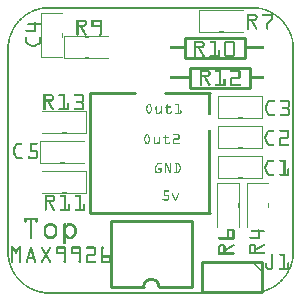
<source format=gto>
G04 MADE WITH FRITZING*
G04 WWW.FRITZING.ORG*
G04 DOUBLE SIDED*
G04 HOLES PLATED*
G04 CONTOUR ON CENTER OF CONTOUR VECTOR*
%ASAXBY*%
%FSLAX23Y23*%
%MOIN*%
%OFA0B0*%
%SFA1.0B1.0*%
%ADD10C,0.010000*%
%ADD11R,0.001000X0.001000*%
%LNSILK1*%
G90*
G70*
G54D10*
X708Y116D02*
X598Y116D01*
D02*
X548Y116D02*
X438Y116D01*
D02*
X438Y116D02*
X438Y336D01*
D02*
X438Y336D02*
X708Y336D01*
D02*
X708Y336D02*
X708Y116D01*
D02*
X702Y847D02*
X902Y847D01*
D02*
X902Y847D02*
X902Y781D01*
D02*
X902Y781D02*
X702Y781D01*
D02*
X702Y781D02*
X702Y847D01*
D02*
X367Y764D02*
X367Y364D01*
D02*
X367Y364D02*
X767Y364D01*
D02*
X367Y764D02*
X517Y764D01*
D02*
X617Y764D02*
X767Y764D01*
D02*
X883Y881D02*
X683Y881D01*
D02*
X683Y881D02*
X683Y947D01*
D02*
X683Y947D02*
X883Y947D01*
D02*
X883Y947D02*
X883Y881D01*
D02*
X942Y201D02*
X742Y201D01*
D02*
X742Y201D02*
X742Y101D01*
D02*
X742Y101D02*
X942Y101D01*
D02*
X942Y101D02*
X942Y201D01*
G54D11*
X227Y1050D02*
X913Y1050D01*
X215Y1049D02*
X925Y1049D01*
X209Y1048D02*
X931Y1048D01*
X203Y1047D02*
X937Y1047D01*
X199Y1046D02*
X941Y1046D01*
X195Y1045D02*
X945Y1045D01*
X192Y1044D02*
X218Y1044D01*
X922Y1044D02*
X948Y1044D01*
X189Y1043D02*
X211Y1043D01*
X929Y1043D02*
X951Y1043D01*
X186Y1042D02*
X205Y1042D01*
X935Y1042D02*
X954Y1042D01*
X183Y1041D02*
X200Y1041D01*
X940Y1041D02*
X957Y1041D01*
X181Y1040D02*
X196Y1040D01*
X944Y1040D02*
X959Y1040D01*
X178Y1039D02*
X193Y1039D01*
X731Y1039D02*
X882Y1039D01*
X947Y1039D02*
X962Y1039D01*
X176Y1038D02*
X190Y1038D01*
X731Y1038D02*
X882Y1038D01*
X950Y1038D02*
X964Y1038D01*
X174Y1037D02*
X187Y1037D01*
X731Y1037D02*
X882Y1037D01*
X953Y1037D02*
X966Y1037D01*
X172Y1036D02*
X184Y1036D01*
X731Y1036D02*
X733Y1036D01*
X799Y1036D02*
X814Y1036D01*
X880Y1036D02*
X882Y1036D01*
X956Y1036D02*
X968Y1036D01*
X170Y1035D02*
X181Y1035D01*
X731Y1035D02*
X733Y1035D01*
X880Y1035D02*
X882Y1035D01*
X959Y1035D02*
X970Y1035D01*
X168Y1034D02*
X179Y1034D01*
X731Y1034D02*
X733Y1034D01*
X880Y1034D02*
X882Y1034D01*
X961Y1034D02*
X972Y1034D01*
X166Y1033D02*
X177Y1033D01*
X731Y1033D02*
X733Y1033D01*
X880Y1033D02*
X882Y1033D01*
X963Y1033D02*
X974Y1033D01*
X164Y1032D02*
X174Y1032D01*
X731Y1032D02*
X733Y1032D01*
X880Y1032D02*
X882Y1032D01*
X966Y1032D02*
X976Y1032D01*
X162Y1031D02*
X172Y1031D01*
X731Y1031D02*
X733Y1031D01*
X880Y1031D02*
X882Y1031D01*
X968Y1031D02*
X978Y1031D01*
X161Y1030D02*
X170Y1030D01*
X205Y1030D02*
X278Y1030D01*
X731Y1030D02*
X733Y1030D01*
X880Y1030D02*
X882Y1030D01*
X970Y1030D02*
X979Y1030D01*
X159Y1029D02*
X168Y1029D01*
X205Y1029D02*
X278Y1029D01*
X731Y1029D02*
X733Y1029D01*
X880Y1029D02*
X882Y1029D01*
X972Y1029D02*
X981Y1029D01*
X158Y1028D02*
X167Y1028D01*
X205Y1028D02*
X278Y1028D01*
X731Y1028D02*
X733Y1028D01*
X880Y1028D02*
X882Y1028D01*
X973Y1028D02*
X982Y1028D01*
X156Y1027D02*
X165Y1027D01*
X205Y1027D02*
X206Y1027D01*
X277Y1027D02*
X278Y1027D01*
X731Y1027D02*
X733Y1027D01*
X880Y1027D02*
X882Y1027D01*
X892Y1027D02*
X919Y1027D01*
X943Y1027D02*
X984Y1027D01*
X154Y1026D02*
X163Y1026D01*
X205Y1026D02*
X206Y1026D01*
X277Y1026D02*
X278Y1026D01*
X731Y1026D02*
X733Y1026D01*
X880Y1026D02*
X882Y1026D01*
X892Y1026D02*
X921Y1026D01*
X943Y1026D02*
X986Y1026D01*
X153Y1025D02*
X161Y1025D01*
X205Y1025D02*
X206Y1025D01*
X277Y1025D02*
X278Y1025D01*
X731Y1025D02*
X733Y1025D01*
X880Y1025D02*
X882Y1025D01*
X892Y1025D02*
X922Y1025D01*
X942Y1025D02*
X976Y1025D01*
X979Y1025D02*
X987Y1025D01*
X152Y1024D02*
X160Y1024D01*
X205Y1024D02*
X206Y1024D01*
X277Y1024D02*
X278Y1024D01*
X731Y1024D02*
X733Y1024D01*
X880Y1024D02*
X882Y1024D01*
X892Y1024D02*
X923Y1024D01*
X942Y1024D02*
X976Y1024D01*
X980Y1024D02*
X988Y1024D01*
X150Y1023D02*
X158Y1023D01*
X205Y1023D02*
X206Y1023D01*
X277Y1023D02*
X278Y1023D01*
X731Y1023D02*
X733Y1023D01*
X880Y1023D02*
X882Y1023D01*
X892Y1023D02*
X924Y1023D01*
X942Y1023D02*
X976Y1023D01*
X982Y1023D02*
X990Y1023D01*
X149Y1022D02*
X157Y1022D01*
X205Y1022D02*
X206Y1022D01*
X277Y1022D02*
X278Y1022D01*
X731Y1022D02*
X733Y1022D01*
X880Y1022D02*
X882Y1022D01*
X892Y1022D02*
X924Y1022D01*
X942Y1022D02*
X976Y1022D01*
X983Y1022D02*
X991Y1022D01*
X148Y1021D02*
X155Y1021D01*
X205Y1021D02*
X206Y1021D01*
X277Y1021D02*
X278Y1021D01*
X731Y1021D02*
X733Y1021D01*
X880Y1021D02*
X882Y1021D01*
X892Y1021D02*
X925Y1021D01*
X942Y1021D02*
X976Y1021D01*
X985Y1021D02*
X992Y1021D01*
X146Y1020D02*
X154Y1020D01*
X205Y1020D02*
X206Y1020D01*
X277Y1020D02*
X278Y1020D01*
X731Y1020D02*
X733Y1020D01*
X880Y1020D02*
X882Y1020D01*
X892Y1020D02*
X898Y1020D01*
X918Y1020D02*
X925Y1020D01*
X943Y1020D02*
X948Y1020D01*
X970Y1020D02*
X976Y1020D01*
X986Y1020D02*
X994Y1020D01*
X145Y1019D02*
X152Y1019D01*
X205Y1019D02*
X206Y1019D01*
X277Y1019D02*
X278Y1019D01*
X731Y1019D02*
X733Y1019D01*
X880Y1019D02*
X882Y1019D01*
X892Y1019D02*
X898Y1019D01*
X919Y1019D02*
X925Y1019D01*
X943Y1019D02*
X947Y1019D01*
X970Y1019D02*
X976Y1019D01*
X988Y1019D02*
X995Y1019D01*
X144Y1018D02*
X151Y1018D01*
X205Y1018D02*
X206Y1018D01*
X277Y1018D02*
X278Y1018D01*
X731Y1018D02*
X733Y1018D01*
X880Y1018D02*
X882Y1018D01*
X892Y1018D02*
X898Y1018D01*
X919Y1018D02*
X926Y1018D01*
X970Y1018D02*
X976Y1018D01*
X989Y1018D02*
X996Y1018D01*
X143Y1017D02*
X150Y1017D01*
X205Y1017D02*
X206Y1017D01*
X277Y1017D02*
X278Y1017D01*
X731Y1017D02*
X733Y1017D01*
X880Y1017D02*
X882Y1017D01*
X892Y1017D02*
X898Y1017D01*
X920Y1017D02*
X926Y1017D01*
X970Y1017D02*
X976Y1017D01*
X990Y1017D02*
X997Y1017D01*
X141Y1016D02*
X148Y1016D01*
X205Y1016D02*
X206Y1016D01*
X277Y1016D02*
X278Y1016D01*
X731Y1016D02*
X733Y1016D01*
X880Y1016D02*
X882Y1016D01*
X892Y1016D02*
X898Y1016D01*
X920Y1016D02*
X926Y1016D01*
X970Y1016D02*
X976Y1016D01*
X992Y1016D02*
X999Y1016D01*
X140Y1015D02*
X147Y1015D01*
X205Y1015D02*
X206Y1015D01*
X277Y1015D02*
X278Y1015D01*
X731Y1015D02*
X733Y1015D01*
X880Y1015D02*
X882Y1015D01*
X892Y1015D02*
X898Y1015D01*
X920Y1015D02*
X926Y1015D01*
X970Y1015D02*
X976Y1015D01*
X993Y1015D02*
X1000Y1015D01*
X139Y1014D02*
X146Y1014D01*
X205Y1014D02*
X206Y1014D01*
X277Y1014D02*
X278Y1014D01*
X731Y1014D02*
X733Y1014D01*
X880Y1014D02*
X882Y1014D01*
X892Y1014D02*
X898Y1014D01*
X920Y1014D02*
X926Y1014D01*
X970Y1014D02*
X976Y1014D01*
X994Y1014D02*
X1001Y1014D01*
X138Y1013D02*
X145Y1013D01*
X205Y1013D02*
X206Y1013D01*
X277Y1013D02*
X278Y1013D01*
X731Y1013D02*
X733Y1013D01*
X880Y1013D02*
X882Y1013D01*
X892Y1013D02*
X898Y1013D01*
X919Y1013D02*
X926Y1013D01*
X970Y1013D02*
X976Y1013D01*
X995Y1013D02*
X1002Y1013D01*
X137Y1012D02*
X144Y1012D01*
X205Y1012D02*
X206Y1012D01*
X277Y1012D02*
X278Y1012D01*
X731Y1012D02*
X733Y1012D01*
X880Y1012D02*
X882Y1012D01*
X892Y1012D02*
X898Y1012D01*
X919Y1012D02*
X925Y1012D01*
X970Y1012D02*
X976Y1012D01*
X996Y1012D02*
X1003Y1012D01*
X136Y1011D02*
X142Y1011D01*
X205Y1011D02*
X206Y1011D01*
X277Y1011D02*
X278Y1011D01*
X731Y1011D02*
X733Y1011D01*
X880Y1011D02*
X882Y1011D01*
X892Y1011D02*
X898Y1011D01*
X918Y1011D02*
X925Y1011D01*
X970Y1011D02*
X976Y1011D01*
X998Y1011D02*
X1004Y1011D01*
X135Y1010D02*
X141Y1010D01*
X205Y1010D02*
X206Y1010D01*
X277Y1010D02*
X278Y1010D01*
X731Y1010D02*
X733Y1010D01*
X880Y1010D02*
X882Y1010D01*
X892Y1010D02*
X925Y1010D01*
X970Y1010D02*
X976Y1010D01*
X999Y1010D02*
X1005Y1010D01*
X134Y1009D02*
X140Y1009D01*
X205Y1009D02*
X206Y1009D01*
X277Y1009D02*
X278Y1009D01*
X731Y1009D02*
X733Y1009D01*
X880Y1009D02*
X882Y1009D01*
X892Y1009D02*
X924Y1009D01*
X970Y1009D02*
X976Y1009D01*
X1000Y1009D02*
X1006Y1009D01*
X133Y1008D02*
X139Y1008D01*
X205Y1008D02*
X206Y1008D01*
X277Y1008D02*
X278Y1008D01*
X731Y1008D02*
X733Y1008D01*
X880Y1008D02*
X882Y1008D01*
X892Y1008D02*
X924Y1008D01*
X969Y1008D02*
X976Y1008D01*
X1001Y1008D02*
X1007Y1008D01*
X132Y1007D02*
X138Y1007D01*
X205Y1007D02*
X206Y1007D01*
X277Y1007D02*
X278Y1007D01*
X323Y1007D02*
X350Y1007D01*
X374Y1007D02*
X405Y1007D01*
X731Y1007D02*
X733Y1007D01*
X880Y1007D02*
X882Y1007D01*
X892Y1007D02*
X923Y1007D01*
X968Y1007D02*
X976Y1007D01*
X1002Y1007D02*
X1008Y1007D01*
X131Y1006D02*
X137Y1006D01*
X205Y1006D02*
X206Y1006D01*
X277Y1006D02*
X278Y1006D01*
X323Y1006D02*
X352Y1006D01*
X373Y1006D02*
X406Y1006D01*
X731Y1006D02*
X733Y1006D01*
X880Y1006D02*
X882Y1006D01*
X892Y1006D02*
X922Y1006D01*
X967Y1006D02*
X976Y1006D01*
X1003Y1006D02*
X1009Y1006D01*
X130Y1005D02*
X136Y1005D01*
X205Y1005D02*
X206Y1005D01*
X277Y1005D02*
X278Y1005D01*
X323Y1005D02*
X353Y1005D01*
X373Y1005D02*
X406Y1005D01*
X731Y1005D02*
X733Y1005D01*
X880Y1005D02*
X882Y1005D01*
X892Y1005D02*
X921Y1005D01*
X966Y1005D02*
X975Y1005D01*
X1004Y1005D02*
X1010Y1005D01*
X129Y1004D02*
X135Y1004D01*
X205Y1004D02*
X206Y1004D01*
X277Y1004D02*
X278Y1004D01*
X323Y1004D02*
X354Y1004D01*
X373Y1004D02*
X406Y1004D01*
X731Y1004D02*
X733Y1004D01*
X880Y1004D02*
X882Y1004D01*
X892Y1004D02*
X919Y1004D01*
X965Y1004D02*
X974Y1004D01*
X1005Y1004D02*
X1011Y1004D01*
X128Y1003D02*
X134Y1003D01*
X205Y1003D02*
X206Y1003D01*
X277Y1003D02*
X278Y1003D01*
X323Y1003D02*
X355Y1003D01*
X373Y1003D02*
X406Y1003D01*
X731Y1003D02*
X733Y1003D01*
X880Y1003D02*
X882Y1003D01*
X892Y1003D02*
X898Y1003D01*
X904Y1003D02*
X911Y1003D01*
X963Y1003D02*
X973Y1003D01*
X1006Y1003D02*
X1012Y1003D01*
X127Y1002D02*
X133Y1002D01*
X205Y1002D02*
X206Y1002D01*
X277Y1002D02*
X278Y1002D01*
X323Y1002D02*
X355Y1002D01*
X373Y1002D02*
X406Y1002D01*
X731Y1002D02*
X733Y1002D01*
X880Y1002D02*
X882Y1002D01*
X892Y1002D02*
X898Y1002D01*
X905Y1002D02*
X912Y1002D01*
X962Y1002D02*
X972Y1002D01*
X1007Y1002D02*
X1013Y1002D01*
X126Y1001D02*
X132Y1001D01*
X205Y1001D02*
X206Y1001D01*
X277Y1001D02*
X278Y1001D01*
X323Y1001D02*
X356Y1001D01*
X373Y1001D02*
X406Y1001D01*
X731Y1001D02*
X733Y1001D01*
X880Y1001D02*
X882Y1001D01*
X892Y1001D02*
X898Y1001D01*
X905Y1001D02*
X912Y1001D01*
X961Y1001D02*
X971Y1001D01*
X1008Y1001D02*
X1014Y1001D01*
X126Y1000D02*
X131Y1000D01*
X205Y1000D02*
X206Y1000D01*
X277Y1000D02*
X278Y1000D01*
X323Y1000D02*
X329Y1000D01*
X349Y1000D02*
X356Y1000D01*
X373Y1000D02*
X379Y1000D01*
X400Y1000D02*
X406Y1000D01*
X731Y1000D02*
X733Y1000D01*
X880Y1000D02*
X882Y1000D01*
X892Y1000D02*
X898Y1000D01*
X906Y1000D02*
X913Y1000D01*
X960Y1000D02*
X970Y1000D01*
X1009Y1000D02*
X1014Y1000D01*
X125Y999D02*
X130Y999D01*
X205Y999D02*
X206Y999D01*
X277Y999D02*
X278Y999D01*
X323Y999D02*
X329Y999D01*
X350Y999D02*
X356Y999D01*
X373Y999D02*
X379Y999D01*
X400Y999D02*
X406Y999D01*
X731Y999D02*
X733Y999D01*
X880Y999D02*
X882Y999D01*
X892Y999D02*
X898Y999D01*
X906Y999D02*
X913Y999D01*
X959Y999D02*
X969Y999D01*
X1010Y999D02*
X1015Y999D01*
X124Y998D02*
X130Y998D01*
X183Y998D02*
X186Y998D01*
X205Y998D02*
X206Y998D01*
X277Y998D02*
X278Y998D01*
X323Y998D02*
X329Y998D01*
X350Y998D02*
X356Y998D01*
X373Y998D02*
X379Y998D01*
X400Y998D02*
X406Y998D01*
X731Y998D02*
X733Y998D01*
X880Y998D02*
X882Y998D01*
X892Y998D02*
X898Y998D01*
X907Y998D02*
X914Y998D01*
X958Y998D02*
X967Y998D01*
X1010Y998D02*
X1016Y998D01*
X123Y997D02*
X129Y997D01*
X182Y997D02*
X187Y997D01*
X205Y997D02*
X206Y997D01*
X277Y997D02*
X278Y997D01*
X323Y997D02*
X329Y997D01*
X350Y997D02*
X356Y997D01*
X373Y997D02*
X379Y997D01*
X400Y997D02*
X406Y997D01*
X731Y997D02*
X733Y997D01*
X880Y997D02*
X882Y997D01*
X892Y997D02*
X898Y997D01*
X907Y997D02*
X915Y997D01*
X957Y997D02*
X966Y997D01*
X1011Y997D02*
X1017Y997D01*
X122Y996D02*
X128Y996D01*
X181Y996D02*
X187Y996D01*
X205Y996D02*
X206Y996D01*
X277Y996D02*
X278Y996D01*
X323Y996D02*
X329Y996D01*
X350Y996D02*
X356Y996D01*
X373Y996D02*
X379Y996D01*
X400Y996D02*
X406Y996D01*
X731Y996D02*
X733Y996D01*
X880Y996D02*
X882Y996D01*
X892Y996D02*
X898Y996D01*
X908Y996D02*
X915Y996D01*
X956Y996D02*
X965Y996D01*
X1012Y996D02*
X1018Y996D01*
X122Y995D02*
X127Y995D01*
X160Y995D02*
X203Y995D01*
X205Y995D02*
X206Y995D01*
X277Y995D02*
X278Y995D01*
X323Y995D02*
X329Y995D01*
X350Y995D02*
X356Y995D01*
X373Y995D02*
X379Y995D01*
X400Y995D02*
X406Y995D01*
X731Y995D02*
X733Y995D01*
X880Y995D02*
X882Y995D01*
X892Y995D02*
X898Y995D01*
X909Y995D02*
X916Y995D01*
X956Y995D02*
X964Y995D01*
X1013Y995D02*
X1018Y995D01*
X121Y994D02*
X126Y994D01*
X159Y994D02*
X206Y994D01*
X277Y994D02*
X278Y994D01*
X323Y994D02*
X329Y994D01*
X350Y994D02*
X356Y994D01*
X373Y994D02*
X379Y994D01*
X400Y994D02*
X406Y994D01*
X731Y994D02*
X733Y994D01*
X880Y994D02*
X882Y994D01*
X892Y994D02*
X898Y994D01*
X909Y994D02*
X916Y994D01*
X956Y994D02*
X963Y994D01*
X1014Y994D02*
X1019Y994D01*
X120Y993D02*
X125Y993D01*
X158Y993D02*
X206Y993D01*
X277Y993D02*
X278Y993D01*
X323Y993D02*
X329Y993D01*
X350Y993D02*
X356Y993D01*
X373Y993D02*
X379Y993D01*
X400Y993D02*
X406Y993D01*
X731Y993D02*
X733Y993D01*
X880Y993D02*
X882Y993D01*
X892Y993D02*
X898Y993D01*
X910Y993D02*
X917Y993D01*
X956Y993D02*
X962Y993D01*
X1015Y993D02*
X1020Y993D01*
X119Y992D02*
X125Y992D01*
X158Y992D02*
X206Y992D01*
X277Y992D02*
X278Y992D01*
X323Y992D02*
X329Y992D01*
X350Y992D02*
X356Y992D01*
X373Y992D02*
X379Y992D01*
X400Y992D02*
X406Y992D01*
X731Y992D02*
X733Y992D01*
X880Y992D02*
X882Y992D01*
X892Y992D02*
X898Y992D01*
X910Y992D02*
X918Y992D01*
X956Y992D02*
X962Y992D01*
X1015Y992D02*
X1021Y992D01*
X119Y991D02*
X124Y991D01*
X158Y991D02*
X206Y991D01*
X277Y991D02*
X278Y991D01*
X323Y991D02*
X329Y991D01*
X349Y991D02*
X356Y991D01*
X373Y991D02*
X379Y991D01*
X400Y991D02*
X406Y991D01*
X731Y991D02*
X733Y991D01*
X880Y991D02*
X882Y991D01*
X892Y991D02*
X898Y991D01*
X911Y991D02*
X918Y991D01*
X956Y991D02*
X962Y991D01*
X1016Y991D02*
X1021Y991D01*
X118Y990D02*
X123Y990D01*
X158Y990D02*
X206Y990D01*
X277Y990D02*
X278Y990D01*
X323Y990D02*
X356Y990D01*
X373Y990D02*
X406Y990D01*
X731Y990D02*
X733Y990D01*
X880Y990D02*
X882Y990D01*
X892Y990D02*
X898Y990D01*
X912Y990D02*
X919Y990D01*
X956Y990D02*
X962Y990D01*
X1017Y990D02*
X1022Y990D01*
X117Y989D02*
X122Y989D01*
X159Y989D02*
X203Y989D01*
X205Y989D02*
X206Y989D01*
X277Y989D02*
X278Y989D01*
X323Y989D02*
X355Y989D01*
X373Y989D02*
X406Y989D01*
X731Y989D02*
X733Y989D01*
X880Y989D02*
X882Y989D01*
X892Y989D02*
X898Y989D01*
X912Y989D02*
X919Y989D01*
X956Y989D02*
X962Y989D01*
X1018Y989D02*
X1023Y989D01*
X116Y988D02*
X122Y988D01*
X181Y988D02*
X187Y988D01*
X205Y988D02*
X206Y988D01*
X277Y988D02*
X278Y988D01*
X323Y988D02*
X354Y988D01*
X373Y988D02*
X406Y988D01*
X731Y988D02*
X733Y988D01*
X880Y988D02*
X882Y988D01*
X892Y988D02*
X898Y988D01*
X913Y988D02*
X920Y988D01*
X956Y988D02*
X962Y988D01*
X1018Y988D02*
X1024Y988D01*
X116Y987D02*
X121Y987D01*
X181Y987D02*
X187Y987D01*
X205Y987D02*
X206Y987D01*
X277Y987D02*
X278Y987D01*
X323Y987D02*
X354Y987D01*
X373Y987D02*
X406Y987D01*
X731Y987D02*
X733Y987D01*
X880Y987D02*
X882Y987D01*
X892Y987D02*
X898Y987D01*
X913Y987D02*
X920Y987D01*
X956Y987D02*
X962Y987D01*
X1019Y987D02*
X1024Y987D01*
X115Y986D02*
X120Y986D01*
X181Y986D02*
X187Y986D01*
X205Y986D02*
X206Y986D01*
X277Y986D02*
X278Y986D01*
X323Y986D02*
X353Y986D01*
X373Y986D02*
X406Y986D01*
X731Y986D02*
X733Y986D01*
X880Y986D02*
X882Y986D01*
X892Y986D02*
X898Y986D01*
X914Y986D02*
X921Y986D01*
X956Y986D02*
X962Y986D01*
X1020Y986D02*
X1025Y986D01*
X115Y985D02*
X120Y985D01*
X181Y985D02*
X187Y985D01*
X205Y985D02*
X206Y985D01*
X277Y985D02*
X278Y985D01*
X323Y985D02*
X351Y985D01*
X373Y985D02*
X406Y985D01*
X731Y985D02*
X733Y985D01*
X880Y985D02*
X882Y985D01*
X892Y985D02*
X898Y985D01*
X914Y985D02*
X922Y985D01*
X956Y985D02*
X962Y985D01*
X1020Y985D02*
X1025Y985D01*
X114Y984D02*
X119Y984D01*
X181Y984D02*
X187Y984D01*
X205Y984D02*
X206Y984D01*
X277Y984D02*
X278Y984D01*
X323Y984D02*
X349Y984D01*
X374Y984D02*
X406Y984D01*
X731Y984D02*
X733Y984D01*
X880Y984D02*
X882Y984D01*
X892Y984D02*
X898Y984D01*
X915Y984D02*
X922Y984D01*
X956Y984D02*
X962Y984D01*
X1021Y984D02*
X1026Y984D01*
X113Y983D02*
X118Y983D01*
X181Y983D02*
X187Y983D01*
X205Y983D02*
X206Y983D01*
X277Y983D02*
X278Y983D01*
X323Y983D02*
X329Y983D01*
X335Y983D02*
X342Y983D01*
X400Y983D02*
X406Y983D01*
X731Y983D02*
X733Y983D01*
X880Y983D02*
X882Y983D01*
X892Y983D02*
X898Y983D01*
X916Y983D02*
X923Y983D01*
X956Y983D02*
X962Y983D01*
X1022Y983D02*
X1027Y983D01*
X113Y982D02*
X118Y982D01*
X181Y982D02*
X187Y982D01*
X205Y982D02*
X206Y982D01*
X277Y982D02*
X278Y982D01*
X323Y982D02*
X329Y982D01*
X335Y982D02*
X342Y982D01*
X400Y982D02*
X406Y982D01*
X731Y982D02*
X733Y982D01*
X880Y982D02*
X882Y982D01*
X892Y982D02*
X898Y982D01*
X916Y982D02*
X923Y982D01*
X956Y982D02*
X962Y982D01*
X1022Y982D02*
X1027Y982D01*
X112Y981D02*
X117Y981D01*
X181Y981D02*
X187Y981D01*
X205Y981D02*
X206Y981D01*
X277Y981D02*
X278Y981D01*
X323Y981D02*
X329Y981D01*
X336Y981D02*
X343Y981D01*
X400Y981D02*
X406Y981D01*
X731Y981D02*
X733Y981D01*
X880Y981D02*
X882Y981D01*
X892Y981D02*
X898Y981D01*
X917Y981D02*
X924Y981D01*
X956Y981D02*
X962Y981D01*
X1023Y981D02*
X1028Y981D01*
X111Y980D02*
X116Y980D01*
X181Y980D02*
X187Y980D01*
X205Y980D02*
X206Y980D01*
X277Y980D02*
X278Y980D01*
X323Y980D02*
X329Y980D01*
X336Y980D02*
X344Y980D01*
X400Y980D02*
X406Y980D01*
X731Y980D02*
X733Y980D01*
X880Y980D02*
X882Y980D01*
X892Y980D02*
X898Y980D01*
X917Y980D02*
X925Y980D01*
X956Y980D02*
X962Y980D01*
X1024Y980D02*
X1029Y980D01*
X111Y979D02*
X116Y979D01*
X181Y979D02*
X187Y979D01*
X205Y979D02*
X206Y979D01*
X277Y979D02*
X278Y979D01*
X323Y979D02*
X329Y979D01*
X337Y979D02*
X344Y979D01*
X400Y979D02*
X406Y979D01*
X731Y979D02*
X733Y979D01*
X880Y979D02*
X882Y979D01*
X892Y979D02*
X898Y979D01*
X918Y979D02*
X925Y979D01*
X956Y979D02*
X962Y979D01*
X1024Y979D02*
X1029Y979D01*
X110Y978D02*
X115Y978D01*
X181Y978D02*
X187Y978D01*
X205Y978D02*
X206Y978D01*
X277Y978D02*
X278Y978D01*
X323Y978D02*
X329Y978D01*
X338Y978D02*
X345Y978D01*
X400Y978D02*
X406Y978D01*
X731Y978D02*
X733Y978D01*
X880Y978D02*
X882Y978D01*
X892Y978D02*
X898Y978D01*
X919Y978D02*
X925Y978D01*
X956Y978D02*
X962Y978D01*
X1025Y978D02*
X1030Y978D01*
X110Y977D02*
X115Y977D01*
X181Y977D02*
X187Y977D01*
X205Y977D02*
X206Y977D01*
X277Y977D02*
X278Y977D01*
X323Y977D02*
X329Y977D01*
X338Y977D02*
X345Y977D01*
X400Y977D02*
X406Y977D01*
X731Y977D02*
X733Y977D01*
X880Y977D02*
X882Y977D01*
X892Y977D02*
X898Y977D01*
X919Y977D02*
X926Y977D01*
X956Y977D02*
X962Y977D01*
X1025Y977D02*
X1030Y977D01*
X109Y976D02*
X114Y976D01*
X181Y976D02*
X187Y976D01*
X205Y976D02*
X206Y976D01*
X277Y976D02*
X278Y976D01*
X323Y976D02*
X329Y976D01*
X339Y976D02*
X346Y976D01*
X400Y976D02*
X406Y976D01*
X731Y976D02*
X733Y976D01*
X880Y976D02*
X882Y976D01*
X892Y976D02*
X898Y976D01*
X920Y976D02*
X925Y976D01*
X956Y976D02*
X962Y976D01*
X1026Y976D02*
X1031Y976D01*
X109Y975D02*
X114Y975D01*
X181Y975D02*
X187Y975D01*
X205Y975D02*
X206Y975D01*
X277Y975D02*
X278Y975D01*
X323Y975D02*
X329Y975D01*
X339Y975D02*
X347Y975D01*
X400Y975D02*
X406Y975D01*
X731Y975D02*
X733Y975D01*
X880Y975D02*
X882Y975D01*
X893Y975D02*
X897Y975D01*
X921Y975D02*
X925Y975D01*
X957Y975D02*
X961Y975D01*
X1026Y975D02*
X1031Y975D01*
X108Y974D02*
X113Y974D01*
X153Y974D02*
X187Y974D01*
X205Y974D02*
X206Y974D01*
X277Y974D02*
X278Y974D01*
X323Y974D02*
X329Y974D01*
X340Y974D02*
X347Y974D01*
X400Y974D02*
X406Y974D01*
X731Y974D02*
X733Y974D01*
X880Y974D02*
X882Y974D01*
X894Y974D02*
X896Y974D01*
X922Y974D02*
X923Y974D01*
X958Y974D02*
X960Y974D01*
X1027Y974D02*
X1032Y974D01*
X108Y973D02*
X112Y973D01*
X152Y973D02*
X187Y973D01*
X205Y973D02*
X206Y973D01*
X277Y973D02*
X278Y973D01*
X323Y973D02*
X329Y973D01*
X341Y973D02*
X348Y973D01*
X400Y973D02*
X406Y973D01*
X731Y973D02*
X733Y973D01*
X880Y973D02*
X882Y973D01*
X1028Y973D02*
X1032Y973D01*
X107Y972D02*
X112Y972D01*
X152Y972D02*
X187Y972D01*
X205Y972D02*
X206Y972D01*
X277Y972D02*
X278Y972D01*
X323Y972D02*
X329Y972D01*
X341Y972D02*
X348Y972D01*
X400Y972D02*
X406Y972D01*
X731Y972D02*
X733Y972D01*
X880Y972D02*
X882Y972D01*
X1028Y972D02*
X1033Y972D01*
X107Y971D02*
X111Y971D01*
X152Y971D02*
X187Y971D01*
X205Y971D02*
X206Y971D01*
X277Y971D02*
X278Y971D01*
X323Y971D02*
X329Y971D01*
X342Y971D02*
X349Y971D01*
X400Y971D02*
X406Y971D01*
X731Y971D02*
X733Y971D01*
X880Y971D02*
X882Y971D01*
X1029Y971D02*
X1033Y971D01*
X106Y970D02*
X111Y970D01*
X152Y970D02*
X187Y970D01*
X205Y970D02*
X206Y970D01*
X277Y970D02*
X278Y970D01*
X323Y970D02*
X329Y970D01*
X342Y970D02*
X349Y970D01*
X400Y970D02*
X406Y970D01*
X731Y970D02*
X733Y970D01*
X880Y970D02*
X882Y970D01*
X1029Y970D02*
X1034Y970D01*
X106Y969D02*
X110Y969D01*
X153Y969D02*
X187Y969D01*
X205Y969D02*
X206Y969D01*
X277Y969D02*
X278Y969D01*
X323Y969D02*
X329Y969D01*
X343Y969D02*
X350Y969D01*
X400Y969D02*
X406Y969D01*
X731Y969D02*
X733Y969D01*
X880Y969D02*
X882Y969D01*
X1030Y969D02*
X1034Y969D01*
X105Y968D02*
X110Y968D01*
X154Y968D02*
X187Y968D01*
X205Y968D02*
X206Y968D01*
X277Y968D02*
X278Y968D01*
X323Y968D02*
X329Y968D01*
X343Y968D02*
X351Y968D01*
X400Y968D02*
X406Y968D01*
X731Y968D02*
X733Y968D01*
X799Y968D02*
X814Y968D01*
X880Y968D02*
X882Y968D01*
X1030Y968D02*
X1035Y968D01*
X105Y967D02*
X109Y967D01*
X205Y967D02*
X206Y967D01*
X277Y967D02*
X278Y967D01*
X323Y967D02*
X329Y967D01*
X344Y967D02*
X351Y967D01*
X400Y967D02*
X406Y967D01*
X731Y967D02*
X882Y967D01*
X1030Y967D02*
X1035Y967D01*
X104Y966D02*
X109Y966D01*
X205Y966D02*
X206Y966D01*
X277Y966D02*
X278Y966D01*
X323Y966D02*
X329Y966D01*
X345Y966D02*
X352Y966D01*
X400Y966D02*
X406Y966D01*
X731Y966D02*
X882Y966D01*
X1031Y966D02*
X1036Y966D01*
X104Y965D02*
X109Y965D01*
X205Y965D02*
X206Y965D01*
X277Y965D02*
X278Y965D01*
X323Y965D02*
X329Y965D01*
X345Y965D02*
X352Y965D01*
X400Y965D02*
X406Y965D01*
X731Y965D02*
X882Y965D01*
X1031Y965D02*
X1036Y965D01*
X103Y964D02*
X108Y964D01*
X205Y964D02*
X206Y964D01*
X277Y964D02*
X278Y964D01*
X323Y964D02*
X329Y964D01*
X346Y964D02*
X353Y964D01*
X400Y964D02*
X406Y964D01*
X1032Y964D02*
X1037Y964D01*
X103Y963D02*
X108Y963D01*
X205Y963D02*
X207Y963D01*
X276Y963D02*
X278Y963D01*
X323Y963D02*
X329Y963D01*
X346Y963D02*
X354Y963D01*
X400Y963D02*
X406Y963D01*
X1032Y963D02*
X1037Y963D01*
X103Y962D02*
X107Y962D01*
X205Y962D02*
X208Y962D01*
X275Y962D02*
X278Y962D01*
X323Y962D02*
X329Y962D01*
X347Y962D02*
X354Y962D01*
X400Y962D02*
X406Y962D01*
X1033Y962D02*
X1037Y962D01*
X102Y961D02*
X107Y961D01*
X205Y961D02*
X208Y961D01*
X275Y961D02*
X278Y961D01*
X323Y961D02*
X329Y961D01*
X348Y961D02*
X355Y961D01*
X400Y961D02*
X406Y961D01*
X1033Y961D02*
X1038Y961D01*
X102Y960D02*
X106Y960D01*
X205Y960D02*
X208Y960D01*
X275Y960D02*
X278Y960D01*
X323Y960D02*
X329Y960D01*
X348Y960D02*
X355Y960D01*
X398Y960D02*
X406Y960D01*
X1034Y960D02*
X1038Y960D01*
X101Y959D02*
X106Y959D01*
X205Y959D02*
X208Y959D01*
X275Y959D02*
X278Y959D01*
X323Y959D02*
X329Y959D01*
X349Y959D02*
X356Y959D01*
X397Y959D02*
X406Y959D01*
X1034Y959D02*
X1039Y959D01*
X101Y958D02*
X106Y958D01*
X205Y958D02*
X208Y958D01*
X275Y958D02*
X278Y958D01*
X323Y958D02*
X329Y958D01*
X349Y958D02*
X356Y958D01*
X397Y958D02*
X406Y958D01*
X1034Y958D02*
X1039Y958D01*
X101Y957D02*
X105Y957D01*
X205Y957D02*
X208Y957D01*
X275Y957D02*
X278Y957D01*
X323Y957D02*
X329Y957D01*
X350Y957D02*
X356Y957D01*
X397Y957D02*
X406Y957D01*
X1035Y957D02*
X1039Y957D01*
X100Y956D02*
X105Y956D01*
X205Y956D02*
X208Y956D01*
X275Y956D02*
X278Y956D01*
X323Y956D02*
X328Y956D01*
X350Y956D02*
X356Y956D01*
X397Y956D02*
X406Y956D01*
X1035Y956D02*
X1040Y956D01*
X100Y955D02*
X105Y955D01*
X205Y955D02*
X208Y955D01*
X275Y955D02*
X278Y955D01*
X324Y955D02*
X328Y955D01*
X351Y955D02*
X355Y955D01*
X398Y955D02*
X405Y955D01*
X1035Y955D02*
X1040Y955D01*
X100Y954D02*
X104Y954D01*
X205Y954D02*
X208Y954D01*
X275Y954D02*
X278Y954D01*
X325Y954D02*
X326Y954D01*
X353Y954D02*
X353Y954D01*
X400Y954D02*
X404Y954D01*
X1036Y954D02*
X1040Y954D01*
X99Y953D02*
X104Y953D01*
X205Y953D02*
X208Y953D01*
X275Y953D02*
X278Y953D01*
X1036Y953D02*
X1041Y953D01*
X99Y952D02*
X104Y952D01*
X205Y952D02*
X208Y952D01*
X275Y952D02*
X278Y952D01*
X1036Y952D02*
X1041Y952D01*
X99Y951D02*
X103Y951D01*
X205Y951D02*
X208Y951D01*
X275Y951D02*
X278Y951D01*
X282Y951D02*
X432Y951D01*
X1037Y951D02*
X1041Y951D01*
X98Y950D02*
X103Y950D01*
X154Y950D02*
X156Y950D01*
X201Y950D02*
X203Y950D01*
X205Y950D02*
X208Y950D01*
X275Y950D02*
X278Y950D01*
X282Y950D02*
X432Y950D01*
X1037Y950D02*
X1042Y950D01*
X98Y949D02*
X103Y949D01*
X153Y949D02*
X157Y949D01*
X200Y949D02*
X208Y949D01*
X275Y949D02*
X278Y949D01*
X282Y949D02*
X432Y949D01*
X1037Y949D02*
X1042Y949D01*
X98Y948D02*
X102Y948D01*
X152Y948D02*
X158Y948D01*
X199Y948D02*
X208Y948D01*
X275Y948D02*
X278Y948D01*
X282Y948D02*
X283Y948D01*
X350Y948D02*
X364Y948D01*
X430Y948D02*
X432Y948D01*
X1038Y948D02*
X1042Y948D01*
X97Y947D02*
X102Y947D01*
X152Y947D02*
X158Y947D01*
X199Y947D02*
X207Y947D01*
X276Y947D02*
X278Y947D01*
X282Y947D02*
X283Y947D01*
X430Y947D02*
X432Y947D01*
X1038Y947D02*
X1043Y947D01*
X97Y946D02*
X102Y946D01*
X152Y946D02*
X158Y946D01*
X199Y946D02*
X206Y946D01*
X277Y946D02*
X278Y946D01*
X282Y946D02*
X283Y946D01*
X430Y946D02*
X432Y946D01*
X1038Y946D02*
X1043Y946D01*
X97Y945D02*
X101Y945D01*
X152Y945D02*
X158Y945D01*
X199Y945D02*
X206Y945D01*
X277Y945D02*
X278Y945D01*
X282Y945D02*
X283Y945D01*
X430Y945D02*
X432Y945D01*
X1039Y945D02*
X1043Y945D01*
X97Y944D02*
X101Y944D01*
X152Y944D02*
X158Y944D01*
X199Y944D02*
X206Y944D01*
X277Y944D02*
X278Y944D01*
X282Y944D02*
X283Y944D01*
X430Y944D02*
X432Y944D01*
X1039Y944D02*
X1043Y944D01*
X96Y943D02*
X101Y943D01*
X152Y943D02*
X158Y943D01*
X199Y943D02*
X206Y943D01*
X277Y943D02*
X278Y943D01*
X282Y943D02*
X283Y943D01*
X430Y943D02*
X432Y943D01*
X1039Y943D02*
X1044Y943D01*
X96Y942D02*
X101Y942D01*
X152Y942D02*
X158Y942D01*
X199Y942D02*
X206Y942D01*
X277Y942D02*
X278Y942D01*
X282Y942D02*
X283Y942D01*
X430Y942D02*
X432Y942D01*
X1039Y942D02*
X1044Y942D01*
X96Y941D02*
X100Y941D01*
X152Y941D02*
X158Y941D01*
X199Y941D02*
X206Y941D01*
X277Y941D02*
X278Y941D01*
X282Y941D02*
X283Y941D01*
X430Y941D02*
X432Y941D01*
X1040Y941D02*
X1044Y941D01*
X96Y940D02*
X100Y940D01*
X152Y940D02*
X158Y940D01*
X199Y940D02*
X206Y940D01*
X277Y940D02*
X278Y940D01*
X282Y940D02*
X283Y940D01*
X430Y940D02*
X432Y940D01*
X1040Y940D02*
X1044Y940D01*
X95Y939D02*
X100Y939D01*
X152Y939D02*
X158Y939D01*
X199Y939D02*
X206Y939D01*
X277Y939D02*
X278Y939D01*
X282Y939D02*
X283Y939D01*
X430Y939D02*
X432Y939D01*
X1040Y939D02*
X1044Y939D01*
X95Y938D02*
X100Y938D01*
X152Y938D02*
X158Y938D01*
X199Y938D02*
X206Y938D01*
X277Y938D02*
X278Y938D01*
X282Y938D02*
X283Y938D01*
X430Y938D02*
X432Y938D01*
X1040Y938D02*
X1045Y938D01*
X95Y937D02*
X100Y937D01*
X152Y937D02*
X158Y937D01*
X199Y937D02*
X206Y937D01*
X277Y937D02*
X278Y937D01*
X282Y937D02*
X283Y937D01*
X430Y937D02*
X432Y937D01*
X1040Y937D02*
X1045Y937D01*
X95Y936D02*
X99Y936D01*
X152Y936D02*
X158Y936D01*
X199Y936D02*
X206Y936D01*
X277Y936D02*
X278Y936D01*
X282Y936D02*
X283Y936D01*
X430Y936D02*
X432Y936D01*
X716Y936D02*
X742Y936D01*
X768Y936D02*
X786Y936D01*
X821Y936D02*
X846Y936D01*
X1041Y936D02*
X1045Y936D01*
X95Y935D02*
X99Y935D01*
X152Y935D02*
X158Y935D01*
X199Y935D02*
X206Y935D01*
X277Y935D02*
X278Y935D01*
X282Y935D02*
X283Y935D01*
X430Y935D02*
X432Y935D01*
X716Y935D02*
X744Y935D01*
X767Y935D02*
X786Y935D01*
X819Y935D02*
X847Y935D01*
X1041Y935D02*
X1045Y935D01*
X95Y934D02*
X99Y934D01*
X152Y934D02*
X158Y934D01*
X199Y934D02*
X206Y934D01*
X277Y934D02*
X278Y934D01*
X282Y934D02*
X283Y934D01*
X430Y934D02*
X432Y934D01*
X716Y934D02*
X746Y934D01*
X766Y934D02*
X786Y934D01*
X818Y934D02*
X848Y934D01*
X1041Y934D02*
X1045Y934D01*
X94Y933D02*
X99Y933D01*
X152Y933D02*
X158Y933D01*
X199Y933D02*
X206Y933D01*
X277Y933D02*
X278Y933D01*
X282Y933D02*
X283Y933D01*
X430Y933D02*
X432Y933D01*
X716Y933D02*
X747Y933D01*
X766Y933D02*
X786Y933D01*
X817Y933D02*
X849Y933D01*
X1041Y933D02*
X1046Y933D01*
X94Y932D02*
X99Y932D01*
X152Y932D02*
X158Y932D01*
X198Y932D02*
X206Y932D01*
X277Y932D02*
X278Y932D01*
X282Y932D02*
X283Y932D01*
X430Y932D02*
X432Y932D01*
X716Y932D02*
X748Y932D01*
X766Y932D02*
X786Y932D01*
X817Y932D02*
X849Y932D01*
X1041Y932D02*
X1046Y932D01*
X94Y931D02*
X99Y931D01*
X152Y931D02*
X160Y931D01*
X197Y931D02*
X206Y931D01*
X277Y931D02*
X278Y931D01*
X282Y931D02*
X283Y931D01*
X430Y931D02*
X432Y931D01*
X716Y931D02*
X748Y931D01*
X767Y931D02*
X786Y931D01*
X816Y931D02*
X850Y931D01*
X1041Y931D02*
X1046Y931D01*
X94Y930D02*
X98Y930D01*
X153Y930D02*
X161Y930D01*
X195Y930D02*
X206Y930D01*
X277Y930D02*
X278Y930D01*
X282Y930D02*
X283Y930D01*
X430Y930D02*
X432Y930D01*
X716Y930D02*
X749Y930D01*
X768Y930D02*
X786Y930D01*
X816Y930D02*
X850Y930D01*
X1042Y930D02*
X1046Y930D01*
X94Y929D02*
X98Y929D01*
X153Y929D02*
X163Y929D01*
X193Y929D02*
X206Y929D01*
X277Y929D02*
X278Y929D01*
X282Y929D02*
X283Y929D01*
X430Y929D02*
X432Y929D01*
X716Y929D02*
X722Y929D01*
X742Y929D02*
X749Y929D01*
X780Y929D02*
X786Y929D01*
X816Y929D02*
X822Y929D01*
X844Y929D02*
X850Y929D01*
X1042Y929D02*
X1046Y929D01*
X94Y928D02*
X98Y928D01*
X154Y928D02*
X165Y928D01*
X191Y928D02*
X203Y928D01*
X205Y928D02*
X206Y928D01*
X277Y928D02*
X278Y928D01*
X282Y928D02*
X283Y928D01*
X430Y928D02*
X432Y928D01*
X716Y928D02*
X722Y928D01*
X743Y928D02*
X749Y928D01*
X780Y928D02*
X786Y928D01*
X816Y928D02*
X822Y928D01*
X844Y928D02*
X850Y928D01*
X1042Y928D02*
X1046Y928D01*
X93Y927D02*
X98Y927D01*
X154Y927D02*
X167Y927D01*
X189Y927D02*
X202Y927D01*
X205Y927D02*
X206Y927D01*
X277Y927D02*
X278Y927D01*
X282Y927D02*
X283Y927D01*
X430Y927D02*
X432Y927D01*
X716Y927D02*
X722Y927D01*
X743Y927D02*
X749Y927D01*
X780Y927D02*
X786Y927D01*
X816Y927D02*
X822Y927D01*
X844Y927D02*
X850Y927D01*
X1042Y927D02*
X1047Y927D01*
X93Y926D02*
X98Y926D01*
X155Y926D02*
X169Y926D01*
X187Y926D02*
X201Y926D01*
X205Y926D02*
X206Y926D01*
X277Y926D02*
X278Y926D01*
X282Y926D02*
X283Y926D01*
X430Y926D02*
X432Y926D01*
X716Y926D02*
X722Y926D01*
X743Y926D02*
X750Y926D01*
X780Y926D02*
X786Y926D01*
X816Y926D02*
X822Y926D01*
X844Y926D02*
X850Y926D01*
X1042Y926D02*
X1047Y926D01*
X93Y925D02*
X98Y925D01*
X157Y925D02*
X171Y925D01*
X185Y925D02*
X200Y925D01*
X205Y925D02*
X206Y925D01*
X277Y925D02*
X278Y925D01*
X282Y925D02*
X283Y925D01*
X430Y925D02*
X432Y925D01*
X716Y925D02*
X722Y925D01*
X744Y925D02*
X750Y925D01*
X780Y925D02*
X786Y925D01*
X816Y925D02*
X822Y925D01*
X844Y925D02*
X850Y925D01*
X1042Y925D02*
X1047Y925D01*
X93Y924D02*
X98Y924D01*
X158Y924D02*
X173Y924D01*
X184Y924D02*
X198Y924D01*
X205Y924D02*
X206Y924D01*
X277Y924D02*
X278Y924D01*
X282Y924D02*
X283Y924D01*
X430Y924D02*
X432Y924D01*
X716Y924D02*
X722Y924D01*
X744Y924D02*
X750Y924D01*
X780Y924D02*
X786Y924D01*
X816Y924D02*
X822Y924D01*
X844Y924D02*
X850Y924D01*
X1042Y924D02*
X1047Y924D01*
X93Y923D02*
X97Y923D01*
X161Y923D02*
X176Y923D01*
X181Y923D02*
X196Y923D01*
X205Y923D02*
X206Y923D01*
X277Y923D02*
X278Y923D01*
X282Y923D02*
X283Y923D01*
X430Y923D02*
X432Y923D01*
X716Y923D02*
X722Y923D01*
X744Y923D02*
X750Y923D01*
X780Y923D02*
X786Y923D01*
X816Y923D02*
X822Y923D01*
X844Y923D02*
X850Y923D01*
X1043Y923D02*
X1047Y923D01*
X93Y922D02*
X97Y922D01*
X163Y922D02*
X194Y922D01*
X205Y922D02*
X206Y922D01*
X277Y922D02*
X278Y922D01*
X282Y922D02*
X283Y922D01*
X430Y922D02*
X432Y922D01*
X716Y922D02*
X722Y922D01*
X743Y922D02*
X749Y922D01*
X780Y922D02*
X786Y922D01*
X816Y922D02*
X822Y922D01*
X844Y922D02*
X850Y922D01*
X1043Y922D02*
X1047Y922D01*
X93Y921D02*
X97Y921D01*
X165Y921D02*
X192Y921D01*
X205Y921D02*
X206Y921D01*
X277Y921D02*
X278Y921D01*
X282Y921D02*
X283Y921D01*
X430Y921D02*
X432Y921D01*
X716Y921D02*
X722Y921D01*
X743Y921D02*
X749Y921D01*
X780Y921D02*
X786Y921D01*
X816Y921D02*
X822Y921D01*
X844Y921D02*
X850Y921D01*
X1043Y921D02*
X1047Y921D01*
X93Y920D02*
X97Y920D01*
X167Y920D02*
X190Y920D01*
X205Y920D02*
X206Y920D01*
X277Y920D02*
X278Y920D01*
X282Y920D02*
X283Y920D01*
X430Y920D02*
X432Y920D01*
X716Y920D02*
X722Y920D01*
X742Y920D02*
X749Y920D01*
X780Y920D02*
X786Y920D01*
X816Y920D02*
X822Y920D01*
X844Y920D02*
X850Y920D01*
X1043Y920D02*
X1047Y920D01*
X93Y919D02*
X97Y919D01*
X169Y919D02*
X188Y919D01*
X205Y919D02*
X206Y919D01*
X277Y919D02*
X278Y919D01*
X282Y919D02*
X283Y919D01*
X430Y919D02*
X432Y919D01*
X634Y919D02*
X681Y919D01*
X716Y919D02*
X722Y919D01*
X740Y919D02*
X749Y919D01*
X780Y919D02*
X786Y919D01*
X816Y919D02*
X822Y919D01*
X844Y919D02*
X850Y919D01*
X882Y919D02*
X948Y919D01*
X1043Y919D02*
X1047Y919D01*
X93Y918D02*
X97Y918D01*
X171Y918D02*
X186Y918D01*
X205Y918D02*
X206Y918D01*
X277Y918D02*
X278Y918D01*
X282Y918D02*
X283Y918D01*
X430Y918D02*
X432Y918D01*
X634Y918D02*
X681Y918D01*
X716Y918D02*
X748Y918D01*
X780Y918D02*
X786Y918D01*
X816Y918D02*
X822Y918D01*
X844Y918D02*
X850Y918D01*
X882Y918D02*
X948Y918D01*
X1043Y918D02*
X1047Y918D01*
X93Y917D02*
X97Y917D01*
X173Y917D02*
X184Y917D01*
X205Y917D02*
X206Y917D01*
X277Y917D02*
X278Y917D01*
X282Y917D02*
X283Y917D01*
X430Y917D02*
X432Y917D01*
X634Y917D02*
X681Y917D01*
X716Y917D02*
X748Y917D01*
X780Y917D02*
X786Y917D01*
X816Y917D02*
X822Y917D01*
X844Y917D02*
X850Y917D01*
X882Y917D02*
X948Y917D01*
X1043Y917D02*
X1047Y917D01*
X93Y916D02*
X97Y916D01*
X176Y916D02*
X180Y916D01*
X205Y916D02*
X206Y916D01*
X277Y916D02*
X278Y916D01*
X282Y916D02*
X283Y916D01*
X430Y916D02*
X432Y916D01*
X634Y916D02*
X681Y916D01*
X716Y916D02*
X747Y916D01*
X780Y916D02*
X786Y916D01*
X816Y916D02*
X822Y916D01*
X844Y916D02*
X850Y916D01*
X882Y916D02*
X948Y916D01*
X1043Y916D02*
X1047Y916D01*
X92Y915D02*
X97Y915D01*
X205Y915D02*
X206Y915D01*
X277Y915D02*
X278Y915D01*
X282Y915D02*
X283Y915D01*
X430Y915D02*
X432Y915D01*
X634Y915D02*
X681Y915D01*
X716Y915D02*
X746Y915D01*
X780Y915D02*
X786Y915D01*
X816Y915D02*
X822Y915D01*
X844Y915D02*
X850Y915D01*
X882Y915D02*
X948Y915D01*
X1043Y915D02*
X1048Y915D01*
X92Y914D02*
X97Y914D01*
X205Y914D02*
X206Y914D01*
X277Y914D02*
X278Y914D01*
X282Y914D02*
X283Y914D01*
X430Y914D02*
X432Y914D01*
X634Y914D02*
X681Y914D01*
X716Y914D02*
X745Y914D01*
X780Y914D02*
X786Y914D01*
X816Y914D02*
X822Y914D01*
X844Y914D02*
X850Y914D01*
X882Y914D02*
X948Y914D01*
X1043Y914D02*
X1048Y914D01*
X92Y913D02*
X97Y913D01*
X205Y913D02*
X206Y913D01*
X277Y913D02*
X278Y913D01*
X282Y913D02*
X283Y913D01*
X430Y913D02*
X432Y913D01*
X634Y913D02*
X681Y913D01*
X716Y913D02*
X744Y913D01*
X780Y913D02*
X786Y913D01*
X816Y913D02*
X822Y913D01*
X844Y913D02*
X850Y913D01*
X882Y913D02*
X948Y913D01*
X1043Y913D02*
X1048Y913D01*
X92Y912D02*
X97Y912D01*
X205Y912D02*
X206Y912D01*
X277Y912D02*
X278Y912D01*
X282Y912D02*
X283Y912D01*
X430Y912D02*
X432Y912D01*
X634Y912D02*
X681Y912D01*
X716Y912D02*
X740Y912D01*
X780Y912D02*
X786Y912D01*
X816Y912D02*
X822Y912D01*
X844Y912D02*
X850Y912D01*
X882Y912D02*
X948Y912D01*
X1043Y912D02*
X1048Y912D01*
X92Y911D02*
X97Y911D01*
X205Y911D02*
X206Y911D01*
X277Y911D02*
X278Y911D01*
X282Y911D02*
X283Y911D01*
X430Y911D02*
X432Y911D01*
X634Y911D02*
X681Y911D01*
X716Y911D02*
X722Y911D01*
X728Y911D02*
X735Y911D01*
X780Y911D02*
X786Y911D01*
X816Y911D02*
X822Y911D01*
X844Y911D02*
X850Y911D01*
X882Y911D02*
X948Y911D01*
X1043Y911D02*
X1048Y911D01*
X92Y910D02*
X97Y910D01*
X205Y910D02*
X206Y910D01*
X277Y910D02*
X278Y910D01*
X282Y910D02*
X283Y910D01*
X430Y910D02*
X432Y910D01*
X634Y910D02*
X681Y910D01*
X716Y910D02*
X722Y910D01*
X729Y910D02*
X736Y910D01*
X780Y910D02*
X786Y910D01*
X816Y910D02*
X822Y910D01*
X844Y910D02*
X850Y910D01*
X882Y910D02*
X948Y910D01*
X1043Y910D02*
X1048Y910D01*
X92Y909D02*
X97Y909D01*
X205Y909D02*
X206Y909D01*
X277Y909D02*
X278Y909D01*
X282Y909D02*
X283Y909D01*
X430Y909D02*
X432Y909D01*
X716Y909D02*
X722Y909D01*
X729Y909D02*
X737Y909D01*
X780Y909D02*
X786Y909D01*
X816Y909D02*
X822Y909D01*
X844Y909D02*
X850Y909D01*
X1043Y909D02*
X1048Y909D01*
X92Y908D02*
X97Y908D01*
X205Y908D02*
X206Y908D01*
X277Y908D02*
X278Y908D01*
X282Y908D02*
X283Y908D01*
X430Y908D02*
X432Y908D01*
X716Y908D02*
X722Y908D01*
X730Y908D02*
X737Y908D01*
X780Y908D02*
X786Y908D01*
X816Y908D02*
X822Y908D01*
X844Y908D02*
X850Y908D01*
X1043Y908D02*
X1048Y908D01*
X92Y907D02*
X97Y907D01*
X205Y907D02*
X206Y907D01*
X277Y907D02*
X278Y907D01*
X282Y907D02*
X283Y907D01*
X430Y907D02*
X432Y907D01*
X716Y907D02*
X722Y907D01*
X731Y907D02*
X738Y907D01*
X780Y907D02*
X786Y907D01*
X796Y907D02*
X797Y907D01*
X816Y907D02*
X822Y907D01*
X844Y907D02*
X850Y907D01*
X1043Y907D02*
X1048Y907D01*
X92Y906D02*
X97Y906D01*
X205Y906D02*
X206Y906D01*
X277Y906D02*
X278Y906D01*
X282Y906D02*
X283Y906D01*
X430Y906D02*
X432Y906D01*
X716Y906D02*
X722Y906D01*
X731Y906D02*
X738Y906D01*
X780Y906D02*
X786Y906D01*
X795Y906D02*
X799Y906D01*
X816Y906D02*
X822Y906D01*
X844Y906D02*
X850Y906D01*
X1043Y906D02*
X1048Y906D01*
X92Y905D02*
X97Y905D01*
X205Y905D02*
X206Y905D01*
X277Y905D02*
X278Y905D01*
X282Y905D02*
X283Y905D01*
X430Y905D02*
X432Y905D01*
X716Y905D02*
X722Y905D01*
X732Y905D02*
X739Y905D01*
X780Y905D02*
X786Y905D01*
X794Y905D02*
X799Y905D01*
X816Y905D02*
X822Y905D01*
X844Y905D02*
X850Y905D01*
X1043Y905D02*
X1048Y905D01*
X92Y904D02*
X97Y904D01*
X205Y904D02*
X206Y904D01*
X277Y904D02*
X278Y904D01*
X282Y904D02*
X283Y904D01*
X430Y904D02*
X432Y904D01*
X716Y904D02*
X722Y904D01*
X732Y904D02*
X740Y904D01*
X780Y904D02*
X786Y904D01*
X794Y904D02*
X800Y904D01*
X816Y904D02*
X822Y904D01*
X844Y904D02*
X850Y904D01*
X1043Y904D02*
X1048Y904D01*
X92Y903D02*
X97Y903D01*
X205Y903D02*
X206Y903D01*
X277Y903D02*
X278Y903D01*
X282Y903D02*
X283Y903D01*
X430Y903D02*
X432Y903D01*
X716Y903D02*
X722Y903D01*
X733Y903D02*
X740Y903D01*
X780Y903D02*
X786Y903D01*
X794Y903D02*
X800Y903D01*
X816Y903D02*
X822Y903D01*
X844Y903D02*
X850Y903D01*
X1043Y903D02*
X1048Y903D01*
X92Y902D02*
X97Y902D01*
X205Y902D02*
X206Y902D01*
X277Y902D02*
X278Y902D01*
X282Y902D02*
X283Y902D01*
X430Y902D02*
X432Y902D01*
X716Y902D02*
X722Y902D01*
X734Y902D02*
X741Y902D01*
X780Y902D02*
X786Y902D01*
X794Y902D02*
X800Y902D01*
X816Y902D02*
X822Y902D01*
X844Y902D02*
X850Y902D01*
X1043Y902D02*
X1048Y902D01*
X92Y901D02*
X97Y901D01*
X205Y901D02*
X206Y901D01*
X277Y901D02*
X278Y901D01*
X282Y901D02*
X283Y901D01*
X430Y901D02*
X432Y901D01*
X716Y901D02*
X722Y901D01*
X734Y901D02*
X741Y901D01*
X780Y901D02*
X786Y901D01*
X794Y901D02*
X800Y901D01*
X816Y901D02*
X822Y901D01*
X844Y901D02*
X850Y901D01*
X1043Y901D02*
X1048Y901D01*
X92Y900D02*
X97Y900D01*
X205Y900D02*
X206Y900D01*
X277Y900D02*
X278Y900D01*
X282Y900D02*
X283Y900D01*
X430Y900D02*
X432Y900D01*
X716Y900D02*
X722Y900D01*
X735Y900D02*
X742Y900D01*
X780Y900D02*
X786Y900D01*
X794Y900D02*
X800Y900D01*
X816Y900D02*
X822Y900D01*
X844Y900D02*
X850Y900D01*
X1043Y900D02*
X1048Y900D01*
X92Y899D02*
X97Y899D01*
X205Y899D02*
X206Y899D01*
X277Y899D02*
X278Y899D01*
X282Y899D02*
X283Y899D01*
X430Y899D02*
X432Y899D01*
X716Y899D02*
X722Y899D01*
X735Y899D02*
X742Y899D01*
X780Y899D02*
X786Y899D01*
X794Y899D02*
X800Y899D01*
X816Y899D02*
X822Y899D01*
X844Y899D02*
X850Y899D01*
X1043Y899D02*
X1048Y899D01*
X92Y898D02*
X97Y898D01*
X205Y898D02*
X206Y898D01*
X277Y898D02*
X278Y898D01*
X282Y898D02*
X283Y898D01*
X430Y898D02*
X432Y898D01*
X716Y898D02*
X722Y898D01*
X736Y898D02*
X743Y898D01*
X780Y898D02*
X786Y898D01*
X794Y898D02*
X800Y898D01*
X816Y898D02*
X822Y898D01*
X844Y898D02*
X850Y898D01*
X1043Y898D02*
X1048Y898D01*
X92Y897D02*
X97Y897D01*
X205Y897D02*
X206Y897D01*
X277Y897D02*
X278Y897D01*
X282Y897D02*
X283Y897D01*
X430Y897D02*
X432Y897D01*
X716Y897D02*
X722Y897D01*
X736Y897D02*
X744Y897D01*
X780Y897D02*
X786Y897D01*
X794Y897D02*
X800Y897D01*
X816Y897D02*
X822Y897D01*
X844Y897D02*
X850Y897D01*
X1043Y897D02*
X1048Y897D01*
X92Y896D02*
X97Y896D01*
X205Y896D02*
X206Y896D01*
X277Y896D02*
X278Y896D01*
X282Y896D02*
X283Y896D01*
X430Y896D02*
X432Y896D01*
X716Y896D02*
X722Y896D01*
X737Y896D02*
X744Y896D01*
X780Y896D02*
X786Y896D01*
X794Y896D02*
X800Y896D01*
X816Y896D02*
X822Y896D01*
X844Y896D02*
X850Y896D01*
X1043Y896D02*
X1048Y896D01*
X92Y895D02*
X97Y895D01*
X205Y895D02*
X206Y895D01*
X277Y895D02*
X278Y895D01*
X282Y895D02*
X283Y895D01*
X430Y895D02*
X432Y895D01*
X716Y895D02*
X722Y895D01*
X738Y895D02*
X745Y895D01*
X780Y895D02*
X786Y895D01*
X794Y895D02*
X800Y895D01*
X816Y895D02*
X822Y895D01*
X844Y895D02*
X850Y895D01*
X1043Y895D02*
X1048Y895D01*
X92Y894D02*
X97Y894D01*
X205Y894D02*
X206Y894D01*
X277Y894D02*
X278Y894D01*
X282Y894D02*
X283Y894D01*
X430Y894D02*
X432Y894D01*
X716Y894D02*
X722Y894D01*
X738Y894D02*
X745Y894D01*
X780Y894D02*
X786Y894D01*
X794Y894D02*
X800Y894D01*
X816Y894D02*
X822Y894D01*
X844Y894D02*
X850Y894D01*
X1043Y894D02*
X1048Y894D01*
X92Y893D02*
X97Y893D01*
X205Y893D02*
X206Y893D01*
X277Y893D02*
X278Y893D01*
X282Y893D02*
X283Y893D01*
X430Y893D02*
X432Y893D01*
X716Y893D02*
X722Y893D01*
X739Y893D02*
X746Y893D01*
X780Y893D02*
X786Y893D01*
X794Y893D02*
X800Y893D01*
X816Y893D02*
X822Y893D01*
X844Y893D02*
X850Y893D01*
X1043Y893D02*
X1048Y893D01*
X92Y892D02*
X97Y892D01*
X205Y892D02*
X206Y892D01*
X277Y892D02*
X278Y892D01*
X282Y892D02*
X283Y892D01*
X430Y892D02*
X432Y892D01*
X716Y892D02*
X722Y892D01*
X739Y892D02*
X747Y892D01*
X780Y892D02*
X786Y892D01*
X794Y892D02*
X800Y892D01*
X816Y892D02*
X822Y892D01*
X844Y892D02*
X850Y892D01*
X1043Y892D02*
X1048Y892D01*
X92Y891D02*
X97Y891D01*
X205Y891D02*
X206Y891D01*
X277Y891D02*
X278Y891D01*
X282Y891D02*
X283Y891D01*
X430Y891D02*
X432Y891D01*
X716Y891D02*
X722Y891D01*
X740Y891D02*
X747Y891D01*
X780Y891D02*
X786Y891D01*
X794Y891D02*
X800Y891D01*
X816Y891D02*
X822Y891D01*
X844Y891D02*
X850Y891D01*
X1043Y891D02*
X1048Y891D01*
X92Y890D02*
X97Y890D01*
X205Y890D02*
X206Y890D01*
X277Y890D02*
X278Y890D01*
X282Y890D02*
X283Y890D01*
X430Y890D02*
X432Y890D01*
X716Y890D02*
X722Y890D01*
X741Y890D02*
X748Y890D01*
X780Y890D02*
X786Y890D01*
X794Y890D02*
X800Y890D01*
X816Y890D02*
X822Y890D01*
X844Y890D02*
X850Y890D01*
X1043Y890D02*
X1048Y890D01*
X92Y889D02*
X97Y889D01*
X205Y889D02*
X206Y889D01*
X277Y889D02*
X278Y889D01*
X282Y889D02*
X283Y889D01*
X430Y889D02*
X432Y889D01*
X716Y889D02*
X722Y889D01*
X741Y889D02*
X748Y889D01*
X768Y889D02*
X800Y889D01*
X816Y889D02*
X850Y889D01*
X1043Y889D02*
X1048Y889D01*
X92Y888D02*
X97Y888D01*
X205Y888D02*
X206Y888D01*
X277Y888D02*
X278Y888D01*
X282Y888D02*
X283Y888D01*
X430Y888D02*
X432Y888D01*
X716Y888D02*
X722Y888D01*
X742Y888D02*
X749Y888D01*
X767Y888D02*
X800Y888D01*
X816Y888D02*
X850Y888D01*
X1043Y888D02*
X1048Y888D01*
X92Y887D02*
X97Y887D01*
X205Y887D02*
X206Y887D01*
X277Y887D02*
X278Y887D01*
X282Y887D02*
X283Y887D01*
X430Y887D02*
X432Y887D01*
X716Y887D02*
X722Y887D01*
X742Y887D02*
X749Y887D01*
X766Y887D02*
X800Y887D01*
X817Y887D02*
X849Y887D01*
X1043Y887D02*
X1048Y887D01*
X92Y886D02*
X97Y886D01*
X205Y886D02*
X206Y886D01*
X277Y886D02*
X278Y886D01*
X282Y886D02*
X283Y886D01*
X430Y886D02*
X432Y886D01*
X716Y886D02*
X722Y886D01*
X743Y886D02*
X749Y886D01*
X766Y886D02*
X800Y886D01*
X817Y886D02*
X849Y886D01*
X1043Y886D02*
X1048Y886D01*
X92Y885D02*
X97Y885D01*
X205Y885D02*
X206Y885D01*
X277Y885D02*
X278Y885D01*
X282Y885D02*
X283Y885D01*
X430Y885D02*
X432Y885D01*
X716Y885D02*
X722Y885D01*
X743Y885D02*
X749Y885D01*
X766Y885D02*
X799Y885D01*
X818Y885D02*
X848Y885D01*
X1043Y885D02*
X1048Y885D01*
X92Y884D02*
X97Y884D01*
X205Y884D02*
X206Y884D01*
X277Y884D02*
X278Y884D01*
X282Y884D02*
X283Y884D01*
X430Y884D02*
X432Y884D01*
X717Y884D02*
X721Y884D01*
X744Y884D02*
X749Y884D01*
X767Y884D02*
X799Y884D01*
X819Y884D02*
X847Y884D01*
X1043Y884D02*
X1048Y884D01*
X92Y883D02*
X97Y883D01*
X205Y883D02*
X206Y883D01*
X277Y883D02*
X278Y883D01*
X282Y883D02*
X283Y883D01*
X430Y883D02*
X432Y883D01*
X718Y883D02*
X720Y883D01*
X745Y883D02*
X748Y883D01*
X768Y883D02*
X798Y883D01*
X821Y883D02*
X845Y883D01*
X1043Y883D02*
X1048Y883D01*
X92Y882D02*
X97Y882D01*
X205Y882D02*
X207Y882D01*
X276Y882D02*
X278Y882D01*
X282Y882D02*
X283Y882D01*
X430Y882D02*
X432Y882D01*
X1043Y882D02*
X1048Y882D01*
X92Y881D02*
X97Y881D01*
X205Y881D02*
X278Y881D01*
X282Y881D02*
X283Y881D01*
X350Y881D02*
X364Y881D01*
X430Y881D02*
X432Y881D01*
X1043Y881D02*
X1048Y881D01*
X92Y880D02*
X97Y880D01*
X205Y880D02*
X278Y880D01*
X282Y880D02*
X284Y880D01*
X349Y880D02*
X365Y880D01*
X430Y880D02*
X432Y880D01*
X1043Y880D02*
X1048Y880D01*
X92Y879D02*
X97Y879D01*
X282Y879D02*
X432Y879D01*
X1043Y879D02*
X1048Y879D01*
X92Y878D02*
X97Y878D01*
X282Y878D02*
X432Y878D01*
X1043Y878D02*
X1048Y878D01*
X92Y877D02*
X97Y877D01*
X1043Y877D02*
X1048Y877D01*
X92Y876D02*
X97Y876D01*
X1043Y876D02*
X1048Y876D01*
X92Y875D02*
X97Y875D01*
X1043Y875D02*
X1048Y875D01*
X92Y874D02*
X97Y874D01*
X1043Y874D02*
X1048Y874D01*
X92Y873D02*
X97Y873D01*
X1043Y873D02*
X1048Y873D01*
X92Y872D02*
X97Y872D01*
X1043Y872D02*
X1048Y872D01*
X92Y871D02*
X97Y871D01*
X1043Y871D02*
X1048Y871D01*
X92Y870D02*
X97Y870D01*
X1043Y870D02*
X1048Y870D01*
X92Y869D02*
X97Y869D01*
X1043Y869D02*
X1048Y869D01*
X92Y868D02*
X97Y868D01*
X1043Y868D02*
X1048Y868D01*
X92Y867D02*
X97Y867D01*
X1043Y867D02*
X1048Y867D01*
X92Y866D02*
X97Y866D01*
X1043Y866D02*
X1048Y866D01*
X92Y865D02*
X97Y865D01*
X1043Y865D02*
X1048Y865D01*
X92Y864D02*
X97Y864D01*
X1043Y864D02*
X1048Y864D01*
X92Y863D02*
X97Y863D01*
X1043Y863D02*
X1048Y863D01*
X92Y862D02*
X97Y862D01*
X1043Y862D02*
X1048Y862D01*
X92Y861D02*
X97Y861D01*
X1043Y861D02*
X1048Y861D01*
X92Y860D02*
X97Y860D01*
X1043Y860D02*
X1048Y860D01*
X92Y859D02*
X97Y859D01*
X1043Y859D02*
X1048Y859D01*
X92Y858D02*
X97Y858D01*
X1043Y858D02*
X1048Y858D01*
X92Y857D02*
X97Y857D01*
X1043Y857D02*
X1048Y857D01*
X92Y856D02*
X97Y856D01*
X1043Y856D02*
X1048Y856D01*
X92Y855D02*
X97Y855D01*
X1043Y855D02*
X1048Y855D01*
X92Y854D02*
X97Y854D01*
X1043Y854D02*
X1048Y854D01*
X92Y853D02*
X97Y853D01*
X1043Y853D02*
X1048Y853D01*
X92Y852D02*
X97Y852D01*
X1043Y852D02*
X1048Y852D01*
X92Y851D02*
X97Y851D01*
X1043Y851D02*
X1048Y851D01*
X92Y850D02*
X97Y850D01*
X1043Y850D02*
X1048Y850D01*
X92Y849D02*
X97Y849D01*
X1043Y849D02*
X1048Y849D01*
X92Y848D02*
X97Y848D01*
X1043Y848D02*
X1048Y848D01*
X92Y847D02*
X97Y847D01*
X1043Y847D02*
X1048Y847D01*
X92Y846D02*
X97Y846D01*
X1043Y846D02*
X1048Y846D01*
X92Y845D02*
X97Y845D01*
X1043Y845D02*
X1048Y845D01*
X92Y844D02*
X97Y844D01*
X1043Y844D02*
X1048Y844D01*
X92Y843D02*
X97Y843D01*
X1043Y843D02*
X1048Y843D01*
X92Y842D02*
X97Y842D01*
X1043Y842D02*
X1048Y842D01*
X92Y841D02*
X97Y841D01*
X1043Y841D02*
X1048Y841D01*
X92Y840D02*
X97Y840D01*
X736Y840D02*
X761Y840D01*
X788Y840D02*
X805Y840D01*
X838Y840D02*
X864Y840D01*
X1043Y840D02*
X1048Y840D01*
X92Y839D02*
X97Y839D01*
X735Y839D02*
X764Y839D01*
X786Y839D02*
X805Y839D01*
X837Y839D02*
X866Y839D01*
X1043Y839D02*
X1048Y839D01*
X92Y838D02*
X97Y838D01*
X735Y838D02*
X765Y838D01*
X786Y838D02*
X805Y838D01*
X836Y838D02*
X867Y838D01*
X1043Y838D02*
X1048Y838D01*
X92Y837D02*
X97Y837D01*
X735Y837D02*
X766Y837D01*
X786Y837D02*
X805Y837D01*
X836Y837D02*
X868Y837D01*
X1043Y837D02*
X1048Y837D01*
X92Y836D02*
X97Y836D01*
X735Y836D02*
X767Y836D01*
X786Y836D02*
X805Y836D01*
X836Y836D02*
X869Y836D01*
X1043Y836D02*
X1048Y836D01*
X92Y835D02*
X97Y835D01*
X735Y835D02*
X768Y835D01*
X786Y835D02*
X805Y835D01*
X836Y835D02*
X869Y835D01*
X1043Y835D02*
X1048Y835D01*
X92Y834D02*
X97Y834D01*
X735Y834D02*
X768Y834D01*
X787Y834D02*
X805Y834D01*
X837Y834D02*
X869Y834D01*
X1043Y834D02*
X1048Y834D01*
X92Y833D02*
X97Y833D01*
X735Y833D02*
X742Y833D01*
X761Y833D02*
X768Y833D01*
X799Y833D02*
X805Y833D01*
X863Y833D02*
X869Y833D01*
X1043Y833D02*
X1048Y833D01*
X92Y832D02*
X97Y832D01*
X735Y832D02*
X741Y832D01*
X762Y832D02*
X769Y832D01*
X799Y832D02*
X805Y832D01*
X863Y832D02*
X869Y832D01*
X1043Y832D02*
X1048Y832D01*
X92Y831D02*
X97Y831D01*
X735Y831D02*
X741Y831D01*
X763Y831D02*
X769Y831D01*
X799Y831D02*
X805Y831D01*
X863Y831D02*
X869Y831D01*
X1043Y831D02*
X1048Y831D01*
X92Y830D02*
X97Y830D01*
X735Y830D02*
X741Y830D01*
X763Y830D02*
X769Y830D01*
X799Y830D02*
X805Y830D01*
X863Y830D02*
X869Y830D01*
X1043Y830D02*
X1048Y830D01*
X92Y829D02*
X97Y829D01*
X735Y829D02*
X741Y829D01*
X763Y829D02*
X769Y829D01*
X799Y829D02*
X805Y829D01*
X863Y829D02*
X869Y829D01*
X1043Y829D02*
X1048Y829D01*
X92Y828D02*
X97Y828D01*
X735Y828D02*
X741Y828D01*
X763Y828D02*
X769Y828D01*
X799Y828D02*
X805Y828D01*
X863Y828D02*
X869Y828D01*
X1043Y828D02*
X1048Y828D01*
X92Y827D02*
X97Y827D01*
X735Y827D02*
X741Y827D01*
X763Y827D02*
X769Y827D01*
X799Y827D02*
X805Y827D01*
X863Y827D02*
X869Y827D01*
X1043Y827D02*
X1048Y827D01*
X92Y826D02*
X97Y826D01*
X735Y826D02*
X741Y826D01*
X763Y826D02*
X769Y826D01*
X799Y826D02*
X805Y826D01*
X863Y826D02*
X869Y826D01*
X1043Y826D02*
X1048Y826D01*
X92Y825D02*
X97Y825D01*
X735Y825D02*
X741Y825D01*
X763Y825D02*
X769Y825D01*
X799Y825D02*
X805Y825D01*
X863Y825D02*
X869Y825D01*
X1043Y825D02*
X1048Y825D01*
X92Y824D02*
X97Y824D01*
X735Y824D02*
X741Y824D01*
X762Y824D02*
X769Y824D01*
X799Y824D02*
X805Y824D01*
X863Y824D02*
X869Y824D01*
X1043Y824D02*
X1048Y824D01*
X92Y823D02*
X97Y823D01*
X735Y823D02*
X742Y823D01*
X761Y823D02*
X768Y823D01*
X799Y823D02*
X805Y823D01*
X863Y823D02*
X869Y823D01*
X1043Y823D02*
X1048Y823D01*
X92Y822D02*
X97Y822D01*
X735Y822D02*
X768Y822D01*
X799Y822D02*
X805Y822D01*
X863Y822D02*
X869Y822D01*
X1043Y822D02*
X1048Y822D01*
X92Y821D02*
X97Y821D01*
X735Y821D02*
X768Y821D01*
X799Y821D02*
X805Y821D01*
X863Y821D02*
X869Y821D01*
X1043Y821D02*
X1048Y821D01*
X92Y820D02*
X97Y820D01*
X735Y820D02*
X767Y820D01*
X799Y820D02*
X805Y820D01*
X863Y820D02*
X869Y820D01*
X1043Y820D02*
X1048Y820D01*
X92Y819D02*
X97Y819D01*
X634Y819D02*
X700Y819D01*
X735Y819D02*
X766Y819D01*
X799Y819D02*
X805Y819D01*
X863Y819D02*
X869Y819D01*
X901Y819D02*
X948Y819D01*
X1043Y819D02*
X1048Y819D01*
X92Y818D02*
X97Y818D01*
X634Y818D02*
X700Y818D01*
X735Y818D02*
X765Y818D01*
X799Y818D02*
X805Y818D01*
X863Y818D02*
X869Y818D01*
X901Y818D02*
X948Y818D01*
X1043Y818D02*
X1048Y818D01*
X92Y817D02*
X97Y817D01*
X634Y817D02*
X700Y817D01*
X735Y817D02*
X764Y817D01*
X799Y817D02*
X805Y817D01*
X863Y817D02*
X869Y817D01*
X901Y817D02*
X948Y817D01*
X1043Y817D02*
X1048Y817D01*
X92Y816D02*
X97Y816D01*
X634Y816D02*
X700Y816D01*
X735Y816D02*
X761Y816D01*
X799Y816D02*
X805Y816D01*
X840Y816D02*
X869Y816D01*
X901Y816D02*
X948Y816D01*
X1043Y816D02*
X1048Y816D01*
X92Y815D02*
X97Y815D01*
X634Y815D02*
X700Y815D01*
X735Y815D02*
X741Y815D01*
X748Y815D02*
X755Y815D01*
X799Y815D02*
X805Y815D01*
X838Y815D02*
X869Y815D01*
X901Y815D02*
X948Y815D01*
X1043Y815D02*
X1048Y815D01*
X92Y814D02*
X97Y814D01*
X634Y814D02*
X700Y814D01*
X735Y814D02*
X741Y814D01*
X748Y814D02*
X755Y814D01*
X799Y814D02*
X805Y814D01*
X837Y814D02*
X869Y814D01*
X901Y814D02*
X948Y814D01*
X1043Y814D02*
X1048Y814D01*
X92Y813D02*
X97Y813D01*
X634Y813D02*
X700Y813D01*
X735Y813D02*
X741Y813D01*
X749Y813D02*
X756Y813D01*
X799Y813D02*
X805Y813D01*
X837Y813D02*
X868Y813D01*
X901Y813D02*
X948Y813D01*
X1043Y813D02*
X1048Y813D01*
X92Y812D02*
X97Y812D01*
X634Y812D02*
X700Y812D01*
X735Y812D02*
X741Y812D01*
X749Y812D02*
X757Y812D01*
X799Y812D02*
X805Y812D01*
X836Y812D02*
X867Y812D01*
X901Y812D02*
X948Y812D01*
X1043Y812D02*
X1048Y812D01*
X92Y811D02*
X97Y811D01*
X634Y811D02*
X700Y811D01*
X735Y811D02*
X741Y811D01*
X750Y811D02*
X757Y811D01*
X799Y811D02*
X805Y811D01*
X836Y811D02*
X866Y811D01*
X901Y811D02*
X948Y811D01*
X1043Y811D02*
X1048Y811D01*
X92Y810D02*
X97Y810D01*
X634Y810D02*
X700Y810D01*
X735Y810D02*
X741Y810D01*
X751Y810D02*
X758Y810D01*
X799Y810D02*
X805Y810D01*
X814Y810D02*
X818Y810D01*
X836Y810D02*
X864Y810D01*
X901Y810D02*
X948Y810D01*
X1043Y810D02*
X1048Y810D01*
X92Y809D02*
X97Y809D01*
X735Y809D02*
X741Y809D01*
X751Y809D02*
X758Y809D01*
X799Y809D02*
X805Y809D01*
X814Y809D02*
X819Y809D01*
X836Y809D02*
X842Y809D01*
X1043Y809D02*
X1048Y809D01*
X92Y808D02*
X97Y808D01*
X735Y808D02*
X741Y808D01*
X752Y808D02*
X759Y808D01*
X799Y808D02*
X805Y808D01*
X813Y808D02*
X819Y808D01*
X836Y808D02*
X842Y808D01*
X1043Y808D02*
X1048Y808D01*
X92Y807D02*
X97Y807D01*
X735Y807D02*
X741Y807D01*
X752Y807D02*
X759Y807D01*
X799Y807D02*
X805Y807D01*
X813Y807D02*
X819Y807D01*
X836Y807D02*
X842Y807D01*
X1043Y807D02*
X1048Y807D01*
X92Y806D02*
X97Y806D01*
X735Y806D02*
X741Y806D01*
X753Y806D02*
X760Y806D01*
X799Y806D02*
X805Y806D01*
X813Y806D02*
X819Y806D01*
X836Y806D02*
X842Y806D01*
X1043Y806D02*
X1048Y806D01*
X92Y805D02*
X97Y805D01*
X735Y805D02*
X741Y805D01*
X753Y805D02*
X761Y805D01*
X799Y805D02*
X805Y805D01*
X813Y805D02*
X819Y805D01*
X836Y805D02*
X842Y805D01*
X1043Y805D02*
X1048Y805D01*
X92Y804D02*
X97Y804D01*
X735Y804D02*
X741Y804D01*
X754Y804D02*
X761Y804D01*
X799Y804D02*
X805Y804D01*
X813Y804D02*
X819Y804D01*
X836Y804D02*
X842Y804D01*
X1043Y804D02*
X1048Y804D01*
X92Y803D02*
X97Y803D01*
X735Y803D02*
X741Y803D01*
X755Y803D02*
X762Y803D01*
X799Y803D02*
X805Y803D01*
X813Y803D02*
X819Y803D01*
X836Y803D02*
X842Y803D01*
X1043Y803D02*
X1048Y803D01*
X92Y802D02*
X97Y802D01*
X735Y802D02*
X741Y802D01*
X755Y802D02*
X762Y802D01*
X799Y802D02*
X805Y802D01*
X813Y802D02*
X819Y802D01*
X836Y802D02*
X842Y802D01*
X1043Y802D02*
X1048Y802D01*
X92Y801D02*
X97Y801D01*
X735Y801D02*
X741Y801D01*
X756Y801D02*
X763Y801D01*
X799Y801D02*
X805Y801D01*
X813Y801D02*
X819Y801D01*
X836Y801D02*
X842Y801D01*
X1043Y801D02*
X1048Y801D01*
X92Y800D02*
X97Y800D01*
X735Y800D02*
X741Y800D01*
X756Y800D02*
X764Y800D01*
X799Y800D02*
X805Y800D01*
X813Y800D02*
X819Y800D01*
X836Y800D02*
X842Y800D01*
X1043Y800D02*
X1048Y800D01*
X92Y799D02*
X97Y799D01*
X735Y799D02*
X741Y799D01*
X757Y799D02*
X764Y799D01*
X799Y799D02*
X805Y799D01*
X813Y799D02*
X819Y799D01*
X836Y799D02*
X842Y799D01*
X1043Y799D02*
X1048Y799D01*
X92Y798D02*
X97Y798D01*
X735Y798D02*
X741Y798D01*
X758Y798D02*
X765Y798D01*
X799Y798D02*
X805Y798D01*
X813Y798D02*
X819Y798D01*
X836Y798D02*
X842Y798D01*
X1043Y798D02*
X1048Y798D01*
X92Y797D02*
X97Y797D01*
X735Y797D02*
X741Y797D01*
X758Y797D02*
X765Y797D01*
X799Y797D02*
X805Y797D01*
X813Y797D02*
X819Y797D01*
X836Y797D02*
X842Y797D01*
X1043Y797D02*
X1048Y797D01*
X92Y796D02*
X97Y796D01*
X735Y796D02*
X741Y796D01*
X759Y796D02*
X766Y796D01*
X799Y796D02*
X805Y796D01*
X813Y796D02*
X819Y796D01*
X836Y796D02*
X842Y796D01*
X1043Y796D02*
X1048Y796D01*
X92Y795D02*
X97Y795D01*
X735Y795D02*
X741Y795D01*
X759Y795D02*
X766Y795D01*
X799Y795D02*
X805Y795D01*
X813Y795D02*
X819Y795D01*
X836Y795D02*
X842Y795D01*
X1043Y795D02*
X1048Y795D01*
X92Y794D02*
X97Y794D01*
X735Y794D02*
X741Y794D01*
X760Y794D02*
X767Y794D01*
X799Y794D02*
X805Y794D01*
X813Y794D02*
X819Y794D01*
X836Y794D02*
X842Y794D01*
X1043Y794D02*
X1048Y794D01*
X92Y793D02*
X97Y793D01*
X735Y793D02*
X741Y793D01*
X760Y793D02*
X768Y793D01*
X788Y793D02*
X819Y793D01*
X836Y793D02*
X867Y793D01*
X1043Y793D02*
X1048Y793D01*
X92Y792D02*
X97Y792D01*
X735Y792D02*
X741Y792D01*
X761Y792D02*
X768Y792D01*
X787Y792D02*
X819Y792D01*
X836Y792D02*
X868Y792D01*
X1043Y792D02*
X1048Y792D01*
X92Y791D02*
X97Y791D01*
X735Y791D02*
X741Y791D01*
X762Y791D02*
X769Y791D01*
X786Y791D02*
X819Y791D01*
X836Y791D02*
X869Y791D01*
X1043Y791D02*
X1048Y791D01*
X92Y790D02*
X97Y790D01*
X735Y790D02*
X741Y790D01*
X762Y790D02*
X769Y790D01*
X786Y790D02*
X819Y790D01*
X836Y790D02*
X869Y790D01*
X1043Y790D02*
X1048Y790D01*
X92Y789D02*
X97Y789D01*
X736Y789D02*
X741Y789D01*
X763Y789D02*
X769Y789D01*
X786Y789D02*
X819Y789D01*
X836Y789D02*
X869Y789D01*
X1043Y789D02*
X1048Y789D01*
X92Y788D02*
X97Y788D01*
X736Y788D02*
X741Y788D01*
X763Y788D02*
X768Y788D01*
X786Y788D02*
X819Y788D01*
X836Y788D02*
X869Y788D01*
X1043Y788D02*
X1048Y788D01*
X92Y787D02*
X97Y787D01*
X737Y787D02*
X740Y787D01*
X764Y787D02*
X768Y787D01*
X787Y787D02*
X818Y787D01*
X836Y787D02*
X868Y787D01*
X1043Y787D02*
X1048Y787D01*
X92Y786D02*
X97Y786D01*
X1043Y786D02*
X1048Y786D01*
X92Y785D02*
X97Y785D01*
X1043Y785D02*
X1048Y785D01*
X92Y784D02*
X97Y784D01*
X1043Y784D02*
X1048Y784D01*
X92Y783D02*
X97Y783D01*
X1043Y783D02*
X1048Y783D01*
X92Y782D02*
X97Y782D01*
X1043Y782D02*
X1048Y782D01*
X92Y781D02*
X97Y781D01*
X1043Y781D02*
X1048Y781D01*
X92Y780D02*
X97Y780D01*
X1043Y780D02*
X1048Y780D01*
X92Y779D02*
X97Y779D01*
X1043Y779D02*
X1048Y779D01*
X92Y778D02*
X97Y778D01*
X1043Y778D02*
X1048Y778D01*
X92Y777D02*
X97Y777D01*
X1043Y777D02*
X1048Y777D01*
X92Y776D02*
X97Y776D01*
X1043Y776D02*
X1048Y776D01*
X92Y775D02*
X97Y775D01*
X1043Y775D02*
X1048Y775D01*
X92Y774D02*
X97Y774D01*
X1043Y774D02*
X1048Y774D01*
X92Y773D02*
X97Y773D01*
X1043Y773D02*
X1048Y773D01*
X92Y772D02*
X97Y772D01*
X1043Y772D02*
X1048Y772D01*
X92Y771D02*
X97Y771D01*
X1043Y771D02*
X1048Y771D01*
X92Y770D02*
X97Y770D01*
X1043Y770D02*
X1048Y770D01*
X92Y769D02*
X97Y769D01*
X1043Y769D02*
X1048Y769D01*
X92Y768D02*
X97Y768D01*
X1043Y768D02*
X1048Y768D01*
X92Y767D02*
X97Y767D01*
X1043Y767D02*
X1048Y767D01*
X92Y766D02*
X97Y766D01*
X1043Y766D02*
X1048Y766D01*
X92Y765D02*
X97Y765D01*
X1043Y765D02*
X1048Y765D01*
X92Y764D02*
X97Y764D01*
X762Y764D02*
X771Y764D01*
X1043Y764D02*
X1048Y764D01*
X92Y763D02*
X97Y763D01*
X762Y763D02*
X771Y763D01*
X1043Y763D02*
X1048Y763D01*
X92Y762D02*
X97Y762D01*
X762Y762D02*
X771Y762D01*
X1043Y762D02*
X1048Y762D01*
X92Y761D02*
X97Y761D01*
X762Y761D02*
X771Y761D01*
X1043Y761D02*
X1048Y761D01*
X92Y760D02*
X97Y760D01*
X762Y760D02*
X771Y760D01*
X1043Y760D02*
X1048Y760D01*
X92Y759D02*
X97Y759D01*
X213Y759D02*
X238Y759D01*
X266Y759D02*
X283Y759D01*
X316Y759D02*
X342Y759D01*
X762Y759D02*
X771Y759D01*
X1043Y759D02*
X1048Y759D01*
X92Y758D02*
X97Y758D01*
X213Y758D02*
X241Y758D01*
X264Y758D02*
X283Y758D01*
X314Y758D02*
X344Y758D01*
X762Y758D02*
X771Y758D01*
X1043Y758D02*
X1048Y758D01*
X92Y757D02*
X97Y757D01*
X213Y757D02*
X242Y757D01*
X264Y757D02*
X283Y757D01*
X314Y757D02*
X345Y757D01*
X762Y757D02*
X771Y757D01*
X1043Y757D02*
X1048Y757D01*
X92Y756D02*
X97Y756D01*
X213Y756D02*
X244Y756D01*
X263Y756D02*
X283Y756D01*
X314Y756D02*
X346Y756D01*
X762Y756D02*
X771Y756D01*
X1043Y756D02*
X1048Y756D01*
X92Y755D02*
X97Y755D01*
X213Y755D02*
X245Y755D01*
X263Y755D02*
X283Y755D01*
X314Y755D02*
X346Y755D01*
X762Y755D02*
X771Y755D01*
X1043Y755D02*
X1048Y755D01*
X92Y754D02*
X97Y754D01*
X213Y754D02*
X245Y754D01*
X264Y754D02*
X283Y754D01*
X314Y754D02*
X347Y754D01*
X762Y754D02*
X771Y754D01*
X1043Y754D02*
X1048Y754D01*
X92Y753D02*
X97Y753D01*
X213Y753D02*
X246Y753D01*
X265Y753D02*
X283Y753D01*
X315Y753D02*
X347Y753D01*
X762Y753D02*
X771Y753D01*
X1043Y753D02*
X1048Y753D01*
X92Y752D02*
X97Y752D01*
X213Y752D02*
X219Y752D01*
X238Y752D02*
X246Y752D01*
X277Y752D02*
X283Y752D01*
X341Y752D02*
X347Y752D01*
X762Y752D02*
X771Y752D01*
X1043Y752D02*
X1048Y752D01*
X92Y751D02*
X97Y751D01*
X213Y751D02*
X219Y751D01*
X240Y751D02*
X246Y751D01*
X277Y751D02*
X283Y751D01*
X341Y751D02*
X347Y751D01*
X762Y751D02*
X771Y751D01*
X794Y751D02*
X944Y751D01*
X1043Y751D02*
X1048Y751D01*
X92Y750D02*
X97Y750D01*
X213Y750D02*
X219Y750D01*
X240Y750D02*
X247Y750D01*
X277Y750D02*
X283Y750D01*
X341Y750D02*
X347Y750D01*
X762Y750D02*
X771Y750D01*
X794Y750D02*
X944Y750D01*
X1043Y750D02*
X1048Y750D01*
X92Y749D02*
X97Y749D01*
X213Y749D02*
X219Y749D01*
X241Y749D02*
X247Y749D01*
X277Y749D02*
X283Y749D01*
X341Y749D02*
X347Y749D01*
X762Y749D02*
X771Y749D01*
X794Y749D02*
X796Y749D01*
X861Y749D02*
X877Y749D01*
X942Y749D02*
X944Y749D01*
X1043Y749D02*
X1048Y749D01*
X92Y748D02*
X97Y748D01*
X213Y748D02*
X219Y748D01*
X241Y748D02*
X247Y748D01*
X277Y748D02*
X283Y748D01*
X341Y748D02*
X347Y748D01*
X762Y748D02*
X771Y748D01*
X794Y748D02*
X796Y748D01*
X942Y748D02*
X944Y748D01*
X1043Y748D02*
X1048Y748D01*
X92Y747D02*
X97Y747D01*
X213Y747D02*
X219Y747D01*
X241Y747D02*
X247Y747D01*
X277Y747D02*
X283Y747D01*
X341Y747D02*
X347Y747D01*
X762Y747D02*
X771Y747D01*
X794Y747D02*
X796Y747D01*
X942Y747D02*
X944Y747D01*
X1043Y747D02*
X1048Y747D01*
X92Y746D02*
X97Y746D01*
X213Y746D02*
X219Y746D01*
X241Y746D02*
X247Y746D01*
X277Y746D02*
X283Y746D01*
X341Y746D02*
X347Y746D01*
X762Y746D02*
X771Y746D01*
X794Y746D02*
X796Y746D01*
X942Y746D02*
X944Y746D01*
X1043Y746D02*
X1048Y746D01*
X92Y745D02*
X97Y745D01*
X213Y745D02*
X219Y745D01*
X241Y745D02*
X247Y745D01*
X277Y745D02*
X283Y745D01*
X341Y745D02*
X347Y745D01*
X762Y745D02*
X771Y745D01*
X794Y745D02*
X796Y745D01*
X942Y745D02*
X944Y745D01*
X1043Y745D02*
X1048Y745D01*
X92Y744D02*
X97Y744D01*
X213Y744D02*
X219Y744D01*
X240Y744D02*
X247Y744D01*
X277Y744D02*
X283Y744D01*
X341Y744D02*
X347Y744D01*
X762Y744D02*
X771Y744D01*
X794Y744D02*
X796Y744D01*
X942Y744D02*
X944Y744D01*
X1043Y744D02*
X1048Y744D01*
X92Y743D02*
X97Y743D01*
X213Y743D02*
X219Y743D01*
X240Y743D02*
X247Y743D01*
X277Y743D02*
X283Y743D01*
X341Y743D02*
X347Y743D01*
X762Y743D02*
X771Y743D01*
X794Y743D02*
X796Y743D01*
X942Y743D02*
X944Y743D01*
X1043Y743D02*
X1048Y743D01*
X92Y742D02*
X97Y742D01*
X213Y742D02*
X219Y742D01*
X239Y742D02*
X246Y742D01*
X277Y742D02*
X283Y742D01*
X341Y742D02*
X347Y742D01*
X762Y742D02*
X771Y742D01*
X794Y742D02*
X796Y742D01*
X942Y742D02*
X944Y742D01*
X1043Y742D02*
X1048Y742D01*
X92Y741D02*
X97Y741D01*
X213Y741D02*
X246Y741D01*
X277Y741D02*
X283Y741D01*
X341Y741D02*
X347Y741D01*
X762Y741D02*
X771Y741D01*
X794Y741D02*
X796Y741D01*
X942Y741D02*
X944Y741D01*
X1043Y741D02*
X1048Y741D01*
X92Y740D02*
X97Y740D01*
X213Y740D02*
X245Y740D01*
X277Y740D02*
X283Y740D01*
X341Y740D02*
X347Y740D01*
X762Y740D02*
X771Y740D01*
X794Y740D02*
X796Y740D01*
X942Y740D02*
X944Y740D01*
X1043Y740D02*
X1048Y740D01*
X92Y739D02*
X97Y739D01*
X213Y739D02*
X245Y739D01*
X277Y739D02*
X283Y739D01*
X341Y739D02*
X347Y739D01*
X762Y739D02*
X771Y739D01*
X794Y739D02*
X796Y739D01*
X942Y739D02*
X944Y739D01*
X964Y739D02*
X982Y739D01*
X1001Y739D02*
X1029Y739D01*
X1043Y739D02*
X1048Y739D01*
X92Y738D02*
X97Y738D01*
X213Y738D02*
X244Y738D01*
X277Y738D02*
X283Y738D01*
X341Y738D02*
X347Y738D01*
X762Y738D02*
X771Y738D01*
X794Y738D02*
X796Y738D01*
X942Y738D02*
X944Y738D01*
X962Y738D02*
X983Y738D01*
X1000Y738D02*
X1031Y738D01*
X1043Y738D02*
X1048Y738D01*
X92Y737D02*
X97Y737D01*
X213Y737D02*
X243Y737D01*
X277Y737D02*
X283Y737D01*
X340Y737D02*
X347Y737D01*
X762Y737D02*
X771Y737D01*
X794Y737D02*
X796Y737D01*
X942Y737D02*
X944Y737D01*
X961Y737D02*
X983Y737D01*
X1000Y737D02*
X1032Y737D01*
X1043Y737D02*
X1048Y737D01*
X92Y736D02*
X97Y736D01*
X213Y736D02*
X242Y736D01*
X277Y736D02*
X283Y736D01*
X339Y736D02*
X347Y736D01*
X762Y736D02*
X771Y736D01*
X794Y736D02*
X796Y736D01*
X942Y736D02*
X944Y736D01*
X960Y736D02*
X983Y736D01*
X1000Y736D02*
X1033Y736D01*
X1043Y736D02*
X1048Y736D01*
X92Y735D02*
X97Y735D01*
X213Y735D02*
X239Y735D01*
X277Y735D02*
X283Y735D01*
X322Y735D02*
X346Y735D01*
X762Y735D02*
X771Y735D01*
X794Y735D02*
X796Y735D01*
X942Y735D02*
X944Y735D01*
X959Y735D02*
X983Y735D01*
X1000Y735D02*
X1033Y735D01*
X1043Y735D02*
X1048Y735D01*
X92Y734D02*
X97Y734D01*
X213Y734D02*
X219Y734D01*
X225Y734D02*
X232Y734D01*
X277Y734D02*
X283Y734D01*
X321Y734D02*
X346Y734D01*
X762Y734D02*
X771Y734D01*
X794Y734D02*
X796Y734D01*
X942Y734D02*
X944Y734D01*
X958Y734D02*
X982Y734D01*
X1001Y734D02*
X1033Y734D01*
X1043Y734D02*
X1048Y734D01*
X92Y733D02*
X97Y733D01*
X213Y733D02*
X219Y733D01*
X226Y733D02*
X233Y733D01*
X277Y733D02*
X283Y733D01*
X321Y733D02*
X345Y733D01*
X762Y733D02*
X771Y733D01*
X794Y733D02*
X796Y733D01*
X942Y733D02*
X944Y733D01*
X958Y733D02*
X981Y733D01*
X1002Y733D02*
X1033Y733D01*
X1043Y733D02*
X1048Y733D01*
X92Y732D02*
X97Y732D01*
X213Y732D02*
X219Y732D01*
X226Y732D02*
X234Y732D01*
X277Y732D02*
X283Y732D01*
X320Y732D02*
X345Y732D01*
X762Y732D02*
X771Y732D01*
X794Y732D02*
X796Y732D01*
X942Y732D02*
X944Y732D01*
X957Y732D02*
X965Y732D01*
X1027Y732D02*
X1033Y732D01*
X1043Y732D02*
X1048Y732D01*
X92Y731D02*
X97Y731D01*
X213Y731D02*
X219Y731D01*
X227Y731D02*
X234Y731D01*
X277Y731D02*
X283Y731D01*
X321Y731D02*
X345Y731D01*
X762Y731D02*
X771Y731D01*
X794Y731D02*
X796Y731D01*
X942Y731D02*
X944Y731D01*
X957Y731D02*
X964Y731D01*
X1027Y731D02*
X1033Y731D01*
X1043Y731D02*
X1048Y731D01*
X92Y730D02*
X97Y730D01*
X213Y730D02*
X219Y730D01*
X228Y730D02*
X235Y730D01*
X277Y730D02*
X283Y730D01*
X321Y730D02*
X346Y730D01*
X762Y730D02*
X771Y730D01*
X794Y730D02*
X796Y730D01*
X942Y730D02*
X944Y730D01*
X956Y730D02*
X963Y730D01*
X1027Y730D02*
X1033Y730D01*
X1043Y730D02*
X1048Y730D01*
X92Y729D02*
X97Y729D01*
X213Y729D02*
X219Y729D01*
X228Y729D02*
X235Y729D01*
X277Y729D02*
X283Y729D01*
X292Y729D02*
X295Y729D01*
X322Y729D02*
X346Y729D01*
X762Y729D02*
X771Y729D01*
X794Y729D02*
X796Y729D01*
X942Y729D02*
X944Y729D01*
X956Y729D02*
X963Y729D01*
X1027Y729D02*
X1033Y729D01*
X1043Y729D02*
X1048Y729D01*
X92Y728D02*
X97Y728D01*
X213Y728D02*
X219Y728D01*
X229Y728D02*
X236Y728D01*
X277Y728D02*
X283Y728D01*
X291Y728D02*
X296Y728D01*
X339Y728D02*
X347Y728D01*
X762Y728D02*
X771Y728D01*
X794Y728D02*
X796Y728D01*
X942Y728D02*
X944Y728D01*
X955Y728D02*
X962Y728D01*
X1027Y728D02*
X1033Y728D01*
X1043Y728D02*
X1048Y728D01*
X92Y727D02*
X97Y727D01*
X213Y727D02*
X219Y727D01*
X229Y727D02*
X237Y727D01*
X277Y727D02*
X283Y727D01*
X291Y727D02*
X297Y727D01*
X340Y727D02*
X347Y727D01*
X562Y727D02*
X567Y727D01*
X652Y727D02*
X664Y727D01*
X762Y727D02*
X771Y727D01*
X794Y727D02*
X796Y727D01*
X942Y727D02*
X944Y727D01*
X955Y727D02*
X962Y727D01*
X1027Y727D02*
X1033Y727D01*
X1043Y727D02*
X1048Y727D01*
X92Y726D02*
X97Y726D01*
X213Y726D02*
X219Y726D01*
X230Y726D02*
X237Y726D01*
X277Y726D02*
X283Y726D01*
X291Y726D02*
X297Y726D01*
X341Y726D02*
X347Y726D01*
X561Y726D02*
X568Y726D01*
X651Y726D02*
X664Y726D01*
X762Y726D02*
X771Y726D01*
X794Y726D02*
X796Y726D01*
X942Y726D02*
X944Y726D01*
X954Y726D02*
X961Y726D01*
X1027Y726D02*
X1033Y726D01*
X1043Y726D02*
X1048Y726D01*
X92Y725D02*
X97Y725D01*
X213Y725D02*
X219Y725D01*
X230Y725D02*
X238Y725D01*
X277Y725D02*
X283Y725D01*
X291Y725D02*
X297Y725D01*
X341Y725D02*
X347Y725D01*
X560Y725D02*
X569Y725D01*
X624Y725D02*
X626Y725D01*
X651Y725D02*
X664Y725D01*
X762Y725D02*
X771Y725D01*
X794Y725D02*
X796Y725D01*
X942Y725D02*
X944Y725D01*
X954Y725D02*
X961Y725D01*
X1027Y725D02*
X1033Y725D01*
X1043Y725D02*
X1048Y725D01*
X92Y724D02*
X97Y724D01*
X213Y724D02*
X219Y724D01*
X231Y724D02*
X238Y724D01*
X277Y724D02*
X283Y724D01*
X291Y724D02*
X297Y724D01*
X341Y724D02*
X347Y724D01*
X559Y724D02*
X569Y724D01*
X623Y724D02*
X627Y724D01*
X652Y724D02*
X664Y724D01*
X762Y724D02*
X771Y724D01*
X794Y724D02*
X796Y724D01*
X942Y724D02*
X944Y724D01*
X953Y724D02*
X960Y724D01*
X1027Y724D02*
X1033Y724D01*
X1043Y724D02*
X1048Y724D01*
X92Y723D02*
X97Y723D01*
X213Y723D02*
X219Y723D01*
X232Y723D02*
X239Y723D01*
X277Y723D02*
X283Y723D01*
X291Y723D02*
X297Y723D01*
X341Y723D02*
X347Y723D01*
X559Y723D02*
X563Y723D01*
X566Y723D02*
X570Y723D01*
X623Y723D02*
X627Y723D01*
X660Y723D02*
X664Y723D01*
X762Y723D02*
X771Y723D01*
X794Y723D02*
X796Y723D01*
X942Y723D02*
X944Y723D01*
X953Y723D02*
X960Y723D01*
X1027Y723D02*
X1033Y723D01*
X1043Y723D02*
X1048Y723D01*
X92Y722D02*
X97Y722D01*
X213Y722D02*
X219Y722D01*
X232Y722D02*
X239Y722D01*
X277Y722D02*
X283Y722D01*
X291Y722D02*
X297Y722D01*
X341Y722D02*
X347Y722D01*
X558Y722D02*
X562Y722D01*
X566Y722D02*
X570Y722D01*
X623Y722D02*
X627Y722D01*
X660Y722D02*
X664Y722D01*
X762Y722D02*
X771Y722D01*
X794Y722D02*
X796Y722D01*
X942Y722D02*
X944Y722D01*
X953Y722D02*
X959Y722D01*
X1027Y722D02*
X1033Y722D01*
X1043Y722D02*
X1048Y722D01*
X92Y721D02*
X97Y721D01*
X213Y721D02*
X219Y721D01*
X233Y721D02*
X240Y721D01*
X277Y721D02*
X283Y721D01*
X291Y721D02*
X297Y721D01*
X341Y721D02*
X347Y721D01*
X558Y721D02*
X562Y721D01*
X567Y721D02*
X571Y721D01*
X623Y721D02*
X627Y721D01*
X660Y721D02*
X664Y721D01*
X762Y721D02*
X771Y721D01*
X794Y721D02*
X796Y721D01*
X942Y721D02*
X944Y721D01*
X952Y721D02*
X959Y721D01*
X1027Y721D02*
X1033Y721D01*
X1043Y721D02*
X1048Y721D01*
X92Y720D02*
X97Y720D01*
X213Y720D02*
X219Y720D01*
X233Y720D02*
X241Y720D01*
X277Y720D02*
X283Y720D01*
X291Y720D02*
X297Y720D01*
X341Y720D02*
X347Y720D01*
X557Y720D02*
X561Y720D01*
X567Y720D02*
X571Y720D01*
X623Y720D02*
X627Y720D01*
X660Y720D02*
X664Y720D01*
X762Y720D02*
X771Y720D01*
X794Y720D02*
X796Y720D01*
X942Y720D02*
X944Y720D01*
X952Y720D02*
X958Y720D01*
X1027Y720D02*
X1033Y720D01*
X1043Y720D02*
X1048Y720D01*
X92Y719D02*
X97Y719D01*
X213Y719D02*
X219Y719D01*
X234Y719D02*
X241Y719D01*
X277Y719D02*
X283Y719D01*
X291Y719D02*
X297Y719D01*
X341Y719D02*
X347Y719D01*
X557Y719D02*
X561Y719D01*
X568Y719D02*
X572Y719D01*
X623Y719D02*
X627Y719D01*
X660Y719D02*
X664Y719D01*
X762Y719D02*
X771Y719D01*
X794Y719D02*
X796Y719D01*
X942Y719D02*
X944Y719D01*
X951Y719D02*
X958Y719D01*
X1027Y719D02*
X1033Y719D01*
X1043Y719D02*
X1048Y719D01*
X92Y718D02*
X97Y718D01*
X213Y718D02*
X219Y718D01*
X235Y718D02*
X242Y718D01*
X277Y718D02*
X283Y718D01*
X291Y718D02*
X297Y718D01*
X341Y718D02*
X347Y718D01*
X556Y718D02*
X560Y718D01*
X568Y718D02*
X572Y718D01*
X587Y718D02*
X589Y718D01*
X605Y718D02*
X606Y718D01*
X620Y718D02*
X637Y718D01*
X660Y718D02*
X664Y718D01*
X762Y718D02*
X771Y718D01*
X794Y718D02*
X796Y718D01*
X942Y718D02*
X944Y718D01*
X951Y718D02*
X957Y718D01*
X1027Y718D02*
X1033Y718D01*
X1043Y718D02*
X1048Y718D01*
X92Y717D02*
X97Y717D01*
X213Y717D02*
X219Y717D01*
X235Y717D02*
X242Y717D01*
X277Y717D02*
X283Y717D01*
X291Y717D02*
X297Y717D01*
X341Y717D02*
X347Y717D01*
X556Y717D02*
X560Y717D01*
X569Y717D02*
X573Y717D01*
X586Y717D02*
X589Y717D01*
X604Y717D02*
X607Y717D01*
X619Y717D02*
X638Y717D01*
X660Y717D02*
X664Y717D01*
X762Y717D02*
X771Y717D01*
X794Y717D02*
X796Y717D01*
X942Y717D02*
X944Y717D01*
X950Y717D02*
X957Y717D01*
X1026Y717D02*
X1033Y717D01*
X1043Y717D02*
X1048Y717D01*
X92Y716D02*
X97Y716D01*
X213Y716D02*
X219Y716D01*
X236Y716D02*
X243Y716D01*
X277Y716D02*
X283Y716D01*
X291Y716D02*
X297Y716D01*
X341Y716D02*
X347Y716D01*
X555Y716D02*
X559Y716D01*
X569Y716D02*
X573Y716D01*
X586Y716D02*
X590Y716D01*
X604Y716D02*
X608Y716D01*
X619Y716D02*
X638Y716D01*
X660Y716D02*
X664Y716D01*
X762Y716D02*
X771Y716D01*
X794Y716D02*
X796Y716D01*
X942Y716D02*
X944Y716D01*
X950Y716D02*
X956Y716D01*
X1010Y716D02*
X1033Y716D01*
X1043Y716D02*
X1048Y716D01*
X92Y715D02*
X97Y715D01*
X213Y715D02*
X219Y715D01*
X236Y715D02*
X244Y715D01*
X277Y715D02*
X283Y715D01*
X291Y715D02*
X297Y715D01*
X341Y715D02*
X347Y715D01*
X555Y715D02*
X559Y715D01*
X570Y715D02*
X574Y715D01*
X586Y715D02*
X590Y715D01*
X604Y715D02*
X608Y715D01*
X619Y715D02*
X637Y715D01*
X660Y715D02*
X664Y715D01*
X762Y715D02*
X771Y715D01*
X794Y715D02*
X796Y715D01*
X942Y715D02*
X944Y715D01*
X950Y715D02*
X956Y715D01*
X1008Y715D02*
X1032Y715D01*
X1043Y715D02*
X1048Y715D01*
X92Y714D02*
X97Y714D01*
X213Y714D02*
X219Y714D01*
X237Y714D02*
X244Y714D01*
X277Y714D02*
X283Y714D01*
X291Y714D02*
X297Y714D01*
X341Y714D02*
X347Y714D01*
X554Y714D02*
X558Y714D01*
X570Y714D02*
X574Y714D01*
X586Y714D02*
X590Y714D01*
X604Y714D02*
X608Y714D01*
X620Y714D02*
X636Y714D01*
X660Y714D02*
X664Y714D01*
X762Y714D02*
X771Y714D01*
X794Y714D02*
X796Y714D01*
X942Y714D02*
X944Y714D01*
X950Y714D02*
X956Y714D01*
X1007Y714D02*
X1032Y714D01*
X1043Y714D02*
X1048Y714D01*
X92Y713D02*
X97Y713D01*
X213Y713D02*
X219Y713D01*
X238Y713D02*
X245Y713D01*
X277Y713D02*
X283Y713D01*
X291Y713D02*
X297Y713D01*
X341Y713D02*
X347Y713D01*
X554Y713D02*
X558Y713D01*
X571Y713D02*
X575Y713D01*
X586Y713D02*
X590Y713D01*
X604Y713D02*
X608Y713D01*
X623Y713D02*
X627Y713D01*
X660Y713D02*
X664Y713D01*
X762Y713D02*
X771Y713D01*
X794Y713D02*
X796Y713D01*
X942Y713D02*
X944Y713D01*
X950Y713D02*
X956Y713D01*
X1007Y713D02*
X1031Y713D01*
X1043Y713D02*
X1048Y713D01*
X92Y712D02*
X97Y712D01*
X213Y712D02*
X219Y712D01*
X238Y712D02*
X245Y712D01*
X266Y712D02*
X297Y712D01*
X317Y712D02*
X347Y712D01*
X554Y712D02*
X557Y712D01*
X571Y712D02*
X575Y712D01*
X586Y712D02*
X590Y712D01*
X604Y712D02*
X608Y712D01*
X623Y712D02*
X627Y712D01*
X660Y712D02*
X664Y712D01*
X762Y712D02*
X771Y712D01*
X794Y712D02*
X796Y712D01*
X942Y712D02*
X944Y712D01*
X950Y712D02*
X956Y712D01*
X1007Y712D02*
X1031Y712D01*
X1043Y712D02*
X1048Y712D01*
X92Y711D02*
X97Y711D01*
X213Y711D02*
X219Y711D01*
X239Y711D02*
X246Y711D01*
X264Y711D02*
X297Y711D01*
X315Y711D02*
X347Y711D01*
X554Y711D02*
X557Y711D01*
X571Y711D02*
X575Y711D01*
X586Y711D02*
X590Y711D01*
X604Y711D02*
X608Y711D01*
X623Y711D02*
X627Y711D01*
X660Y711D02*
X664Y711D01*
X762Y711D02*
X771Y711D01*
X794Y711D02*
X796Y711D01*
X942Y711D02*
X944Y711D01*
X950Y711D02*
X956Y711D01*
X1007Y711D02*
X1032Y711D01*
X1043Y711D02*
X1048Y711D01*
X92Y710D02*
X97Y710D01*
X213Y710D02*
X219Y710D01*
X239Y710D02*
X246Y710D01*
X264Y710D02*
X297Y710D01*
X314Y710D02*
X347Y710D01*
X554Y710D02*
X557Y710D01*
X571Y710D02*
X575Y710D01*
X586Y710D02*
X590Y710D01*
X604Y710D02*
X608Y710D01*
X623Y710D02*
X627Y710D01*
X660Y710D02*
X664Y710D01*
X762Y710D02*
X771Y710D01*
X794Y710D02*
X796Y710D01*
X942Y710D02*
X944Y710D01*
X950Y710D02*
X956Y710D01*
X1008Y710D02*
X1032Y710D01*
X1043Y710D02*
X1048Y710D01*
X92Y709D02*
X97Y709D01*
X213Y709D02*
X219Y709D01*
X240Y709D02*
X247Y709D01*
X263Y709D02*
X297Y709D01*
X314Y709D02*
X346Y709D01*
X554Y709D02*
X557Y709D01*
X571Y709D02*
X575Y709D01*
X586Y709D02*
X590Y709D01*
X604Y709D02*
X608Y709D01*
X623Y709D02*
X627Y709D01*
X660Y709D02*
X664Y709D01*
X762Y709D02*
X771Y709D01*
X794Y709D02*
X796Y709D01*
X942Y709D02*
X944Y709D01*
X950Y709D02*
X956Y709D01*
X1024Y709D02*
X1033Y709D01*
X1043Y709D02*
X1048Y709D01*
X92Y708D02*
X97Y708D01*
X213Y708D02*
X219Y708D01*
X240Y708D02*
X247Y708D01*
X263Y708D02*
X297Y708D01*
X314Y708D02*
X346Y708D01*
X554Y708D02*
X558Y708D01*
X571Y708D02*
X575Y708D01*
X586Y708D02*
X590Y708D01*
X604Y708D02*
X608Y708D01*
X623Y708D02*
X627Y708D01*
X660Y708D02*
X664Y708D01*
X670Y708D02*
X672Y708D01*
X762Y708D02*
X771Y708D01*
X794Y708D02*
X796Y708D01*
X942Y708D02*
X944Y708D01*
X950Y708D02*
X957Y708D01*
X1026Y708D02*
X1033Y708D01*
X1043Y708D02*
X1048Y708D01*
X92Y707D02*
X97Y707D01*
X214Y707D02*
X219Y707D01*
X241Y707D02*
X246Y707D01*
X264Y707D02*
X296Y707D01*
X314Y707D02*
X345Y707D01*
X554Y707D02*
X558Y707D01*
X570Y707D02*
X574Y707D01*
X586Y707D02*
X590Y707D01*
X604Y707D02*
X608Y707D01*
X623Y707D02*
X627Y707D01*
X660Y707D02*
X664Y707D01*
X669Y707D02*
X672Y707D01*
X762Y707D02*
X771Y707D01*
X794Y707D02*
X796Y707D01*
X942Y707D02*
X944Y707D01*
X951Y707D02*
X957Y707D01*
X1027Y707D02*
X1033Y707D01*
X1043Y707D02*
X1048Y707D01*
X92Y706D02*
X97Y706D01*
X214Y706D02*
X218Y706D01*
X242Y706D02*
X246Y706D01*
X265Y706D02*
X296Y706D01*
X315Y706D02*
X343Y706D01*
X555Y706D02*
X559Y706D01*
X570Y706D02*
X574Y706D01*
X586Y706D02*
X590Y706D01*
X604Y706D02*
X608Y706D01*
X623Y706D02*
X627Y706D01*
X660Y706D02*
X664Y706D01*
X669Y706D02*
X672Y706D01*
X762Y706D02*
X771Y706D01*
X794Y706D02*
X796Y706D01*
X942Y706D02*
X944Y706D01*
X951Y706D02*
X958Y706D01*
X1027Y706D02*
X1033Y706D01*
X1043Y706D02*
X1048Y706D01*
X92Y705D02*
X97Y705D01*
X555Y705D02*
X559Y705D01*
X570Y705D02*
X574Y705D01*
X587Y705D02*
X590Y705D01*
X604Y705D02*
X608Y705D01*
X623Y705D02*
X627Y705D01*
X660Y705D02*
X664Y705D01*
X669Y705D02*
X672Y705D01*
X762Y705D02*
X771Y705D01*
X794Y705D02*
X796Y705D01*
X942Y705D02*
X944Y705D01*
X952Y705D02*
X958Y705D01*
X1027Y705D02*
X1033Y705D01*
X1043Y705D02*
X1048Y705D01*
X92Y704D02*
X97Y704D01*
X556Y704D02*
X560Y704D01*
X569Y704D02*
X573Y704D01*
X587Y704D02*
X590Y704D01*
X604Y704D02*
X608Y704D01*
X623Y704D02*
X627Y704D01*
X660Y704D02*
X664Y704D01*
X669Y704D02*
X672Y704D01*
X762Y704D02*
X771Y704D01*
X794Y704D02*
X796Y704D01*
X942Y704D02*
X944Y704D01*
X952Y704D02*
X959Y704D01*
X1027Y704D02*
X1033Y704D01*
X1043Y704D02*
X1048Y704D01*
X92Y703D02*
X97Y703D01*
X556Y703D02*
X560Y703D01*
X569Y703D02*
X573Y703D01*
X587Y703D02*
X590Y703D01*
X604Y703D02*
X608Y703D01*
X623Y703D02*
X627Y703D01*
X660Y703D02*
X664Y703D01*
X669Y703D02*
X673Y703D01*
X762Y703D02*
X771Y703D01*
X794Y703D02*
X796Y703D01*
X942Y703D02*
X944Y703D01*
X953Y703D02*
X959Y703D01*
X1027Y703D02*
X1033Y703D01*
X1043Y703D02*
X1048Y703D01*
X92Y702D02*
X97Y702D01*
X207Y702D02*
X357Y702D01*
X557Y702D02*
X561Y702D01*
X568Y702D02*
X572Y702D01*
X587Y702D02*
X590Y702D01*
X604Y702D02*
X608Y702D01*
X623Y702D02*
X627Y702D01*
X660Y702D02*
X664Y702D01*
X669Y702D02*
X673Y702D01*
X762Y702D02*
X771Y702D01*
X794Y702D02*
X796Y702D01*
X942Y702D02*
X944Y702D01*
X953Y702D02*
X960Y702D01*
X1027Y702D02*
X1033Y702D01*
X1043Y702D02*
X1048Y702D01*
X92Y701D02*
X97Y701D01*
X207Y701D02*
X357Y701D01*
X557Y701D02*
X561Y701D01*
X568Y701D02*
X572Y701D01*
X587Y701D02*
X590Y701D01*
X602Y701D02*
X608Y701D01*
X623Y701D02*
X627Y701D01*
X638Y701D02*
X639Y701D01*
X660Y701D02*
X664Y701D01*
X669Y701D02*
X673Y701D01*
X762Y701D02*
X771Y701D01*
X794Y701D02*
X796Y701D01*
X942Y701D02*
X944Y701D01*
X954Y701D02*
X960Y701D01*
X1027Y701D02*
X1033Y701D01*
X1043Y701D02*
X1048Y701D01*
X92Y700D02*
X97Y700D01*
X207Y700D02*
X357Y700D01*
X558Y700D02*
X562Y700D01*
X567Y700D02*
X571Y700D01*
X587Y700D02*
X590Y700D01*
X601Y700D02*
X608Y700D01*
X623Y700D02*
X627Y700D01*
X637Y700D02*
X640Y700D01*
X660Y700D02*
X664Y700D01*
X669Y700D02*
X673Y700D01*
X762Y700D02*
X771Y700D01*
X794Y700D02*
X796Y700D01*
X942Y700D02*
X944Y700D01*
X954Y700D02*
X961Y700D01*
X1027Y700D02*
X1033Y700D01*
X1043Y700D02*
X1048Y700D01*
X92Y699D02*
X97Y699D01*
X207Y699D02*
X209Y699D01*
X274Y699D02*
X289Y699D01*
X355Y699D02*
X357Y699D01*
X558Y699D02*
X562Y699D01*
X567Y699D02*
X571Y699D01*
X587Y699D02*
X590Y699D01*
X599Y699D02*
X608Y699D01*
X623Y699D02*
X627Y699D01*
X636Y699D02*
X640Y699D01*
X660Y699D02*
X664Y699D01*
X669Y699D02*
X673Y699D01*
X762Y699D02*
X771Y699D01*
X794Y699D02*
X796Y699D01*
X942Y699D02*
X944Y699D01*
X955Y699D02*
X961Y699D01*
X1027Y699D02*
X1033Y699D01*
X1043Y699D02*
X1048Y699D01*
X92Y698D02*
X97Y698D01*
X207Y698D02*
X208Y698D01*
X355Y698D02*
X357Y698D01*
X559Y698D02*
X563Y698D01*
X566Y698D02*
X570Y698D01*
X587Y698D02*
X591Y698D01*
X598Y698D02*
X608Y698D01*
X623Y698D02*
X627Y698D01*
X636Y698D02*
X640Y698D01*
X660Y698D02*
X664Y698D01*
X669Y698D02*
X673Y698D01*
X762Y698D02*
X771Y698D01*
X794Y698D02*
X796Y698D01*
X942Y698D02*
X944Y698D01*
X955Y698D02*
X962Y698D01*
X1027Y698D02*
X1033Y698D01*
X1043Y698D02*
X1048Y698D01*
X92Y697D02*
X97Y697D01*
X207Y697D02*
X208Y697D01*
X355Y697D02*
X357Y697D01*
X559Y697D02*
X570Y697D01*
X587Y697D02*
X608Y697D01*
X624Y697D02*
X639Y697D01*
X652Y697D02*
X673Y697D01*
X762Y697D02*
X771Y697D01*
X794Y697D02*
X796Y697D01*
X942Y697D02*
X944Y697D01*
X956Y697D02*
X962Y697D01*
X1027Y697D02*
X1033Y697D01*
X1043Y697D02*
X1048Y697D01*
X92Y696D02*
X97Y696D01*
X207Y696D02*
X208Y696D01*
X355Y696D02*
X357Y696D01*
X560Y696D02*
X569Y696D01*
X588Y696D02*
X602Y696D01*
X604Y696D02*
X608Y696D01*
X624Y696D02*
X639Y696D01*
X651Y696D02*
X673Y696D01*
X762Y696D02*
X771Y696D01*
X794Y696D02*
X796Y696D01*
X942Y696D02*
X944Y696D01*
X956Y696D02*
X963Y696D01*
X1027Y696D02*
X1033Y696D01*
X1043Y696D02*
X1048Y696D01*
X92Y695D02*
X97Y695D01*
X207Y695D02*
X208Y695D01*
X355Y695D02*
X357Y695D01*
X560Y695D02*
X568Y695D01*
X589Y695D02*
X600Y695D01*
X604Y695D02*
X608Y695D01*
X625Y695D02*
X638Y695D01*
X651Y695D02*
X672Y695D01*
X762Y695D02*
X771Y695D01*
X794Y695D02*
X796Y695D01*
X942Y695D02*
X944Y695D01*
X957Y695D02*
X963Y695D01*
X1027Y695D02*
X1033Y695D01*
X1043Y695D02*
X1048Y695D01*
X92Y694D02*
X97Y694D01*
X207Y694D02*
X208Y694D01*
X355Y694D02*
X357Y694D01*
X561Y694D02*
X567Y694D01*
X590Y694D02*
X599Y694D01*
X604Y694D02*
X607Y694D01*
X626Y694D02*
X637Y694D01*
X651Y694D02*
X672Y694D01*
X762Y694D02*
X771Y694D01*
X794Y694D02*
X796Y694D01*
X942Y694D02*
X944Y694D01*
X957Y694D02*
X964Y694D01*
X1027Y694D02*
X1033Y694D01*
X1043Y694D02*
X1048Y694D01*
X92Y693D02*
X97Y693D01*
X207Y693D02*
X208Y693D01*
X355Y693D02*
X357Y693D01*
X564Y693D02*
X565Y693D01*
X592Y693D02*
X596Y693D01*
X606Y693D02*
X606Y693D01*
X629Y693D02*
X635Y693D01*
X653Y693D02*
X671Y693D01*
X762Y693D02*
X771Y693D01*
X794Y693D02*
X796Y693D01*
X942Y693D02*
X944Y693D01*
X958Y693D02*
X965Y693D01*
X1027Y693D02*
X1033Y693D01*
X1043Y693D02*
X1048Y693D01*
X92Y692D02*
X97Y692D01*
X207Y692D02*
X208Y692D01*
X355Y692D02*
X357Y692D01*
X762Y692D02*
X771Y692D01*
X794Y692D02*
X796Y692D01*
X942Y692D02*
X944Y692D01*
X958Y692D02*
X981Y692D01*
X1002Y692D02*
X1033Y692D01*
X1043Y692D02*
X1048Y692D01*
X92Y691D02*
X97Y691D01*
X207Y691D02*
X208Y691D01*
X355Y691D02*
X357Y691D01*
X762Y691D02*
X771Y691D01*
X794Y691D02*
X796Y691D01*
X942Y691D02*
X944Y691D01*
X959Y691D02*
X983Y691D01*
X1001Y691D02*
X1033Y691D01*
X1043Y691D02*
X1048Y691D01*
X92Y690D02*
X97Y690D01*
X207Y690D02*
X208Y690D01*
X355Y690D02*
X357Y690D01*
X762Y690D02*
X771Y690D01*
X794Y690D02*
X796Y690D01*
X942Y690D02*
X944Y690D01*
X959Y690D02*
X983Y690D01*
X1000Y690D02*
X1033Y690D01*
X1043Y690D02*
X1048Y690D01*
X92Y689D02*
X97Y689D01*
X207Y689D02*
X208Y689D01*
X355Y689D02*
X357Y689D01*
X762Y689D02*
X762Y689D01*
X770Y689D02*
X771Y689D01*
X794Y689D02*
X796Y689D01*
X942Y689D02*
X944Y689D01*
X960Y689D02*
X983Y689D01*
X1000Y689D02*
X1032Y689D01*
X1043Y689D02*
X1048Y689D01*
X92Y688D02*
X97Y688D01*
X207Y688D02*
X208Y688D01*
X355Y688D02*
X357Y688D01*
X794Y688D02*
X796Y688D01*
X942Y688D02*
X944Y688D01*
X961Y688D02*
X983Y688D01*
X1000Y688D02*
X1032Y688D01*
X1043Y688D02*
X1048Y688D01*
X92Y687D02*
X97Y687D01*
X207Y687D02*
X208Y687D01*
X355Y687D02*
X357Y687D01*
X794Y687D02*
X796Y687D01*
X942Y687D02*
X944Y687D01*
X963Y687D02*
X983Y687D01*
X1001Y687D02*
X1031Y687D01*
X1043Y687D02*
X1048Y687D01*
X92Y686D02*
X97Y686D01*
X207Y686D02*
X208Y686D01*
X355Y686D02*
X357Y686D01*
X794Y686D02*
X796Y686D01*
X942Y686D02*
X944Y686D01*
X965Y686D02*
X981Y686D01*
X1002Y686D02*
X1029Y686D01*
X1043Y686D02*
X1048Y686D01*
X92Y685D02*
X97Y685D01*
X207Y685D02*
X208Y685D01*
X355Y685D02*
X357Y685D01*
X794Y685D02*
X796Y685D01*
X942Y685D02*
X944Y685D01*
X1043Y685D02*
X1048Y685D01*
X92Y684D02*
X97Y684D01*
X207Y684D02*
X208Y684D01*
X355Y684D02*
X357Y684D01*
X794Y684D02*
X796Y684D01*
X942Y684D02*
X944Y684D01*
X1043Y684D02*
X1048Y684D01*
X92Y683D02*
X97Y683D01*
X207Y683D02*
X208Y683D01*
X355Y683D02*
X357Y683D01*
X794Y683D02*
X796Y683D01*
X942Y683D02*
X944Y683D01*
X1043Y683D02*
X1048Y683D01*
X92Y682D02*
X97Y682D01*
X207Y682D02*
X208Y682D01*
X355Y682D02*
X357Y682D01*
X794Y682D02*
X796Y682D01*
X942Y682D02*
X944Y682D01*
X1043Y682D02*
X1048Y682D01*
X92Y681D02*
X97Y681D01*
X207Y681D02*
X208Y681D01*
X355Y681D02*
X357Y681D01*
X794Y681D02*
X796Y681D01*
X862Y681D02*
X876Y681D01*
X942Y681D02*
X944Y681D01*
X1043Y681D02*
X1048Y681D01*
X92Y680D02*
X97Y680D01*
X207Y680D02*
X208Y680D01*
X355Y680D02*
X357Y680D01*
X794Y680D02*
X944Y680D01*
X1043Y680D02*
X1048Y680D01*
X92Y679D02*
X97Y679D01*
X207Y679D02*
X208Y679D01*
X355Y679D02*
X357Y679D01*
X794Y679D02*
X944Y679D01*
X1043Y679D02*
X1048Y679D01*
X92Y678D02*
X97Y678D01*
X207Y678D02*
X208Y678D01*
X355Y678D02*
X357Y678D01*
X794Y678D02*
X944Y678D01*
X1043Y678D02*
X1048Y678D01*
X92Y677D02*
X97Y677D01*
X207Y677D02*
X208Y677D01*
X355Y677D02*
X357Y677D01*
X1043Y677D02*
X1048Y677D01*
X92Y676D02*
X97Y676D01*
X207Y676D02*
X208Y676D01*
X355Y676D02*
X357Y676D01*
X1043Y676D02*
X1048Y676D01*
X92Y675D02*
X97Y675D01*
X207Y675D02*
X208Y675D01*
X355Y675D02*
X357Y675D01*
X1043Y675D02*
X1048Y675D01*
X92Y674D02*
X97Y674D01*
X207Y674D02*
X208Y674D01*
X355Y674D02*
X357Y674D01*
X1043Y674D02*
X1048Y674D01*
X92Y673D02*
X97Y673D01*
X207Y673D02*
X208Y673D01*
X355Y673D02*
X357Y673D01*
X1043Y673D02*
X1048Y673D01*
X92Y672D02*
X97Y672D01*
X207Y672D02*
X208Y672D01*
X355Y672D02*
X357Y672D01*
X1043Y672D02*
X1048Y672D01*
X92Y671D02*
X97Y671D01*
X207Y671D02*
X208Y671D01*
X355Y671D02*
X357Y671D01*
X1043Y671D02*
X1048Y671D01*
X92Y670D02*
X97Y670D01*
X207Y670D02*
X208Y670D01*
X355Y670D02*
X357Y670D01*
X1043Y670D02*
X1048Y670D01*
X92Y669D02*
X97Y669D01*
X207Y669D02*
X208Y669D01*
X355Y669D02*
X357Y669D01*
X1043Y669D02*
X1048Y669D01*
X92Y668D02*
X97Y668D01*
X207Y668D02*
X208Y668D01*
X355Y668D02*
X357Y668D01*
X1043Y668D02*
X1048Y668D01*
X92Y667D02*
X97Y667D01*
X207Y667D02*
X208Y667D01*
X355Y667D02*
X357Y667D01*
X1043Y667D02*
X1048Y667D01*
X92Y666D02*
X97Y666D01*
X207Y666D02*
X208Y666D01*
X355Y666D02*
X357Y666D01*
X1043Y666D02*
X1048Y666D01*
X92Y665D02*
X97Y665D01*
X207Y665D02*
X208Y665D01*
X355Y665D02*
X357Y665D01*
X1043Y665D02*
X1048Y665D01*
X92Y664D02*
X97Y664D01*
X207Y664D02*
X208Y664D01*
X355Y664D02*
X357Y664D01*
X1043Y664D02*
X1048Y664D01*
X92Y663D02*
X97Y663D01*
X207Y663D02*
X208Y663D01*
X355Y663D02*
X357Y663D01*
X1043Y663D02*
X1048Y663D01*
X92Y662D02*
X97Y662D01*
X207Y662D02*
X208Y662D01*
X355Y662D02*
X357Y662D01*
X1043Y662D02*
X1048Y662D01*
X92Y661D02*
X97Y661D01*
X207Y661D02*
X208Y661D01*
X355Y661D02*
X357Y661D01*
X1043Y661D02*
X1048Y661D01*
X92Y660D02*
X97Y660D01*
X207Y660D02*
X208Y660D01*
X355Y660D02*
X357Y660D01*
X1043Y660D02*
X1048Y660D01*
X92Y659D02*
X97Y659D01*
X207Y659D02*
X208Y659D01*
X355Y659D02*
X357Y659D01*
X1043Y659D02*
X1048Y659D01*
X92Y658D02*
X97Y658D01*
X207Y658D02*
X208Y658D01*
X355Y658D02*
X357Y658D01*
X1043Y658D02*
X1048Y658D01*
X92Y657D02*
X97Y657D01*
X207Y657D02*
X208Y657D01*
X355Y657D02*
X357Y657D01*
X1043Y657D02*
X1048Y657D01*
X92Y656D02*
X97Y656D01*
X207Y656D02*
X208Y656D01*
X355Y656D02*
X357Y656D01*
X1043Y656D02*
X1048Y656D01*
X92Y655D02*
X97Y655D01*
X207Y655D02*
X208Y655D01*
X355Y655D02*
X357Y655D01*
X1043Y655D02*
X1048Y655D01*
X92Y654D02*
X97Y654D01*
X207Y654D02*
X208Y654D01*
X355Y654D02*
X357Y654D01*
X1043Y654D02*
X1048Y654D01*
X92Y653D02*
X97Y653D01*
X207Y653D02*
X208Y653D01*
X355Y653D02*
X357Y653D01*
X1043Y653D02*
X1048Y653D01*
X92Y652D02*
X97Y652D01*
X207Y652D02*
X208Y652D01*
X355Y652D02*
X357Y652D01*
X794Y652D02*
X944Y652D01*
X1043Y652D02*
X1048Y652D01*
X92Y651D02*
X97Y651D01*
X207Y651D02*
X208Y651D01*
X355Y651D02*
X357Y651D01*
X794Y651D02*
X944Y651D01*
X1043Y651D02*
X1048Y651D01*
X92Y650D02*
X97Y650D01*
X207Y650D02*
X208Y650D01*
X355Y650D02*
X357Y650D01*
X794Y650D02*
X944Y650D01*
X1043Y650D02*
X1048Y650D01*
X92Y649D02*
X97Y649D01*
X207Y649D02*
X208Y649D01*
X355Y649D02*
X357Y649D01*
X794Y649D02*
X796Y649D01*
X861Y649D02*
X876Y649D01*
X942Y649D02*
X944Y649D01*
X1043Y649D02*
X1048Y649D01*
X92Y648D02*
X97Y648D01*
X207Y648D02*
X208Y648D01*
X355Y648D02*
X357Y648D01*
X794Y648D02*
X796Y648D01*
X942Y648D02*
X944Y648D01*
X1043Y648D02*
X1048Y648D01*
X92Y647D02*
X97Y647D01*
X207Y647D02*
X208Y647D01*
X355Y647D02*
X357Y647D01*
X794Y647D02*
X796Y647D01*
X942Y647D02*
X944Y647D01*
X1043Y647D02*
X1048Y647D01*
X92Y646D02*
X97Y646D01*
X207Y646D02*
X208Y646D01*
X355Y646D02*
X357Y646D01*
X794Y646D02*
X796Y646D01*
X942Y646D02*
X944Y646D01*
X1043Y646D02*
X1048Y646D01*
X92Y645D02*
X97Y645D01*
X207Y645D02*
X208Y645D01*
X355Y645D02*
X357Y645D01*
X794Y645D02*
X796Y645D01*
X942Y645D02*
X944Y645D01*
X1043Y645D02*
X1048Y645D01*
X92Y644D02*
X97Y644D01*
X207Y644D02*
X208Y644D01*
X355Y644D02*
X357Y644D01*
X794Y644D02*
X796Y644D01*
X942Y644D02*
X944Y644D01*
X1043Y644D02*
X1048Y644D01*
X92Y643D02*
X97Y643D01*
X207Y643D02*
X208Y643D01*
X355Y643D02*
X357Y643D01*
X794Y643D02*
X796Y643D01*
X942Y643D02*
X944Y643D01*
X1043Y643D02*
X1048Y643D01*
X92Y642D02*
X97Y642D01*
X207Y642D02*
X208Y642D01*
X355Y642D02*
X357Y642D01*
X794Y642D02*
X796Y642D01*
X942Y642D02*
X944Y642D01*
X1043Y642D02*
X1048Y642D01*
X92Y641D02*
X97Y641D01*
X207Y641D02*
X208Y641D01*
X355Y641D02*
X357Y641D01*
X794Y641D02*
X796Y641D01*
X942Y641D02*
X944Y641D01*
X1043Y641D02*
X1048Y641D01*
X92Y640D02*
X97Y640D01*
X207Y640D02*
X208Y640D01*
X355Y640D02*
X357Y640D01*
X762Y640D02*
X765Y640D01*
X767Y640D02*
X771Y640D01*
X794Y640D02*
X796Y640D01*
X942Y640D02*
X944Y640D01*
X963Y640D02*
X981Y640D01*
X1000Y640D02*
X1028Y640D01*
X1043Y640D02*
X1048Y640D01*
X92Y639D02*
X97Y639D01*
X207Y639D02*
X208Y639D01*
X355Y639D02*
X357Y639D01*
X762Y639D02*
X771Y639D01*
X794Y639D02*
X796Y639D01*
X942Y639D02*
X944Y639D01*
X961Y639D02*
X982Y639D01*
X999Y639D02*
X1030Y639D01*
X1043Y639D02*
X1048Y639D01*
X92Y638D02*
X97Y638D01*
X207Y638D02*
X208Y638D01*
X355Y638D02*
X357Y638D01*
X762Y638D02*
X771Y638D01*
X794Y638D02*
X796Y638D01*
X942Y638D02*
X944Y638D01*
X960Y638D02*
X982Y638D01*
X999Y638D02*
X1031Y638D01*
X1043Y638D02*
X1048Y638D01*
X92Y637D02*
X97Y637D01*
X207Y637D02*
X208Y637D01*
X355Y637D02*
X357Y637D01*
X762Y637D02*
X771Y637D01*
X794Y637D02*
X796Y637D01*
X942Y637D02*
X944Y637D01*
X959Y637D02*
X982Y637D01*
X999Y637D02*
X1032Y637D01*
X1043Y637D02*
X1048Y637D01*
X92Y636D02*
X97Y636D01*
X207Y636D02*
X208Y636D01*
X355Y636D02*
X357Y636D01*
X762Y636D02*
X771Y636D01*
X794Y636D02*
X796Y636D01*
X942Y636D02*
X944Y636D01*
X958Y636D02*
X982Y636D01*
X999Y636D02*
X1032Y636D01*
X1043Y636D02*
X1048Y636D01*
X92Y635D02*
X97Y635D01*
X207Y635D02*
X208Y635D01*
X355Y635D02*
X357Y635D01*
X762Y635D02*
X771Y635D01*
X794Y635D02*
X796Y635D01*
X942Y635D02*
X944Y635D01*
X957Y635D02*
X981Y635D01*
X1000Y635D02*
X1032Y635D01*
X1043Y635D02*
X1048Y635D01*
X92Y634D02*
X97Y634D01*
X207Y634D02*
X208Y634D01*
X355Y634D02*
X357Y634D01*
X762Y634D02*
X771Y634D01*
X794Y634D02*
X796Y634D01*
X942Y634D02*
X944Y634D01*
X957Y634D02*
X980Y634D01*
X1001Y634D02*
X1032Y634D01*
X1043Y634D02*
X1048Y634D01*
X92Y633D02*
X97Y633D01*
X207Y633D02*
X208Y633D01*
X355Y633D02*
X357Y633D01*
X762Y633D02*
X771Y633D01*
X794Y633D02*
X796Y633D01*
X942Y633D02*
X944Y633D01*
X956Y633D02*
X964Y633D01*
X1026Y633D02*
X1032Y633D01*
X1043Y633D02*
X1048Y633D01*
X92Y632D02*
X97Y632D01*
X207Y632D02*
X208Y632D01*
X355Y632D02*
X357Y632D01*
X762Y632D02*
X771Y632D01*
X794Y632D02*
X796Y632D01*
X942Y632D02*
X944Y632D01*
X956Y632D02*
X963Y632D01*
X1026Y632D02*
X1032Y632D01*
X1043Y632D02*
X1048Y632D01*
X92Y631D02*
X97Y631D01*
X207Y631D02*
X208Y631D01*
X275Y631D02*
X289Y631D01*
X355Y631D02*
X357Y631D01*
X762Y631D02*
X771Y631D01*
X794Y631D02*
X796Y631D01*
X942Y631D02*
X944Y631D01*
X955Y631D02*
X962Y631D01*
X1026Y631D02*
X1032Y631D01*
X1043Y631D02*
X1048Y631D01*
X92Y630D02*
X97Y630D01*
X207Y630D02*
X357Y630D01*
X762Y630D02*
X771Y630D01*
X794Y630D02*
X796Y630D01*
X942Y630D02*
X944Y630D01*
X955Y630D02*
X962Y630D01*
X1026Y630D02*
X1032Y630D01*
X1043Y630D02*
X1048Y630D01*
X92Y629D02*
X97Y629D01*
X207Y629D02*
X357Y629D01*
X762Y629D02*
X771Y629D01*
X794Y629D02*
X796Y629D01*
X942Y629D02*
X944Y629D01*
X954Y629D02*
X961Y629D01*
X1026Y629D02*
X1032Y629D01*
X1043Y629D02*
X1048Y629D01*
X92Y628D02*
X97Y628D01*
X207Y628D02*
X357Y628D01*
X762Y628D02*
X771Y628D01*
X794Y628D02*
X796Y628D01*
X942Y628D02*
X944Y628D01*
X954Y628D02*
X961Y628D01*
X1026Y628D02*
X1032Y628D01*
X1043Y628D02*
X1048Y628D01*
X92Y627D02*
X97Y627D01*
X762Y627D02*
X771Y627D01*
X794Y627D02*
X796Y627D01*
X942Y627D02*
X944Y627D01*
X953Y627D02*
X960Y627D01*
X1026Y627D02*
X1032Y627D01*
X1043Y627D02*
X1048Y627D01*
X92Y626D02*
X97Y626D01*
X556Y626D02*
X560Y626D01*
X646Y626D02*
X664Y626D01*
X762Y626D02*
X771Y626D01*
X794Y626D02*
X796Y626D01*
X942Y626D02*
X944Y626D01*
X953Y626D02*
X960Y626D01*
X1026Y626D02*
X1032Y626D01*
X1043Y626D02*
X1048Y626D01*
X92Y625D02*
X97Y625D01*
X554Y625D02*
X561Y625D01*
X645Y625D02*
X665Y625D01*
X762Y625D02*
X771Y625D01*
X794Y625D02*
X796Y625D01*
X942Y625D02*
X944Y625D01*
X952Y625D02*
X959Y625D01*
X1026Y625D02*
X1032Y625D01*
X1043Y625D02*
X1048Y625D01*
X92Y624D02*
X97Y624D01*
X554Y624D02*
X562Y624D01*
X617Y624D02*
X619Y624D01*
X645Y624D02*
X666Y624D01*
X762Y624D02*
X771Y624D01*
X794Y624D02*
X796Y624D01*
X942Y624D02*
X944Y624D01*
X952Y624D02*
X959Y624D01*
X1026Y624D02*
X1032Y624D01*
X1043Y624D02*
X1048Y624D01*
X92Y623D02*
X97Y623D01*
X553Y623D02*
X563Y623D01*
X617Y623D02*
X620Y623D01*
X645Y623D02*
X666Y623D01*
X762Y623D02*
X771Y623D01*
X794Y623D02*
X796Y623D01*
X942Y623D02*
X944Y623D01*
X951Y623D02*
X958Y623D01*
X1026Y623D02*
X1032Y623D01*
X1043Y623D02*
X1048Y623D01*
X92Y622D02*
X97Y622D01*
X552Y622D02*
X563Y622D01*
X617Y622D02*
X620Y622D01*
X662Y622D02*
X666Y622D01*
X762Y622D02*
X771Y622D01*
X794Y622D02*
X796Y622D01*
X942Y622D02*
X944Y622D01*
X951Y622D02*
X958Y622D01*
X1026Y622D02*
X1032Y622D01*
X1043Y622D02*
X1048Y622D01*
X92Y621D02*
X97Y621D01*
X552Y621D02*
X556Y621D01*
X560Y621D02*
X564Y621D01*
X617Y621D02*
X620Y621D01*
X663Y621D02*
X666Y621D01*
X762Y621D02*
X771Y621D01*
X794Y621D02*
X796Y621D01*
X942Y621D02*
X944Y621D01*
X950Y621D02*
X957Y621D01*
X1026Y621D02*
X1032Y621D01*
X1043Y621D02*
X1048Y621D01*
X92Y620D02*
X97Y620D01*
X551Y620D02*
X556Y620D01*
X560Y620D02*
X564Y620D01*
X617Y620D02*
X620Y620D01*
X663Y620D02*
X666Y620D01*
X762Y620D02*
X771Y620D01*
X794Y620D02*
X796Y620D01*
X942Y620D02*
X944Y620D01*
X950Y620D02*
X957Y620D01*
X1026Y620D02*
X1032Y620D01*
X1043Y620D02*
X1048Y620D01*
X92Y619D02*
X97Y619D01*
X551Y619D02*
X555Y619D01*
X561Y619D02*
X565Y619D01*
X617Y619D02*
X620Y619D01*
X663Y619D02*
X666Y619D01*
X762Y619D02*
X771Y619D01*
X794Y619D02*
X796Y619D01*
X942Y619D02*
X944Y619D01*
X950Y619D02*
X956Y619D01*
X1026Y619D02*
X1032Y619D01*
X1043Y619D02*
X1048Y619D01*
X92Y618D02*
X97Y618D01*
X550Y618D02*
X555Y618D01*
X561Y618D02*
X565Y618D01*
X617Y618D02*
X620Y618D01*
X663Y618D02*
X666Y618D01*
X762Y618D02*
X771Y618D01*
X794Y618D02*
X796Y618D01*
X942Y618D02*
X944Y618D01*
X949Y618D02*
X956Y618D01*
X1026Y618D02*
X1032Y618D01*
X1043Y618D02*
X1048Y618D01*
X92Y617D02*
X97Y617D01*
X550Y617D02*
X554Y617D01*
X562Y617D02*
X566Y617D01*
X614Y617D02*
X629Y617D01*
X663Y617D02*
X666Y617D01*
X762Y617D02*
X771Y617D01*
X794Y617D02*
X796Y617D01*
X942Y617D02*
X944Y617D01*
X949Y617D02*
X955Y617D01*
X1004Y617D02*
X1032Y617D01*
X1043Y617D02*
X1048Y617D01*
X92Y616D02*
X97Y616D01*
X549Y616D02*
X554Y616D01*
X562Y616D02*
X566Y616D01*
X580Y616D02*
X583Y616D01*
X598Y616D02*
X601Y616D01*
X613Y616D02*
X631Y616D01*
X663Y616D02*
X666Y616D01*
X762Y616D02*
X771Y616D01*
X794Y616D02*
X796Y616D01*
X942Y616D02*
X944Y616D01*
X949Y616D02*
X955Y616D01*
X1002Y616D02*
X1032Y616D01*
X1043Y616D02*
X1048Y616D01*
X92Y615D02*
X97Y615D01*
X549Y615D02*
X553Y615D01*
X563Y615D02*
X567Y615D01*
X580Y615D02*
X583Y615D01*
X598Y615D02*
X601Y615D01*
X612Y615D02*
X631Y615D01*
X663Y615D02*
X666Y615D01*
X762Y615D02*
X771Y615D01*
X794Y615D02*
X796Y615D01*
X942Y615D02*
X944Y615D01*
X949Y615D02*
X955Y615D01*
X1001Y615D02*
X1032Y615D01*
X1043Y615D02*
X1048Y615D01*
X92Y614D02*
X97Y614D01*
X548Y614D02*
X553Y614D01*
X563Y614D02*
X567Y614D01*
X580Y614D02*
X583Y614D01*
X598Y614D02*
X601Y614D01*
X612Y614D02*
X631Y614D01*
X663Y614D02*
X666Y614D01*
X762Y614D02*
X771Y614D01*
X794Y614D02*
X796Y614D01*
X942Y614D02*
X944Y614D01*
X949Y614D02*
X955Y614D01*
X1000Y614D02*
X1031Y614D01*
X1043Y614D02*
X1048Y614D01*
X92Y613D02*
X97Y613D01*
X548Y613D02*
X552Y613D01*
X564Y613D02*
X568Y613D01*
X580Y613D02*
X583Y613D01*
X598Y613D02*
X601Y613D01*
X613Y613D02*
X630Y613D01*
X663Y613D02*
X666Y613D01*
X762Y613D02*
X771Y613D01*
X794Y613D02*
X796Y613D01*
X942Y613D02*
X944Y613D01*
X949Y613D02*
X955Y613D01*
X999Y613D02*
X1031Y613D01*
X1043Y613D02*
X1048Y613D01*
X92Y612D02*
X97Y612D01*
X548Y612D02*
X552Y612D01*
X564Y612D02*
X568Y612D01*
X580Y612D02*
X583Y612D01*
X598Y612D02*
X601Y612D01*
X617Y612D02*
X620Y612D01*
X663Y612D02*
X666Y612D01*
X762Y612D02*
X771Y612D01*
X794Y612D02*
X796Y612D01*
X942Y612D02*
X944Y612D01*
X949Y612D02*
X955Y612D01*
X999Y612D02*
X1030Y612D01*
X1043Y612D02*
X1048Y612D01*
X92Y611D02*
X97Y611D01*
X547Y611D02*
X551Y611D01*
X565Y611D02*
X568Y611D01*
X580Y611D02*
X583Y611D01*
X598Y611D02*
X601Y611D01*
X617Y611D02*
X620Y611D01*
X648Y611D02*
X666Y611D01*
X762Y611D02*
X771Y611D01*
X794Y611D02*
X796Y611D01*
X942Y611D02*
X944Y611D01*
X949Y611D02*
X955Y611D01*
X999Y611D02*
X1028Y611D01*
X1043Y611D02*
X1048Y611D01*
X92Y610D02*
X97Y610D01*
X547Y610D02*
X551Y610D01*
X565Y610D02*
X569Y610D01*
X580Y610D02*
X583Y610D01*
X598Y610D02*
X601Y610D01*
X617Y610D02*
X620Y610D01*
X646Y610D02*
X666Y610D01*
X762Y610D02*
X771Y610D01*
X794Y610D02*
X796Y610D01*
X942Y610D02*
X944Y610D01*
X949Y610D02*
X955Y610D01*
X999Y610D02*
X1005Y610D01*
X1043Y610D02*
X1048Y610D01*
X92Y609D02*
X97Y609D01*
X547Y609D02*
X551Y609D01*
X565Y609D02*
X569Y609D01*
X580Y609D02*
X583Y609D01*
X598Y609D02*
X601Y609D01*
X617Y609D02*
X620Y609D01*
X645Y609D02*
X665Y609D01*
X762Y609D02*
X771Y609D01*
X794Y609D02*
X796Y609D01*
X942Y609D02*
X944Y609D01*
X949Y609D02*
X956Y609D01*
X999Y609D02*
X1005Y609D01*
X1043Y609D02*
X1048Y609D01*
X92Y608D02*
X97Y608D01*
X547Y608D02*
X551Y608D01*
X565Y608D02*
X568Y608D01*
X580Y608D02*
X583Y608D01*
X598Y608D02*
X601Y608D01*
X617Y608D02*
X620Y608D01*
X645Y608D02*
X664Y608D01*
X762Y608D02*
X771Y608D01*
X794Y608D02*
X796Y608D01*
X942Y608D02*
X944Y608D01*
X950Y608D02*
X956Y608D01*
X999Y608D02*
X1005Y608D01*
X1043Y608D02*
X1048Y608D01*
X92Y607D02*
X97Y607D01*
X547Y607D02*
X551Y607D01*
X565Y607D02*
X568Y607D01*
X580Y607D02*
X584Y607D01*
X598Y607D02*
X601Y607D01*
X617Y607D02*
X620Y607D01*
X645Y607D02*
X662Y607D01*
X762Y607D02*
X771Y607D01*
X794Y607D02*
X796Y607D01*
X942Y607D02*
X944Y607D01*
X950Y607D02*
X957Y607D01*
X999Y607D02*
X1005Y607D01*
X1043Y607D02*
X1048Y607D01*
X92Y606D02*
X97Y606D01*
X548Y606D02*
X552Y606D01*
X564Y606D02*
X568Y606D01*
X580Y606D02*
X584Y606D01*
X598Y606D02*
X601Y606D01*
X617Y606D02*
X620Y606D01*
X645Y606D02*
X648Y606D01*
X762Y606D02*
X771Y606D01*
X794Y606D02*
X796Y606D01*
X942Y606D02*
X944Y606D01*
X951Y606D02*
X957Y606D01*
X999Y606D02*
X1005Y606D01*
X1043Y606D02*
X1048Y606D01*
X92Y605D02*
X97Y605D01*
X548Y605D02*
X552Y605D01*
X564Y605D02*
X568Y605D01*
X580Y605D02*
X584Y605D01*
X598Y605D02*
X601Y605D01*
X617Y605D02*
X620Y605D01*
X645Y605D02*
X648Y605D01*
X762Y605D02*
X771Y605D01*
X794Y605D02*
X796Y605D01*
X942Y605D02*
X944Y605D01*
X951Y605D02*
X958Y605D01*
X999Y605D02*
X1005Y605D01*
X1043Y605D02*
X1048Y605D01*
X92Y604D02*
X97Y604D01*
X549Y604D02*
X553Y604D01*
X563Y604D02*
X567Y604D01*
X580Y604D02*
X584Y604D01*
X598Y604D02*
X601Y604D01*
X617Y604D02*
X620Y604D01*
X645Y604D02*
X648Y604D01*
X762Y604D02*
X771Y604D01*
X794Y604D02*
X796Y604D01*
X942Y604D02*
X944Y604D01*
X952Y604D02*
X958Y604D01*
X999Y604D02*
X1005Y604D01*
X1043Y604D02*
X1048Y604D01*
X92Y603D02*
X97Y603D01*
X549Y603D02*
X553Y603D01*
X563Y603D02*
X567Y603D01*
X580Y603D02*
X584Y603D01*
X598Y603D02*
X601Y603D01*
X617Y603D02*
X620Y603D01*
X645Y603D02*
X648Y603D01*
X762Y603D02*
X771Y603D01*
X794Y603D02*
X796Y603D01*
X942Y603D02*
X944Y603D01*
X952Y603D02*
X959Y603D01*
X999Y603D02*
X1005Y603D01*
X1043Y603D02*
X1048Y603D01*
X92Y602D02*
X97Y602D01*
X201Y602D02*
X351Y602D01*
X550Y602D02*
X554Y602D01*
X562Y602D02*
X566Y602D01*
X580Y602D02*
X584Y602D01*
X598Y602D02*
X601Y602D01*
X617Y602D02*
X620Y602D01*
X645Y602D02*
X648Y602D01*
X762Y602D02*
X771Y602D01*
X794Y602D02*
X796Y602D01*
X942Y602D02*
X944Y602D01*
X953Y602D02*
X959Y602D01*
X999Y602D02*
X1005Y602D01*
X1043Y602D02*
X1048Y602D01*
X92Y601D02*
X97Y601D01*
X201Y601D02*
X351Y601D01*
X550Y601D02*
X554Y601D01*
X562Y601D02*
X566Y601D01*
X580Y601D02*
X584Y601D01*
X598Y601D02*
X601Y601D01*
X617Y601D02*
X620Y601D01*
X645Y601D02*
X648Y601D01*
X762Y601D02*
X771Y601D01*
X794Y601D02*
X796Y601D01*
X942Y601D02*
X944Y601D01*
X953Y601D02*
X960Y601D01*
X999Y601D02*
X1005Y601D01*
X1043Y601D02*
X1048Y601D01*
X92Y600D02*
X97Y600D01*
X201Y600D02*
X351Y600D01*
X551Y600D02*
X555Y600D01*
X561Y600D02*
X565Y600D01*
X580Y600D02*
X584Y600D01*
X596Y600D02*
X601Y600D01*
X617Y600D02*
X620Y600D01*
X645Y600D02*
X648Y600D01*
X762Y600D02*
X771Y600D01*
X794Y600D02*
X796Y600D01*
X942Y600D02*
X944Y600D01*
X954Y600D02*
X960Y600D01*
X999Y600D02*
X1005Y600D01*
X1043Y600D02*
X1048Y600D01*
X92Y599D02*
X97Y599D01*
X201Y599D02*
X203Y599D01*
X269Y599D02*
X284Y599D01*
X349Y599D02*
X351Y599D01*
X551Y599D02*
X555Y599D01*
X561Y599D02*
X565Y599D01*
X580Y599D02*
X584Y599D01*
X595Y599D02*
X601Y599D01*
X617Y599D02*
X620Y599D01*
X631Y599D02*
X633Y599D01*
X645Y599D02*
X648Y599D01*
X762Y599D02*
X771Y599D01*
X794Y599D02*
X796Y599D01*
X942Y599D02*
X944Y599D01*
X954Y599D02*
X961Y599D01*
X999Y599D02*
X1005Y599D01*
X1043Y599D02*
X1048Y599D01*
X92Y598D02*
X97Y598D01*
X201Y598D02*
X203Y598D01*
X350Y598D02*
X351Y598D01*
X552Y598D02*
X556Y598D01*
X560Y598D02*
X564Y598D01*
X580Y598D02*
X584Y598D01*
X593Y598D02*
X601Y598D01*
X617Y598D02*
X620Y598D01*
X630Y598D02*
X634Y598D01*
X645Y598D02*
X648Y598D01*
X762Y598D02*
X771Y598D01*
X794Y598D02*
X796Y598D01*
X942Y598D02*
X944Y598D01*
X955Y598D02*
X961Y598D01*
X999Y598D02*
X1005Y598D01*
X1043Y598D02*
X1048Y598D01*
X92Y597D02*
X97Y597D01*
X201Y597D02*
X203Y597D01*
X350Y597D02*
X351Y597D01*
X552Y597D02*
X556Y597D01*
X560Y597D02*
X564Y597D01*
X580Y597D02*
X584Y597D01*
X592Y597D02*
X601Y597D01*
X617Y597D02*
X621Y597D01*
X629Y597D02*
X633Y597D01*
X645Y597D02*
X648Y597D01*
X762Y597D02*
X771Y597D01*
X794Y597D02*
X796Y597D01*
X942Y597D02*
X944Y597D01*
X955Y597D02*
X962Y597D01*
X999Y597D02*
X1005Y597D01*
X1043Y597D02*
X1048Y597D01*
X92Y596D02*
X97Y596D01*
X124Y596D02*
X141Y596D01*
X167Y596D02*
X191Y596D01*
X201Y596D02*
X203Y596D01*
X350Y596D02*
X351Y596D01*
X553Y596D02*
X563Y596D01*
X581Y596D02*
X601Y596D01*
X617Y596D02*
X633Y596D01*
X645Y596D02*
X664Y596D01*
X762Y596D02*
X771Y596D01*
X794Y596D02*
X796Y596D01*
X942Y596D02*
X944Y596D01*
X956Y596D02*
X962Y596D01*
X999Y596D02*
X1005Y596D01*
X1043Y596D02*
X1048Y596D01*
X92Y595D02*
X97Y595D01*
X122Y595D02*
X142Y595D01*
X167Y595D02*
X193Y595D01*
X201Y595D02*
X203Y595D01*
X350Y595D02*
X351Y595D01*
X553Y595D02*
X563Y595D01*
X581Y595D02*
X601Y595D01*
X618Y595D02*
X633Y595D01*
X645Y595D02*
X666Y595D01*
X762Y595D02*
X771Y595D01*
X794Y595D02*
X796Y595D01*
X942Y595D02*
X944Y595D01*
X956Y595D02*
X963Y595D01*
X999Y595D02*
X1005Y595D01*
X1043Y595D02*
X1048Y595D01*
X92Y594D02*
X97Y594D01*
X121Y594D02*
X143Y594D01*
X167Y594D02*
X193Y594D01*
X201Y594D02*
X203Y594D01*
X350Y594D02*
X351Y594D01*
X554Y594D02*
X562Y594D01*
X582Y594D02*
X594Y594D01*
X598Y594D02*
X601Y594D01*
X618Y594D02*
X632Y594D01*
X645Y594D02*
X666Y594D01*
X762Y594D02*
X771Y594D01*
X794Y594D02*
X796Y594D01*
X942Y594D02*
X944Y594D01*
X957Y594D02*
X964Y594D01*
X999Y594D02*
X1005Y594D01*
X1043Y594D02*
X1048Y594D01*
X92Y593D02*
X97Y593D01*
X120Y593D02*
X143Y593D01*
X167Y593D02*
X193Y593D01*
X201Y593D02*
X203Y593D01*
X350Y593D02*
X351Y593D01*
X555Y593D02*
X561Y593D01*
X583Y593D02*
X593Y593D01*
X598Y593D02*
X601Y593D01*
X619Y593D02*
X631Y593D01*
X645Y593D02*
X666Y593D01*
X762Y593D02*
X771Y593D01*
X794Y593D02*
X796Y593D01*
X942Y593D02*
X944Y593D01*
X957Y593D02*
X981Y593D01*
X999Y593D02*
X1031Y593D01*
X1043Y593D02*
X1048Y593D01*
X92Y592D02*
X97Y592D01*
X119Y592D02*
X143Y592D01*
X167Y592D02*
X193Y592D01*
X201Y592D02*
X203Y592D01*
X350Y592D02*
X351Y592D01*
X556Y592D02*
X560Y592D01*
X585Y592D02*
X591Y592D01*
X599Y592D02*
X600Y592D01*
X621Y592D02*
X629Y592D01*
X645Y592D02*
X665Y592D01*
X762Y592D02*
X771Y592D01*
X794Y592D02*
X796Y592D01*
X942Y592D02*
X944Y592D01*
X958Y592D02*
X982Y592D01*
X999Y592D02*
X1032Y592D01*
X1043Y592D02*
X1048Y592D01*
X92Y591D02*
X97Y591D01*
X118Y591D02*
X142Y591D01*
X167Y591D02*
X192Y591D01*
X201Y591D02*
X203Y591D01*
X350Y591D02*
X351Y591D01*
X762Y591D02*
X771Y591D01*
X794Y591D02*
X796Y591D01*
X942Y591D02*
X944Y591D01*
X958Y591D02*
X982Y591D01*
X999Y591D02*
X1032Y591D01*
X1043Y591D02*
X1048Y591D01*
X92Y590D02*
X97Y590D01*
X118Y590D02*
X141Y590D01*
X167Y590D02*
X191Y590D01*
X201Y590D02*
X203Y590D01*
X350Y590D02*
X351Y590D01*
X762Y590D02*
X771Y590D01*
X794Y590D02*
X796Y590D01*
X942Y590D02*
X944Y590D01*
X959Y590D02*
X982Y590D01*
X999Y590D02*
X1032Y590D01*
X1043Y590D02*
X1048Y590D01*
X92Y589D02*
X97Y589D01*
X117Y589D02*
X125Y589D01*
X167Y589D02*
X173Y589D01*
X201Y589D02*
X203Y589D01*
X350Y589D02*
X351Y589D01*
X762Y589D02*
X771Y589D01*
X794Y589D02*
X796Y589D01*
X942Y589D02*
X944Y589D01*
X960Y589D02*
X982Y589D01*
X999Y589D02*
X1032Y589D01*
X1043Y589D02*
X1048Y589D01*
X92Y588D02*
X97Y588D01*
X117Y588D02*
X124Y588D01*
X167Y588D02*
X173Y588D01*
X201Y588D02*
X203Y588D01*
X350Y588D02*
X351Y588D01*
X762Y588D02*
X771Y588D01*
X794Y588D02*
X796Y588D01*
X942Y588D02*
X944Y588D01*
X962Y588D02*
X981Y588D01*
X999Y588D02*
X1031Y588D01*
X1043Y588D02*
X1048Y588D01*
X92Y587D02*
X97Y587D01*
X116Y587D02*
X123Y587D01*
X167Y587D02*
X173Y587D01*
X201Y587D02*
X203Y587D01*
X350Y587D02*
X351Y587D01*
X762Y587D02*
X771Y587D01*
X794Y587D02*
X796Y587D01*
X942Y587D02*
X944Y587D01*
X964Y587D02*
X980Y587D01*
X999Y587D02*
X1030Y587D01*
X1043Y587D02*
X1048Y587D01*
X92Y586D02*
X97Y586D01*
X116Y586D02*
X123Y586D01*
X167Y586D02*
X173Y586D01*
X201Y586D02*
X203Y586D01*
X350Y586D02*
X351Y586D01*
X762Y586D02*
X771Y586D01*
X794Y586D02*
X796Y586D01*
X942Y586D02*
X944Y586D01*
X1043Y586D02*
X1048Y586D01*
X92Y585D02*
X97Y585D01*
X115Y585D02*
X122Y585D01*
X167Y585D02*
X173Y585D01*
X201Y585D02*
X203Y585D01*
X350Y585D02*
X351Y585D01*
X762Y585D02*
X771Y585D01*
X794Y585D02*
X796Y585D01*
X942Y585D02*
X944Y585D01*
X1043Y585D02*
X1048Y585D01*
X92Y584D02*
X97Y584D01*
X115Y584D02*
X122Y584D01*
X167Y584D02*
X173Y584D01*
X201Y584D02*
X203Y584D01*
X350Y584D02*
X351Y584D01*
X762Y584D02*
X771Y584D01*
X794Y584D02*
X796Y584D01*
X942Y584D02*
X944Y584D01*
X1043Y584D02*
X1048Y584D01*
X92Y583D02*
X97Y583D01*
X114Y583D02*
X121Y583D01*
X167Y583D02*
X173Y583D01*
X201Y583D02*
X203Y583D01*
X350Y583D02*
X351Y583D01*
X762Y583D02*
X771Y583D01*
X794Y583D02*
X796Y583D01*
X942Y583D02*
X944Y583D01*
X1043Y583D02*
X1048Y583D01*
X92Y582D02*
X97Y582D01*
X114Y582D02*
X121Y582D01*
X167Y582D02*
X173Y582D01*
X201Y582D02*
X203Y582D01*
X350Y582D02*
X351Y582D01*
X762Y582D02*
X771Y582D01*
X794Y582D02*
X796Y582D01*
X942Y582D02*
X944Y582D01*
X1043Y582D02*
X1048Y582D01*
X92Y581D02*
X97Y581D01*
X113Y581D02*
X120Y581D01*
X167Y581D02*
X173Y581D01*
X201Y581D02*
X203Y581D01*
X350Y581D02*
X351Y581D01*
X762Y581D02*
X771Y581D01*
X794Y581D02*
X796Y581D01*
X862Y581D02*
X876Y581D01*
X942Y581D02*
X944Y581D01*
X1043Y581D02*
X1048Y581D01*
X92Y580D02*
X97Y580D01*
X113Y580D02*
X120Y580D01*
X167Y580D02*
X173Y580D01*
X201Y580D02*
X203Y580D01*
X350Y580D02*
X351Y580D01*
X762Y580D02*
X771Y580D01*
X794Y580D02*
X944Y580D01*
X1043Y580D02*
X1048Y580D01*
X92Y579D02*
X97Y579D01*
X112Y579D02*
X119Y579D01*
X167Y579D02*
X173Y579D01*
X201Y579D02*
X203Y579D01*
X350Y579D02*
X351Y579D01*
X762Y579D02*
X771Y579D01*
X794Y579D02*
X944Y579D01*
X1043Y579D02*
X1048Y579D01*
X92Y578D02*
X97Y578D01*
X112Y578D02*
X119Y578D01*
X167Y578D02*
X173Y578D01*
X201Y578D02*
X203Y578D01*
X350Y578D02*
X351Y578D01*
X762Y578D02*
X771Y578D01*
X794Y578D02*
X944Y578D01*
X1043Y578D02*
X1048Y578D01*
X92Y577D02*
X97Y577D01*
X111Y577D02*
X118Y577D01*
X167Y577D02*
X173Y577D01*
X201Y577D02*
X203Y577D01*
X350Y577D02*
X351Y577D01*
X762Y577D02*
X771Y577D01*
X1043Y577D02*
X1048Y577D01*
X92Y576D02*
X97Y576D01*
X111Y576D02*
X118Y576D01*
X167Y576D02*
X173Y576D01*
X201Y576D02*
X203Y576D01*
X350Y576D02*
X351Y576D01*
X762Y576D02*
X771Y576D01*
X1043Y576D02*
X1048Y576D01*
X92Y575D02*
X97Y575D01*
X111Y575D02*
X117Y575D01*
X167Y575D02*
X173Y575D01*
X201Y575D02*
X203Y575D01*
X350Y575D02*
X351Y575D01*
X762Y575D02*
X771Y575D01*
X1043Y575D02*
X1048Y575D01*
X92Y574D02*
X97Y574D01*
X110Y574D02*
X117Y574D01*
X167Y574D02*
X173Y574D01*
X201Y574D02*
X203Y574D01*
X350Y574D02*
X351Y574D01*
X762Y574D02*
X771Y574D01*
X1043Y574D02*
X1048Y574D01*
X92Y573D02*
X97Y573D01*
X110Y573D02*
X116Y573D01*
X167Y573D02*
X186Y573D01*
X201Y573D02*
X203Y573D01*
X350Y573D02*
X351Y573D01*
X762Y573D02*
X771Y573D01*
X1043Y573D02*
X1048Y573D01*
X92Y572D02*
X97Y572D01*
X110Y572D02*
X116Y572D01*
X167Y572D02*
X190Y572D01*
X201Y572D02*
X203Y572D01*
X350Y572D02*
X351Y572D01*
X762Y572D02*
X771Y572D01*
X1043Y572D02*
X1048Y572D01*
X92Y571D02*
X97Y571D01*
X110Y571D02*
X116Y571D01*
X167Y571D02*
X191Y571D01*
X201Y571D02*
X203Y571D01*
X350Y571D02*
X351Y571D01*
X762Y571D02*
X771Y571D01*
X1043Y571D02*
X1048Y571D01*
X92Y570D02*
X97Y570D01*
X110Y570D02*
X116Y570D01*
X167Y570D02*
X192Y570D01*
X201Y570D02*
X203Y570D01*
X350Y570D02*
X351Y570D01*
X762Y570D02*
X771Y570D01*
X1043Y570D02*
X1048Y570D01*
X92Y569D02*
X97Y569D01*
X110Y569D02*
X116Y569D01*
X167Y569D02*
X192Y569D01*
X201Y569D02*
X203Y569D01*
X350Y569D02*
X351Y569D01*
X762Y569D02*
X771Y569D01*
X1043Y569D02*
X1048Y569D01*
X92Y568D02*
X97Y568D01*
X110Y568D02*
X116Y568D01*
X167Y568D02*
X193Y568D01*
X201Y568D02*
X203Y568D01*
X350Y568D02*
X351Y568D01*
X762Y568D02*
X771Y568D01*
X1043Y568D02*
X1048Y568D01*
X92Y567D02*
X97Y567D01*
X110Y567D02*
X116Y567D01*
X167Y567D02*
X193Y567D01*
X201Y567D02*
X203Y567D01*
X350Y567D02*
X351Y567D01*
X762Y567D02*
X771Y567D01*
X1043Y567D02*
X1048Y567D01*
X92Y566D02*
X97Y566D01*
X110Y566D02*
X116Y566D01*
X167Y566D02*
X193Y566D01*
X201Y566D02*
X203Y566D01*
X350Y566D02*
X351Y566D01*
X762Y566D02*
X771Y566D01*
X1043Y566D02*
X1048Y566D01*
X92Y565D02*
X97Y565D01*
X110Y565D02*
X117Y565D01*
X187Y565D02*
X193Y565D01*
X201Y565D02*
X203Y565D01*
X350Y565D02*
X351Y565D01*
X762Y565D02*
X771Y565D01*
X1043Y565D02*
X1048Y565D01*
X92Y564D02*
X97Y564D01*
X111Y564D02*
X117Y564D01*
X187Y564D02*
X193Y564D01*
X201Y564D02*
X203Y564D01*
X350Y564D02*
X351Y564D01*
X762Y564D02*
X771Y564D01*
X1043Y564D02*
X1048Y564D01*
X92Y563D02*
X97Y563D01*
X111Y563D02*
X118Y563D01*
X187Y563D02*
X193Y563D01*
X201Y563D02*
X203Y563D01*
X350Y563D02*
X351Y563D01*
X762Y563D02*
X771Y563D01*
X1043Y563D02*
X1048Y563D01*
X92Y562D02*
X97Y562D01*
X111Y562D02*
X118Y562D01*
X187Y562D02*
X193Y562D01*
X201Y562D02*
X203Y562D01*
X350Y562D02*
X351Y562D01*
X762Y562D02*
X771Y562D01*
X1043Y562D02*
X1048Y562D01*
X92Y561D02*
X97Y561D01*
X112Y561D02*
X119Y561D01*
X187Y561D02*
X193Y561D01*
X201Y561D02*
X203Y561D01*
X350Y561D02*
X351Y561D01*
X762Y561D02*
X771Y561D01*
X1043Y561D02*
X1048Y561D01*
X92Y560D02*
X97Y560D01*
X112Y560D02*
X119Y560D01*
X187Y560D02*
X193Y560D01*
X201Y560D02*
X203Y560D01*
X350Y560D02*
X351Y560D01*
X762Y560D02*
X771Y560D01*
X1043Y560D02*
X1048Y560D01*
X92Y559D02*
X97Y559D01*
X113Y559D02*
X120Y559D01*
X187Y559D02*
X193Y559D01*
X201Y559D02*
X203Y559D01*
X350Y559D02*
X351Y559D01*
X762Y559D02*
X771Y559D01*
X1043Y559D02*
X1048Y559D01*
X92Y558D02*
X97Y558D01*
X113Y558D02*
X120Y558D01*
X187Y558D02*
X193Y558D01*
X201Y558D02*
X203Y558D01*
X350Y558D02*
X351Y558D01*
X762Y558D02*
X771Y558D01*
X1043Y558D02*
X1048Y558D01*
X92Y557D02*
X97Y557D01*
X114Y557D02*
X121Y557D01*
X187Y557D02*
X193Y557D01*
X201Y557D02*
X203Y557D01*
X350Y557D02*
X351Y557D01*
X762Y557D02*
X771Y557D01*
X1043Y557D02*
X1048Y557D01*
X92Y556D02*
X97Y556D01*
X114Y556D02*
X121Y556D01*
X187Y556D02*
X193Y556D01*
X201Y556D02*
X203Y556D01*
X350Y556D02*
X351Y556D01*
X762Y556D02*
X771Y556D01*
X1043Y556D02*
X1048Y556D01*
X92Y555D02*
X97Y555D01*
X115Y555D02*
X122Y555D01*
X187Y555D02*
X193Y555D01*
X201Y555D02*
X203Y555D01*
X350Y555D02*
X351Y555D01*
X762Y555D02*
X771Y555D01*
X1043Y555D02*
X1048Y555D01*
X92Y554D02*
X97Y554D01*
X115Y554D02*
X122Y554D01*
X187Y554D02*
X193Y554D01*
X201Y554D02*
X203Y554D01*
X350Y554D02*
X351Y554D01*
X762Y554D02*
X771Y554D01*
X1043Y554D02*
X1048Y554D01*
X92Y553D02*
X97Y553D01*
X116Y553D02*
X123Y553D01*
X187Y553D02*
X193Y553D01*
X201Y553D02*
X203Y553D01*
X350Y553D02*
X351Y553D01*
X762Y553D02*
X771Y553D01*
X1043Y553D02*
X1048Y553D01*
X92Y552D02*
X97Y552D01*
X116Y552D02*
X123Y552D01*
X162Y552D02*
X164Y552D01*
X187Y552D02*
X193Y552D01*
X201Y552D02*
X203Y552D01*
X350Y552D02*
X351Y552D01*
X762Y552D02*
X771Y552D01*
X794Y552D02*
X944Y552D01*
X1043Y552D02*
X1048Y552D01*
X92Y551D02*
X97Y551D01*
X117Y551D02*
X124Y551D01*
X160Y551D02*
X166Y551D01*
X187Y551D02*
X193Y551D01*
X201Y551D02*
X203Y551D01*
X350Y551D02*
X351Y551D01*
X762Y551D02*
X771Y551D01*
X794Y551D02*
X944Y551D01*
X1043Y551D02*
X1048Y551D01*
X92Y550D02*
X97Y550D01*
X117Y550D02*
X125Y550D01*
X160Y550D02*
X168Y550D01*
X187Y550D02*
X193Y550D01*
X201Y550D02*
X203Y550D01*
X350Y550D02*
X351Y550D01*
X762Y550D02*
X771Y550D01*
X794Y550D02*
X944Y550D01*
X1043Y550D02*
X1048Y550D01*
X92Y549D02*
X97Y549D01*
X118Y549D02*
X141Y549D01*
X160Y549D02*
X193Y549D01*
X201Y549D02*
X203Y549D01*
X350Y549D02*
X351Y549D01*
X762Y549D02*
X771Y549D01*
X794Y549D02*
X796Y549D01*
X861Y549D02*
X876Y549D01*
X942Y549D02*
X944Y549D01*
X1043Y549D02*
X1048Y549D01*
X92Y548D02*
X97Y548D01*
X118Y548D02*
X142Y548D01*
X160Y548D02*
X193Y548D01*
X201Y548D02*
X203Y548D01*
X350Y548D02*
X351Y548D01*
X762Y548D02*
X771Y548D01*
X794Y548D02*
X796Y548D01*
X942Y548D02*
X944Y548D01*
X1043Y548D02*
X1048Y548D01*
X92Y547D02*
X97Y547D01*
X119Y547D02*
X143Y547D01*
X160Y547D02*
X193Y547D01*
X201Y547D02*
X203Y547D01*
X350Y547D02*
X351Y547D01*
X762Y547D02*
X771Y547D01*
X794Y547D02*
X796Y547D01*
X942Y547D02*
X944Y547D01*
X1043Y547D02*
X1048Y547D01*
X92Y546D02*
X97Y546D01*
X120Y546D02*
X143Y546D01*
X161Y546D02*
X192Y546D01*
X201Y546D02*
X203Y546D01*
X350Y546D02*
X351Y546D01*
X762Y546D02*
X771Y546D01*
X794Y546D02*
X796Y546D01*
X942Y546D02*
X944Y546D01*
X1043Y546D02*
X1048Y546D01*
X92Y545D02*
X97Y545D01*
X121Y545D02*
X143Y545D01*
X163Y545D02*
X192Y545D01*
X201Y545D02*
X203Y545D01*
X350Y545D02*
X351Y545D01*
X762Y545D02*
X771Y545D01*
X794Y545D02*
X796Y545D01*
X942Y545D02*
X944Y545D01*
X1043Y545D02*
X1048Y545D01*
X92Y544D02*
X97Y544D01*
X122Y544D02*
X142Y544D01*
X165Y544D02*
X191Y544D01*
X201Y544D02*
X203Y544D01*
X350Y544D02*
X351Y544D01*
X762Y544D02*
X771Y544D01*
X794Y544D02*
X796Y544D01*
X942Y544D02*
X944Y544D01*
X1043Y544D02*
X1048Y544D01*
X92Y543D02*
X97Y543D01*
X124Y543D02*
X141Y543D01*
X168Y543D02*
X189Y543D01*
X201Y543D02*
X203Y543D01*
X350Y543D02*
X351Y543D01*
X762Y543D02*
X771Y543D01*
X794Y543D02*
X796Y543D01*
X942Y543D02*
X944Y543D01*
X1043Y543D02*
X1048Y543D01*
X92Y542D02*
X97Y542D01*
X201Y542D02*
X203Y542D01*
X350Y542D02*
X351Y542D01*
X762Y542D02*
X771Y542D01*
X794Y542D02*
X796Y542D01*
X942Y542D02*
X944Y542D01*
X1043Y542D02*
X1048Y542D01*
X92Y541D02*
X97Y541D01*
X201Y541D02*
X203Y541D01*
X350Y541D02*
X351Y541D01*
X762Y541D02*
X771Y541D01*
X794Y541D02*
X796Y541D01*
X942Y541D02*
X944Y541D01*
X1043Y541D02*
X1048Y541D01*
X92Y540D02*
X97Y540D01*
X201Y540D02*
X203Y540D01*
X350Y540D02*
X351Y540D01*
X762Y540D02*
X771Y540D01*
X794Y540D02*
X796Y540D01*
X942Y540D02*
X944Y540D01*
X963Y540D02*
X981Y540D01*
X1000Y540D02*
X1019Y540D01*
X1043Y540D02*
X1048Y540D01*
X92Y539D02*
X97Y539D01*
X201Y539D02*
X203Y539D01*
X350Y539D02*
X351Y539D01*
X762Y539D02*
X771Y539D01*
X794Y539D02*
X796Y539D01*
X942Y539D02*
X944Y539D01*
X961Y539D02*
X982Y539D01*
X999Y539D02*
X1019Y539D01*
X1043Y539D02*
X1048Y539D01*
X92Y538D02*
X97Y538D01*
X201Y538D02*
X203Y538D01*
X350Y538D02*
X351Y538D01*
X762Y538D02*
X771Y538D01*
X794Y538D02*
X796Y538D01*
X942Y538D02*
X944Y538D01*
X959Y538D02*
X982Y538D01*
X999Y538D02*
X1019Y538D01*
X1043Y538D02*
X1048Y538D01*
X92Y537D02*
X97Y537D01*
X201Y537D02*
X203Y537D01*
X350Y537D02*
X351Y537D01*
X762Y537D02*
X771Y537D01*
X794Y537D02*
X796Y537D01*
X942Y537D02*
X944Y537D01*
X959Y537D02*
X982Y537D01*
X999Y537D02*
X1019Y537D01*
X1043Y537D02*
X1048Y537D01*
X92Y536D02*
X97Y536D01*
X201Y536D02*
X203Y536D01*
X350Y536D02*
X351Y536D01*
X762Y536D02*
X771Y536D01*
X794Y536D02*
X796Y536D01*
X942Y536D02*
X944Y536D01*
X958Y536D02*
X982Y536D01*
X999Y536D02*
X1019Y536D01*
X1043Y536D02*
X1048Y536D01*
X92Y535D02*
X97Y535D01*
X201Y535D02*
X203Y535D01*
X350Y535D02*
X351Y535D01*
X762Y535D02*
X771Y535D01*
X794Y535D02*
X796Y535D01*
X942Y535D02*
X944Y535D01*
X957Y535D02*
X981Y535D01*
X1000Y535D02*
X1019Y535D01*
X1043Y535D02*
X1048Y535D01*
X92Y534D02*
X97Y534D01*
X201Y534D02*
X203Y534D01*
X350Y534D02*
X351Y534D01*
X762Y534D02*
X771Y534D01*
X794Y534D02*
X796Y534D01*
X942Y534D02*
X944Y534D01*
X957Y534D02*
X979Y534D01*
X1001Y534D02*
X1019Y534D01*
X1043Y534D02*
X1048Y534D01*
X92Y533D02*
X97Y533D01*
X201Y533D02*
X203Y533D01*
X350Y533D02*
X351Y533D01*
X762Y533D02*
X771Y533D01*
X794Y533D02*
X796Y533D01*
X942Y533D02*
X944Y533D01*
X956Y533D02*
X963Y533D01*
X1013Y533D02*
X1019Y533D01*
X1043Y533D02*
X1048Y533D01*
X92Y532D02*
X97Y532D01*
X201Y532D02*
X203Y532D01*
X350Y532D02*
X351Y532D01*
X762Y532D02*
X771Y532D01*
X794Y532D02*
X796Y532D01*
X942Y532D02*
X944Y532D01*
X956Y532D02*
X963Y532D01*
X1013Y532D02*
X1019Y532D01*
X1043Y532D02*
X1048Y532D01*
X92Y531D02*
X97Y531D01*
X201Y531D02*
X203Y531D01*
X269Y531D02*
X283Y531D01*
X350Y531D02*
X351Y531D01*
X762Y531D02*
X771Y531D01*
X794Y531D02*
X796Y531D01*
X942Y531D02*
X944Y531D01*
X955Y531D02*
X962Y531D01*
X1013Y531D02*
X1019Y531D01*
X1043Y531D02*
X1048Y531D01*
X92Y530D02*
X97Y530D01*
X201Y530D02*
X351Y530D01*
X594Y530D02*
X605Y530D01*
X617Y530D02*
X622Y530D01*
X635Y530D02*
X638Y530D01*
X650Y530D02*
X662Y530D01*
X762Y530D02*
X771Y530D01*
X794Y530D02*
X796Y530D01*
X942Y530D02*
X944Y530D01*
X955Y530D02*
X962Y530D01*
X1013Y530D02*
X1019Y530D01*
X1043Y530D02*
X1048Y530D01*
X92Y529D02*
X97Y529D01*
X201Y529D02*
X351Y529D01*
X593Y529D02*
X606Y529D01*
X617Y529D02*
X623Y529D01*
X635Y529D02*
X638Y529D01*
X649Y529D02*
X664Y529D01*
X762Y529D02*
X771Y529D01*
X794Y529D02*
X796Y529D01*
X942Y529D02*
X944Y529D01*
X954Y529D02*
X961Y529D01*
X1013Y529D02*
X1019Y529D01*
X1043Y529D02*
X1048Y529D01*
X92Y528D02*
X97Y528D01*
X201Y528D02*
X351Y528D01*
X592Y528D02*
X606Y528D01*
X617Y528D02*
X623Y528D01*
X635Y528D02*
X638Y528D01*
X650Y528D02*
X664Y528D01*
X762Y528D02*
X771Y528D01*
X794Y528D02*
X796Y528D01*
X942Y528D02*
X944Y528D01*
X954Y528D02*
X961Y528D01*
X1013Y528D02*
X1019Y528D01*
X1043Y528D02*
X1048Y528D01*
X92Y527D02*
X97Y527D01*
X591Y527D02*
X605Y527D01*
X617Y527D02*
X624Y527D01*
X635Y527D02*
X638Y527D01*
X650Y527D02*
X665Y527D01*
X762Y527D02*
X771Y527D01*
X794Y527D02*
X796Y527D01*
X942Y527D02*
X944Y527D01*
X953Y527D02*
X960Y527D01*
X1013Y527D02*
X1019Y527D01*
X1043Y527D02*
X1048Y527D01*
X92Y526D02*
X97Y526D01*
X591Y526D02*
X596Y526D01*
X617Y526D02*
X624Y526D01*
X635Y526D02*
X638Y526D01*
X654Y526D02*
X657Y526D01*
X661Y526D02*
X666Y526D01*
X762Y526D02*
X771Y526D01*
X794Y526D02*
X796Y526D01*
X942Y526D02*
X944Y526D01*
X953Y526D02*
X960Y526D01*
X1013Y526D02*
X1019Y526D01*
X1043Y526D02*
X1048Y526D01*
X92Y525D02*
X97Y525D01*
X590Y525D02*
X595Y525D01*
X617Y525D02*
X624Y525D01*
X635Y525D02*
X638Y525D01*
X654Y525D02*
X657Y525D01*
X662Y525D02*
X666Y525D01*
X762Y525D02*
X771Y525D01*
X794Y525D02*
X796Y525D01*
X942Y525D02*
X944Y525D01*
X952Y525D02*
X959Y525D01*
X1013Y525D02*
X1019Y525D01*
X1043Y525D02*
X1048Y525D01*
X92Y524D02*
X97Y524D01*
X589Y524D02*
X594Y524D01*
X617Y524D02*
X625Y524D01*
X635Y524D02*
X638Y524D01*
X654Y524D02*
X657Y524D01*
X663Y524D02*
X667Y524D01*
X762Y524D02*
X771Y524D01*
X794Y524D02*
X796Y524D01*
X942Y524D02*
X944Y524D01*
X952Y524D02*
X959Y524D01*
X1013Y524D02*
X1019Y524D01*
X1043Y524D02*
X1048Y524D01*
X92Y523D02*
X97Y523D01*
X588Y523D02*
X593Y523D01*
X617Y523D02*
X625Y523D01*
X635Y523D02*
X638Y523D01*
X654Y523D02*
X657Y523D01*
X663Y523D02*
X667Y523D01*
X762Y523D02*
X771Y523D01*
X794Y523D02*
X796Y523D01*
X942Y523D02*
X944Y523D01*
X951Y523D02*
X958Y523D01*
X1013Y523D02*
X1019Y523D01*
X1043Y523D02*
X1048Y523D01*
X92Y522D02*
X97Y522D01*
X587Y522D02*
X592Y522D01*
X617Y522D02*
X626Y522D01*
X635Y522D02*
X638Y522D01*
X654Y522D02*
X657Y522D01*
X664Y522D02*
X668Y522D01*
X762Y522D02*
X771Y522D01*
X794Y522D02*
X796Y522D01*
X942Y522D02*
X944Y522D01*
X951Y522D02*
X958Y522D01*
X1013Y522D02*
X1019Y522D01*
X1043Y522D02*
X1048Y522D01*
X92Y521D02*
X97Y521D01*
X587Y521D02*
X591Y521D01*
X617Y521D02*
X620Y521D01*
X622Y521D02*
X626Y521D01*
X635Y521D02*
X638Y521D01*
X654Y521D02*
X657Y521D01*
X664Y521D02*
X668Y521D01*
X762Y521D02*
X771Y521D01*
X794Y521D02*
X796Y521D01*
X942Y521D02*
X944Y521D01*
X950Y521D02*
X957Y521D01*
X1013Y521D02*
X1019Y521D01*
X1043Y521D02*
X1048Y521D01*
X92Y520D02*
X97Y520D01*
X586Y520D02*
X591Y520D01*
X617Y520D02*
X620Y520D01*
X623Y520D02*
X627Y520D01*
X635Y520D02*
X638Y520D01*
X654Y520D02*
X657Y520D01*
X665Y520D02*
X669Y520D01*
X762Y520D02*
X771Y520D01*
X794Y520D02*
X796Y520D01*
X942Y520D02*
X944Y520D01*
X950Y520D02*
X957Y520D01*
X1013Y520D02*
X1019Y520D01*
X1043Y520D02*
X1048Y520D01*
X92Y519D02*
X97Y519D01*
X585Y519D02*
X590Y519D01*
X617Y519D02*
X620Y519D01*
X623Y519D02*
X627Y519D01*
X635Y519D02*
X638Y519D01*
X654Y519D02*
X657Y519D01*
X665Y519D02*
X669Y519D01*
X762Y519D02*
X771Y519D01*
X794Y519D02*
X796Y519D01*
X942Y519D02*
X944Y519D01*
X950Y519D02*
X956Y519D01*
X1013Y519D02*
X1019Y519D01*
X1043Y519D02*
X1048Y519D01*
X92Y518D02*
X97Y518D01*
X585Y518D02*
X589Y518D01*
X617Y518D02*
X620Y518D01*
X624Y518D02*
X628Y518D01*
X635Y518D02*
X638Y518D01*
X654Y518D02*
X657Y518D01*
X666Y518D02*
X670Y518D01*
X762Y518D02*
X771Y518D01*
X794Y518D02*
X796Y518D01*
X942Y518D02*
X944Y518D01*
X949Y518D02*
X956Y518D01*
X1013Y518D02*
X1019Y518D01*
X1043Y518D02*
X1048Y518D01*
X92Y517D02*
X97Y517D01*
X585Y517D02*
X588Y517D01*
X617Y517D02*
X620Y517D01*
X624Y517D02*
X628Y517D01*
X635Y517D02*
X638Y517D01*
X654Y517D02*
X657Y517D01*
X666Y517D02*
X670Y517D01*
X762Y517D02*
X771Y517D01*
X794Y517D02*
X796Y517D01*
X942Y517D02*
X944Y517D01*
X949Y517D02*
X955Y517D01*
X1013Y517D02*
X1019Y517D01*
X1043Y517D02*
X1048Y517D01*
X92Y516D02*
X97Y516D01*
X584Y516D02*
X588Y516D01*
X617Y516D02*
X620Y516D01*
X624Y516D02*
X628Y516D01*
X635Y516D02*
X638Y516D01*
X654Y516D02*
X657Y516D01*
X667Y516D02*
X670Y516D01*
X762Y516D02*
X771Y516D01*
X794Y516D02*
X796Y516D01*
X942Y516D02*
X944Y516D01*
X949Y516D02*
X955Y516D01*
X1013Y516D02*
X1019Y516D01*
X1043Y516D02*
X1048Y516D01*
X92Y515D02*
X97Y515D01*
X584Y515D02*
X588Y515D01*
X617Y515D02*
X620Y515D01*
X625Y515D02*
X629Y515D01*
X635Y515D02*
X638Y515D01*
X654Y515D02*
X657Y515D01*
X667Y515D02*
X671Y515D01*
X762Y515D02*
X771Y515D01*
X794Y515D02*
X796Y515D01*
X942Y515D02*
X944Y515D01*
X949Y515D02*
X955Y515D01*
X1013Y515D02*
X1019Y515D01*
X1043Y515D02*
X1048Y515D01*
X92Y514D02*
X97Y514D01*
X584Y514D02*
X588Y514D01*
X617Y514D02*
X620Y514D01*
X625Y514D02*
X629Y514D01*
X635Y514D02*
X638Y514D01*
X654Y514D02*
X657Y514D01*
X667Y514D02*
X671Y514D01*
X762Y514D02*
X771Y514D01*
X794Y514D02*
X796Y514D01*
X942Y514D02*
X944Y514D01*
X949Y514D02*
X955Y514D01*
X1013Y514D02*
X1019Y514D01*
X1043Y514D02*
X1048Y514D01*
X92Y513D02*
X97Y513D01*
X584Y513D02*
X588Y513D01*
X617Y513D02*
X620Y513D01*
X626Y513D02*
X630Y513D01*
X635Y513D02*
X638Y513D01*
X654Y513D02*
X657Y513D01*
X667Y513D02*
X671Y513D01*
X762Y513D02*
X771Y513D01*
X794Y513D02*
X796Y513D01*
X942Y513D02*
X944Y513D01*
X949Y513D02*
X955Y513D01*
X1013Y513D02*
X1019Y513D01*
X1043Y513D02*
X1048Y513D01*
X92Y512D02*
X97Y512D01*
X584Y512D02*
X588Y512D01*
X617Y512D02*
X620Y512D01*
X626Y512D02*
X630Y512D01*
X635Y512D02*
X638Y512D01*
X654Y512D02*
X657Y512D01*
X667Y512D02*
X671Y512D01*
X762Y512D02*
X771Y512D01*
X794Y512D02*
X796Y512D01*
X942Y512D02*
X944Y512D01*
X949Y512D02*
X955Y512D01*
X1013Y512D02*
X1019Y512D01*
X1043Y512D02*
X1048Y512D01*
X92Y511D02*
X97Y511D01*
X584Y511D02*
X588Y511D01*
X596Y511D02*
X606Y511D01*
X617Y511D02*
X620Y511D01*
X627Y511D02*
X631Y511D01*
X635Y511D02*
X638Y511D01*
X654Y511D02*
X657Y511D01*
X667Y511D02*
X670Y511D01*
X762Y511D02*
X771Y511D01*
X794Y511D02*
X796Y511D01*
X942Y511D02*
X944Y511D01*
X949Y511D02*
X955Y511D01*
X1013Y511D02*
X1019Y511D01*
X1028Y511D02*
X1030Y511D01*
X1043Y511D02*
X1048Y511D01*
X92Y510D02*
X97Y510D01*
X584Y510D02*
X588Y510D01*
X596Y510D02*
X606Y510D01*
X617Y510D02*
X620Y510D01*
X627Y510D02*
X631Y510D01*
X635Y510D02*
X638Y510D01*
X654Y510D02*
X657Y510D01*
X666Y510D02*
X670Y510D01*
X762Y510D02*
X771Y510D01*
X794Y510D02*
X796Y510D01*
X942Y510D02*
X944Y510D01*
X949Y510D02*
X955Y510D01*
X1013Y510D02*
X1019Y510D01*
X1027Y510D02*
X1032Y510D01*
X1043Y510D02*
X1048Y510D01*
X92Y509D02*
X97Y509D01*
X584Y509D02*
X588Y509D01*
X596Y509D02*
X606Y509D01*
X617Y509D02*
X620Y509D01*
X627Y509D02*
X631Y509D01*
X635Y509D02*
X638Y509D01*
X654Y509D02*
X657Y509D01*
X666Y509D02*
X670Y509D01*
X762Y509D02*
X771Y509D01*
X794Y509D02*
X796Y509D01*
X942Y509D02*
X944Y509D01*
X949Y509D02*
X956Y509D01*
X1013Y509D02*
X1019Y509D01*
X1027Y509D02*
X1032Y509D01*
X1043Y509D02*
X1048Y509D01*
X92Y508D02*
X97Y508D01*
X584Y508D02*
X588Y508D01*
X596Y508D02*
X606Y508D01*
X617Y508D02*
X620Y508D01*
X628Y508D02*
X632Y508D01*
X635Y508D02*
X638Y508D01*
X654Y508D02*
X657Y508D01*
X665Y508D02*
X669Y508D01*
X762Y508D02*
X771Y508D01*
X794Y508D02*
X796Y508D01*
X942Y508D02*
X944Y508D01*
X950Y508D02*
X956Y508D01*
X1013Y508D02*
X1019Y508D01*
X1026Y508D02*
X1032Y508D01*
X1043Y508D02*
X1048Y508D01*
X92Y507D02*
X97Y507D01*
X584Y507D02*
X588Y507D01*
X602Y507D02*
X606Y507D01*
X617Y507D02*
X620Y507D01*
X628Y507D02*
X632Y507D01*
X635Y507D02*
X638Y507D01*
X654Y507D02*
X657Y507D01*
X665Y507D02*
X669Y507D01*
X762Y507D02*
X771Y507D01*
X794Y507D02*
X796Y507D01*
X942Y507D02*
X944Y507D01*
X950Y507D02*
X957Y507D01*
X1013Y507D02*
X1019Y507D01*
X1026Y507D02*
X1032Y507D01*
X1043Y507D02*
X1048Y507D01*
X92Y506D02*
X97Y506D01*
X584Y506D02*
X588Y506D01*
X602Y506D02*
X606Y506D01*
X617Y506D02*
X620Y506D01*
X629Y506D02*
X633Y506D01*
X635Y506D02*
X638Y506D01*
X654Y506D02*
X657Y506D01*
X664Y506D02*
X668Y506D01*
X762Y506D02*
X771Y506D01*
X794Y506D02*
X796Y506D01*
X942Y506D02*
X944Y506D01*
X951Y506D02*
X957Y506D01*
X1013Y506D02*
X1019Y506D01*
X1026Y506D02*
X1032Y506D01*
X1043Y506D02*
X1048Y506D01*
X92Y505D02*
X97Y505D01*
X584Y505D02*
X588Y505D01*
X602Y505D02*
X606Y505D01*
X617Y505D02*
X620Y505D01*
X629Y505D02*
X638Y505D01*
X654Y505D02*
X657Y505D01*
X664Y505D02*
X668Y505D01*
X762Y505D02*
X771Y505D01*
X794Y505D02*
X796Y505D01*
X942Y505D02*
X944Y505D01*
X951Y505D02*
X958Y505D01*
X1013Y505D02*
X1019Y505D01*
X1026Y505D02*
X1032Y505D01*
X1043Y505D02*
X1048Y505D01*
X92Y504D02*
X97Y504D01*
X584Y504D02*
X588Y504D01*
X602Y504D02*
X606Y504D01*
X617Y504D02*
X620Y504D01*
X630Y504D02*
X638Y504D01*
X654Y504D02*
X657Y504D01*
X663Y504D02*
X667Y504D01*
X762Y504D02*
X771Y504D01*
X794Y504D02*
X796Y504D01*
X942Y504D02*
X944Y504D01*
X952Y504D02*
X958Y504D01*
X1013Y504D02*
X1019Y504D01*
X1026Y504D02*
X1032Y504D01*
X1043Y504D02*
X1048Y504D01*
X92Y503D02*
X97Y503D01*
X584Y503D02*
X588Y503D01*
X602Y503D02*
X606Y503D01*
X617Y503D02*
X620Y503D01*
X630Y503D02*
X638Y503D01*
X654Y503D02*
X657Y503D01*
X663Y503D02*
X667Y503D01*
X762Y503D02*
X771Y503D01*
X794Y503D02*
X796Y503D01*
X942Y503D02*
X944Y503D01*
X952Y503D02*
X959Y503D01*
X1013Y503D02*
X1019Y503D01*
X1026Y503D02*
X1032Y503D01*
X1043Y503D02*
X1048Y503D01*
X92Y502D02*
X97Y502D01*
X207Y502D02*
X357Y502D01*
X584Y502D02*
X588Y502D01*
X602Y502D02*
X606Y502D01*
X617Y502D02*
X620Y502D01*
X631Y502D02*
X638Y502D01*
X654Y502D02*
X657Y502D01*
X662Y502D02*
X666Y502D01*
X762Y502D02*
X771Y502D01*
X794Y502D02*
X796Y502D01*
X942Y502D02*
X944Y502D01*
X953Y502D02*
X959Y502D01*
X1013Y502D02*
X1019Y502D01*
X1026Y502D02*
X1032Y502D01*
X1043Y502D02*
X1048Y502D01*
X92Y501D02*
X97Y501D01*
X207Y501D02*
X357Y501D01*
X585Y501D02*
X589Y501D01*
X601Y501D02*
X606Y501D01*
X617Y501D02*
X620Y501D01*
X631Y501D02*
X638Y501D01*
X654Y501D02*
X657Y501D01*
X661Y501D02*
X666Y501D01*
X762Y501D02*
X771Y501D01*
X794Y501D02*
X796Y501D01*
X942Y501D02*
X944Y501D01*
X953Y501D02*
X960Y501D01*
X1013Y501D02*
X1019Y501D01*
X1026Y501D02*
X1032Y501D01*
X1043Y501D02*
X1048Y501D01*
X92Y500D02*
X97Y500D01*
X207Y500D02*
X357Y500D01*
X585Y500D02*
X605Y500D01*
X617Y500D02*
X620Y500D01*
X631Y500D02*
X638Y500D01*
X650Y500D02*
X665Y500D01*
X762Y500D02*
X771Y500D01*
X794Y500D02*
X796Y500D01*
X942Y500D02*
X944Y500D01*
X954Y500D02*
X960Y500D01*
X1013Y500D02*
X1019Y500D01*
X1026Y500D02*
X1032Y500D01*
X1043Y500D02*
X1048Y500D01*
X92Y499D02*
X97Y499D01*
X207Y499D02*
X209Y499D01*
X274Y499D02*
X289Y499D01*
X355Y499D02*
X357Y499D01*
X586Y499D02*
X605Y499D01*
X617Y499D02*
X620Y499D01*
X632Y499D02*
X638Y499D01*
X650Y499D02*
X665Y499D01*
X762Y499D02*
X771Y499D01*
X794Y499D02*
X796Y499D01*
X942Y499D02*
X944Y499D01*
X954Y499D02*
X961Y499D01*
X1013Y499D02*
X1019Y499D01*
X1026Y499D02*
X1032Y499D01*
X1043Y499D02*
X1048Y499D01*
X92Y498D02*
X97Y498D01*
X207Y498D02*
X208Y498D01*
X355Y498D02*
X357Y498D01*
X586Y498D02*
X604Y498D01*
X617Y498D02*
X620Y498D01*
X632Y498D02*
X638Y498D01*
X649Y498D02*
X664Y498D01*
X762Y498D02*
X771Y498D01*
X794Y498D02*
X796Y498D01*
X942Y498D02*
X944Y498D01*
X955Y498D02*
X961Y498D01*
X1013Y498D02*
X1019Y498D01*
X1026Y498D02*
X1032Y498D01*
X1043Y498D02*
X1048Y498D01*
X92Y497D02*
X97Y497D01*
X207Y497D02*
X208Y497D01*
X355Y497D02*
X357Y497D01*
X588Y497D02*
X603Y497D01*
X617Y497D02*
X620Y497D01*
X633Y497D02*
X638Y497D01*
X650Y497D02*
X663Y497D01*
X762Y497D02*
X771Y497D01*
X794Y497D02*
X796Y497D01*
X942Y497D02*
X944Y497D01*
X955Y497D02*
X962Y497D01*
X1013Y497D02*
X1019Y497D01*
X1026Y497D02*
X1032Y497D01*
X1043Y497D02*
X1048Y497D01*
X92Y496D02*
X97Y496D01*
X207Y496D02*
X208Y496D01*
X355Y496D02*
X357Y496D01*
X590Y496D02*
X600Y496D01*
X619Y496D02*
X619Y496D01*
X633Y496D02*
X638Y496D01*
X651Y496D02*
X660Y496D01*
X762Y496D02*
X771Y496D01*
X794Y496D02*
X796Y496D01*
X942Y496D02*
X944Y496D01*
X956Y496D02*
X963Y496D01*
X1013Y496D02*
X1019Y496D01*
X1026Y496D02*
X1032Y496D01*
X1043Y496D02*
X1048Y496D01*
X92Y495D02*
X97Y495D01*
X207Y495D02*
X208Y495D01*
X355Y495D02*
X357Y495D01*
X762Y495D02*
X771Y495D01*
X794Y495D02*
X796Y495D01*
X942Y495D02*
X944Y495D01*
X956Y495D02*
X963Y495D01*
X1013Y495D02*
X1019Y495D01*
X1026Y495D02*
X1032Y495D01*
X1043Y495D02*
X1048Y495D01*
X92Y494D02*
X97Y494D01*
X207Y494D02*
X208Y494D01*
X355Y494D02*
X357Y494D01*
X762Y494D02*
X771Y494D01*
X794Y494D02*
X796Y494D01*
X942Y494D02*
X944Y494D01*
X957Y494D02*
X964Y494D01*
X1012Y494D02*
X1019Y494D01*
X1026Y494D02*
X1032Y494D01*
X1043Y494D02*
X1048Y494D01*
X92Y493D02*
X97Y493D01*
X207Y493D02*
X208Y493D01*
X355Y493D02*
X357Y493D01*
X762Y493D02*
X771Y493D01*
X794Y493D02*
X796Y493D01*
X942Y493D02*
X944Y493D01*
X957Y493D02*
X981Y493D01*
X1000Y493D02*
X1032Y493D01*
X1043Y493D02*
X1048Y493D01*
X92Y492D02*
X97Y492D01*
X207Y492D02*
X208Y492D01*
X355Y492D02*
X357Y492D01*
X762Y492D02*
X771Y492D01*
X794Y492D02*
X796Y492D01*
X942Y492D02*
X944Y492D01*
X958Y492D02*
X982Y492D01*
X999Y492D02*
X1032Y492D01*
X1043Y492D02*
X1048Y492D01*
X92Y491D02*
X97Y491D01*
X207Y491D02*
X208Y491D01*
X355Y491D02*
X357Y491D01*
X762Y491D02*
X771Y491D01*
X794Y491D02*
X796Y491D01*
X942Y491D02*
X944Y491D01*
X958Y491D02*
X982Y491D01*
X999Y491D02*
X1032Y491D01*
X1043Y491D02*
X1048Y491D01*
X92Y490D02*
X97Y490D01*
X207Y490D02*
X208Y490D01*
X355Y490D02*
X357Y490D01*
X762Y490D02*
X771Y490D01*
X794Y490D02*
X796Y490D01*
X942Y490D02*
X944Y490D01*
X959Y490D02*
X982Y490D01*
X999Y490D02*
X1032Y490D01*
X1043Y490D02*
X1048Y490D01*
X92Y489D02*
X97Y489D01*
X207Y489D02*
X208Y489D01*
X355Y489D02*
X357Y489D01*
X762Y489D02*
X771Y489D01*
X794Y489D02*
X796Y489D01*
X942Y489D02*
X944Y489D01*
X960Y489D02*
X982Y489D01*
X999Y489D02*
X1032Y489D01*
X1043Y489D02*
X1048Y489D01*
X92Y488D02*
X97Y488D01*
X207Y488D02*
X208Y488D01*
X355Y488D02*
X357Y488D01*
X762Y488D02*
X771Y488D01*
X794Y488D02*
X796Y488D01*
X942Y488D02*
X944Y488D01*
X962Y488D02*
X981Y488D01*
X1000Y488D02*
X1031Y488D01*
X1043Y488D02*
X1048Y488D01*
X92Y487D02*
X97Y487D01*
X207Y487D02*
X208Y487D01*
X355Y487D02*
X357Y487D01*
X762Y487D02*
X771Y487D01*
X794Y487D02*
X796Y487D01*
X942Y487D02*
X944Y487D01*
X965Y487D02*
X980Y487D01*
X1001Y487D02*
X1030Y487D01*
X1043Y487D02*
X1048Y487D01*
X92Y486D02*
X97Y486D01*
X207Y486D02*
X208Y486D01*
X355Y486D02*
X357Y486D01*
X762Y486D02*
X771Y486D01*
X794Y486D02*
X796Y486D01*
X942Y486D02*
X944Y486D01*
X1043Y486D02*
X1048Y486D01*
X92Y485D02*
X97Y485D01*
X207Y485D02*
X208Y485D01*
X355Y485D02*
X357Y485D01*
X762Y485D02*
X771Y485D01*
X794Y485D02*
X796Y485D01*
X942Y485D02*
X944Y485D01*
X1043Y485D02*
X1048Y485D01*
X92Y484D02*
X97Y484D01*
X207Y484D02*
X208Y484D01*
X355Y484D02*
X357Y484D01*
X762Y484D02*
X771Y484D01*
X794Y484D02*
X796Y484D01*
X942Y484D02*
X944Y484D01*
X1043Y484D02*
X1048Y484D01*
X92Y483D02*
X97Y483D01*
X207Y483D02*
X208Y483D01*
X355Y483D02*
X357Y483D01*
X762Y483D02*
X771Y483D01*
X794Y483D02*
X796Y483D01*
X942Y483D02*
X944Y483D01*
X1043Y483D02*
X1048Y483D01*
X92Y482D02*
X97Y482D01*
X207Y482D02*
X208Y482D01*
X355Y482D02*
X357Y482D01*
X762Y482D02*
X771Y482D01*
X794Y482D02*
X796Y482D01*
X942Y482D02*
X944Y482D01*
X1043Y482D02*
X1048Y482D01*
X92Y481D02*
X97Y481D01*
X207Y481D02*
X208Y481D01*
X355Y481D02*
X357Y481D01*
X762Y481D02*
X771Y481D01*
X794Y481D02*
X796Y481D01*
X862Y481D02*
X876Y481D01*
X942Y481D02*
X944Y481D01*
X1043Y481D02*
X1048Y481D01*
X92Y480D02*
X97Y480D01*
X207Y480D02*
X208Y480D01*
X355Y480D02*
X357Y480D01*
X762Y480D02*
X771Y480D01*
X794Y480D02*
X944Y480D01*
X1043Y480D02*
X1048Y480D01*
X92Y479D02*
X97Y479D01*
X207Y479D02*
X208Y479D01*
X355Y479D02*
X357Y479D01*
X762Y479D02*
X771Y479D01*
X794Y479D02*
X944Y479D01*
X1043Y479D02*
X1048Y479D01*
X92Y478D02*
X97Y478D01*
X207Y478D02*
X208Y478D01*
X355Y478D02*
X357Y478D01*
X762Y478D02*
X771Y478D01*
X794Y478D02*
X944Y478D01*
X1043Y478D02*
X1048Y478D01*
X92Y477D02*
X97Y477D01*
X207Y477D02*
X208Y477D01*
X355Y477D02*
X357Y477D01*
X762Y477D02*
X771Y477D01*
X1043Y477D02*
X1048Y477D01*
X92Y476D02*
X97Y476D01*
X207Y476D02*
X208Y476D01*
X355Y476D02*
X357Y476D01*
X762Y476D02*
X771Y476D01*
X1043Y476D02*
X1048Y476D01*
X92Y475D02*
X97Y475D01*
X207Y475D02*
X208Y475D01*
X355Y475D02*
X357Y475D01*
X762Y475D02*
X771Y475D01*
X1043Y475D02*
X1048Y475D01*
X92Y474D02*
X97Y474D01*
X207Y474D02*
X208Y474D01*
X355Y474D02*
X357Y474D01*
X762Y474D02*
X771Y474D01*
X1043Y474D02*
X1048Y474D01*
X92Y473D02*
X97Y473D01*
X207Y473D02*
X208Y473D01*
X355Y473D02*
X357Y473D01*
X762Y473D02*
X771Y473D01*
X1043Y473D02*
X1048Y473D01*
X92Y472D02*
X97Y472D01*
X207Y472D02*
X208Y472D01*
X355Y472D02*
X357Y472D01*
X762Y472D02*
X771Y472D01*
X1043Y472D02*
X1048Y472D01*
X92Y471D02*
X97Y471D01*
X207Y471D02*
X208Y471D01*
X355Y471D02*
X357Y471D01*
X762Y471D02*
X771Y471D01*
X1043Y471D02*
X1048Y471D01*
X92Y470D02*
X97Y470D01*
X207Y470D02*
X208Y470D01*
X355Y470D02*
X357Y470D01*
X762Y470D02*
X771Y470D01*
X1043Y470D02*
X1048Y470D01*
X92Y469D02*
X97Y469D01*
X207Y469D02*
X208Y469D01*
X355Y469D02*
X357Y469D01*
X762Y469D02*
X771Y469D01*
X1043Y469D02*
X1048Y469D01*
X92Y468D02*
X97Y468D01*
X207Y468D02*
X208Y468D01*
X355Y468D02*
X357Y468D01*
X762Y468D02*
X771Y468D01*
X1043Y468D02*
X1048Y468D01*
X92Y467D02*
X97Y467D01*
X207Y467D02*
X208Y467D01*
X355Y467D02*
X357Y467D01*
X762Y467D02*
X771Y467D01*
X1043Y467D02*
X1048Y467D01*
X92Y466D02*
X97Y466D01*
X207Y466D02*
X208Y466D01*
X355Y466D02*
X357Y466D01*
X762Y466D02*
X771Y466D01*
X1043Y466D02*
X1048Y466D01*
X92Y465D02*
X97Y465D01*
X207Y465D02*
X208Y465D01*
X355Y465D02*
X357Y465D01*
X762Y465D02*
X771Y465D01*
X1043Y465D02*
X1048Y465D01*
X92Y464D02*
X97Y464D01*
X207Y464D02*
X208Y464D01*
X355Y464D02*
X357Y464D01*
X762Y464D02*
X771Y464D01*
X1043Y464D02*
X1048Y464D01*
X92Y463D02*
X97Y463D01*
X207Y463D02*
X208Y463D01*
X355Y463D02*
X357Y463D01*
X762Y463D02*
X771Y463D01*
X1043Y463D02*
X1048Y463D01*
X92Y462D02*
X97Y462D01*
X207Y462D02*
X208Y462D01*
X355Y462D02*
X357Y462D01*
X762Y462D02*
X771Y462D01*
X792Y462D02*
X866Y462D01*
X892Y462D02*
X965Y462D01*
X1043Y462D02*
X1048Y462D01*
X92Y461D02*
X97Y461D01*
X207Y461D02*
X208Y461D01*
X355Y461D02*
X357Y461D01*
X762Y461D02*
X771Y461D01*
X792Y461D02*
X866Y461D01*
X892Y461D02*
X965Y461D01*
X1043Y461D02*
X1048Y461D01*
X92Y460D02*
X97Y460D01*
X207Y460D02*
X208Y460D01*
X355Y460D02*
X357Y460D01*
X762Y460D02*
X771Y460D01*
X792Y460D02*
X866Y460D01*
X892Y460D02*
X965Y460D01*
X1043Y460D02*
X1048Y460D01*
X92Y459D02*
X97Y459D01*
X207Y459D02*
X208Y459D01*
X355Y459D02*
X357Y459D01*
X762Y459D02*
X771Y459D01*
X792Y459D02*
X794Y459D01*
X864Y459D02*
X866Y459D01*
X892Y459D02*
X894Y459D01*
X964Y459D02*
X965Y459D01*
X1043Y459D02*
X1048Y459D01*
X92Y458D02*
X97Y458D01*
X207Y458D02*
X208Y458D01*
X355Y458D02*
X357Y458D01*
X762Y458D02*
X771Y458D01*
X792Y458D02*
X794Y458D01*
X864Y458D02*
X866Y458D01*
X892Y458D02*
X894Y458D01*
X964Y458D02*
X965Y458D01*
X1043Y458D02*
X1048Y458D01*
X92Y457D02*
X97Y457D01*
X207Y457D02*
X208Y457D01*
X355Y457D02*
X357Y457D01*
X762Y457D02*
X771Y457D01*
X792Y457D02*
X794Y457D01*
X864Y457D02*
X866Y457D01*
X892Y457D02*
X894Y457D01*
X964Y457D02*
X965Y457D01*
X1043Y457D02*
X1048Y457D01*
X92Y456D02*
X97Y456D01*
X207Y456D02*
X208Y456D01*
X355Y456D02*
X357Y456D01*
X762Y456D02*
X771Y456D01*
X792Y456D02*
X794Y456D01*
X864Y456D02*
X866Y456D01*
X892Y456D02*
X894Y456D01*
X964Y456D02*
X965Y456D01*
X1043Y456D02*
X1048Y456D01*
X92Y455D02*
X97Y455D01*
X207Y455D02*
X208Y455D01*
X355Y455D02*
X357Y455D01*
X762Y455D02*
X771Y455D01*
X792Y455D02*
X794Y455D01*
X864Y455D02*
X866Y455D01*
X892Y455D02*
X894Y455D01*
X964Y455D02*
X965Y455D01*
X1043Y455D02*
X1048Y455D01*
X92Y454D02*
X97Y454D01*
X207Y454D02*
X208Y454D01*
X355Y454D02*
X357Y454D01*
X762Y454D02*
X771Y454D01*
X792Y454D02*
X794Y454D01*
X864Y454D02*
X866Y454D01*
X892Y454D02*
X894Y454D01*
X964Y454D02*
X965Y454D01*
X1043Y454D02*
X1048Y454D01*
X92Y453D02*
X97Y453D01*
X207Y453D02*
X208Y453D01*
X355Y453D02*
X357Y453D01*
X762Y453D02*
X771Y453D01*
X792Y453D02*
X794Y453D01*
X864Y453D02*
X866Y453D01*
X892Y453D02*
X894Y453D01*
X964Y453D02*
X965Y453D01*
X1043Y453D02*
X1048Y453D01*
X92Y452D02*
X97Y452D01*
X207Y452D02*
X208Y452D01*
X355Y452D02*
X357Y452D01*
X762Y452D02*
X771Y452D01*
X792Y452D02*
X794Y452D01*
X864Y452D02*
X866Y452D01*
X892Y452D02*
X894Y452D01*
X964Y452D02*
X965Y452D01*
X1043Y452D02*
X1048Y452D01*
X92Y451D02*
X97Y451D01*
X207Y451D02*
X208Y451D01*
X355Y451D02*
X357Y451D01*
X762Y451D02*
X771Y451D01*
X792Y451D02*
X794Y451D01*
X864Y451D02*
X866Y451D01*
X892Y451D02*
X894Y451D01*
X964Y451D02*
X965Y451D01*
X1043Y451D02*
X1048Y451D01*
X92Y450D02*
X97Y450D01*
X207Y450D02*
X208Y450D01*
X355Y450D02*
X357Y450D01*
X762Y450D02*
X771Y450D01*
X792Y450D02*
X794Y450D01*
X864Y450D02*
X866Y450D01*
X892Y450D02*
X894Y450D01*
X964Y450D02*
X965Y450D01*
X1043Y450D02*
X1048Y450D01*
X92Y449D02*
X97Y449D01*
X207Y449D02*
X208Y449D01*
X355Y449D02*
X357Y449D01*
X762Y449D02*
X771Y449D01*
X792Y449D02*
X794Y449D01*
X864Y449D02*
X866Y449D01*
X892Y449D02*
X894Y449D01*
X964Y449D02*
X965Y449D01*
X1043Y449D02*
X1048Y449D01*
X92Y448D02*
X97Y448D01*
X207Y448D02*
X208Y448D01*
X355Y448D02*
X357Y448D01*
X762Y448D02*
X771Y448D01*
X792Y448D02*
X794Y448D01*
X864Y448D02*
X866Y448D01*
X892Y448D02*
X894Y448D01*
X964Y448D02*
X965Y448D01*
X1043Y448D02*
X1048Y448D01*
X92Y447D02*
X97Y447D01*
X207Y447D02*
X208Y447D01*
X355Y447D02*
X357Y447D01*
X762Y447D02*
X771Y447D01*
X792Y447D02*
X794Y447D01*
X864Y447D02*
X866Y447D01*
X892Y447D02*
X894Y447D01*
X964Y447D02*
X965Y447D01*
X1043Y447D02*
X1048Y447D01*
X92Y446D02*
X97Y446D01*
X207Y446D02*
X208Y446D01*
X355Y446D02*
X357Y446D01*
X762Y446D02*
X771Y446D01*
X792Y446D02*
X794Y446D01*
X864Y446D02*
X866Y446D01*
X892Y446D02*
X894Y446D01*
X964Y446D02*
X965Y446D01*
X1043Y446D02*
X1048Y446D01*
X92Y445D02*
X97Y445D01*
X207Y445D02*
X208Y445D01*
X355Y445D02*
X357Y445D01*
X762Y445D02*
X771Y445D01*
X792Y445D02*
X794Y445D01*
X864Y445D02*
X866Y445D01*
X892Y445D02*
X894Y445D01*
X964Y445D02*
X965Y445D01*
X1043Y445D02*
X1048Y445D01*
X92Y444D02*
X97Y444D01*
X207Y444D02*
X208Y444D01*
X355Y444D02*
X357Y444D01*
X762Y444D02*
X771Y444D01*
X792Y444D02*
X794Y444D01*
X864Y444D02*
X866Y444D01*
X892Y444D02*
X894Y444D01*
X964Y444D02*
X965Y444D01*
X1043Y444D02*
X1048Y444D01*
X92Y443D02*
X97Y443D01*
X207Y443D02*
X208Y443D01*
X355Y443D02*
X357Y443D01*
X762Y443D02*
X771Y443D01*
X792Y443D02*
X794Y443D01*
X864Y443D02*
X866Y443D01*
X892Y443D02*
X894Y443D01*
X964Y443D02*
X965Y443D01*
X1043Y443D02*
X1048Y443D01*
X92Y442D02*
X97Y442D01*
X207Y442D02*
X208Y442D01*
X355Y442D02*
X357Y442D01*
X762Y442D02*
X771Y442D01*
X792Y442D02*
X794Y442D01*
X864Y442D02*
X866Y442D01*
X892Y442D02*
X894Y442D01*
X964Y442D02*
X965Y442D01*
X1043Y442D02*
X1048Y442D01*
X92Y441D02*
X97Y441D01*
X207Y441D02*
X208Y441D01*
X355Y441D02*
X357Y441D01*
X762Y441D02*
X771Y441D01*
X792Y441D02*
X794Y441D01*
X864Y441D02*
X866Y441D01*
X892Y441D02*
X894Y441D01*
X964Y441D02*
X965Y441D01*
X1043Y441D02*
X1048Y441D01*
X92Y440D02*
X97Y440D01*
X207Y440D02*
X208Y440D01*
X355Y440D02*
X357Y440D01*
X762Y440D02*
X771Y440D01*
X792Y440D02*
X794Y440D01*
X864Y440D02*
X866Y440D01*
X892Y440D02*
X894Y440D01*
X964Y440D02*
X965Y440D01*
X1043Y440D02*
X1048Y440D01*
X92Y439D02*
X97Y439D01*
X207Y439D02*
X208Y439D01*
X355Y439D02*
X357Y439D01*
X614Y439D02*
X629Y439D01*
X762Y439D02*
X771Y439D01*
X792Y439D02*
X794Y439D01*
X864Y439D02*
X866Y439D01*
X892Y439D02*
X894Y439D01*
X964Y439D02*
X965Y439D01*
X1043Y439D02*
X1048Y439D01*
X92Y438D02*
X97Y438D01*
X207Y438D02*
X208Y438D01*
X355Y438D02*
X357Y438D01*
X614Y438D02*
X630Y438D01*
X762Y438D02*
X771Y438D01*
X792Y438D02*
X794Y438D01*
X864Y438D02*
X866Y438D01*
X892Y438D02*
X894Y438D01*
X964Y438D02*
X965Y438D01*
X1043Y438D02*
X1048Y438D01*
X92Y437D02*
X97Y437D01*
X207Y437D02*
X208Y437D01*
X355Y437D02*
X357Y437D01*
X614Y437D02*
X631Y437D01*
X762Y437D02*
X771Y437D01*
X792Y437D02*
X794Y437D01*
X864Y437D02*
X866Y437D01*
X892Y437D02*
X894Y437D01*
X964Y437D02*
X965Y437D01*
X1043Y437D02*
X1048Y437D01*
X92Y436D02*
X97Y436D01*
X207Y436D02*
X208Y436D01*
X355Y436D02*
X357Y436D01*
X614Y436D02*
X630Y436D01*
X762Y436D02*
X771Y436D01*
X792Y436D02*
X794Y436D01*
X864Y436D02*
X866Y436D01*
X892Y436D02*
X894Y436D01*
X964Y436D02*
X965Y436D01*
X1043Y436D02*
X1048Y436D01*
X92Y435D02*
X97Y435D01*
X207Y435D02*
X208Y435D01*
X355Y435D02*
X357Y435D01*
X614Y435D02*
X629Y435D01*
X762Y435D02*
X771Y435D01*
X792Y435D02*
X794Y435D01*
X864Y435D02*
X866Y435D01*
X892Y435D02*
X894Y435D01*
X964Y435D02*
X965Y435D01*
X1043Y435D02*
X1048Y435D01*
X92Y434D02*
X97Y434D01*
X207Y434D02*
X208Y434D01*
X355Y434D02*
X357Y434D01*
X614Y434D02*
X617Y434D01*
X762Y434D02*
X771Y434D01*
X792Y434D02*
X794Y434D01*
X864Y434D02*
X866Y434D01*
X892Y434D02*
X894Y434D01*
X964Y434D02*
X965Y434D01*
X1043Y434D02*
X1048Y434D01*
X92Y433D02*
X97Y433D01*
X207Y433D02*
X208Y433D01*
X355Y433D02*
X357Y433D01*
X614Y433D02*
X617Y433D01*
X762Y433D02*
X771Y433D01*
X792Y433D02*
X794Y433D01*
X864Y433D02*
X866Y433D01*
X892Y433D02*
X894Y433D01*
X964Y433D02*
X965Y433D01*
X1043Y433D02*
X1048Y433D01*
X92Y432D02*
X97Y432D01*
X207Y432D02*
X208Y432D01*
X355Y432D02*
X357Y432D01*
X614Y432D02*
X617Y432D01*
X762Y432D02*
X771Y432D01*
X792Y432D02*
X794Y432D01*
X864Y432D02*
X866Y432D01*
X892Y432D02*
X894Y432D01*
X964Y432D02*
X965Y432D01*
X1043Y432D02*
X1048Y432D01*
X92Y431D02*
X97Y431D01*
X207Y431D02*
X208Y431D01*
X275Y431D02*
X289Y431D01*
X355Y431D02*
X357Y431D01*
X614Y431D02*
X617Y431D01*
X762Y431D02*
X771Y431D01*
X792Y431D02*
X794Y431D01*
X864Y431D02*
X866Y431D01*
X892Y431D02*
X894Y431D01*
X964Y431D02*
X965Y431D01*
X1043Y431D02*
X1048Y431D01*
X92Y430D02*
X97Y430D01*
X207Y430D02*
X357Y430D01*
X614Y430D02*
X617Y430D01*
X762Y430D02*
X771Y430D01*
X792Y430D02*
X794Y430D01*
X864Y430D02*
X866Y430D01*
X892Y430D02*
X894Y430D01*
X964Y430D02*
X965Y430D01*
X1043Y430D02*
X1048Y430D01*
X92Y429D02*
X97Y429D01*
X207Y429D02*
X357Y429D01*
X614Y429D02*
X617Y429D01*
X642Y429D02*
X645Y429D01*
X660Y429D02*
X663Y429D01*
X762Y429D02*
X771Y429D01*
X792Y429D02*
X794Y429D01*
X864Y429D02*
X866Y429D01*
X892Y429D02*
X894Y429D01*
X964Y429D02*
X965Y429D01*
X1043Y429D02*
X1048Y429D01*
X92Y428D02*
X97Y428D01*
X207Y428D02*
X357Y428D01*
X614Y428D02*
X617Y428D01*
X642Y428D02*
X645Y428D01*
X660Y428D02*
X663Y428D01*
X762Y428D02*
X771Y428D01*
X792Y428D02*
X794Y428D01*
X864Y428D02*
X866Y428D01*
X892Y428D02*
X894Y428D01*
X964Y428D02*
X965Y428D01*
X1043Y428D02*
X1048Y428D01*
X92Y427D02*
X97Y427D01*
X614Y427D02*
X617Y427D01*
X642Y427D02*
X645Y427D01*
X660Y427D02*
X663Y427D01*
X762Y427D02*
X771Y427D01*
X792Y427D02*
X794Y427D01*
X864Y427D02*
X866Y427D01*
X892Y427D02*
X894Y427D01*
X964Y427D02*
X965Y427D01*
X1043Y427D02*
X1048Y427D01*
X92Y426D02*
X97Y426D01*
X614Y426D02*
X617Y426D01*
X642Y426D02*
X645Y426D01*
X660Y426D02*
X663Y426D01*
X762Y426D02*
X771Y426D01*
X792Y426D02*
X794Y426D01*
X864Y426D02*
X866Y426D01*
X892Y426D02*
X894Y426D01*
X964Y426D02*
X965Y426D01*
X1043Y426D02*
X1048Y426D01*
X92Y425D02*
X97Y425D01*
X614Y425D02*
X617Y425D01*
X642Y425D02*
X645Y425D01*
X660Y425D02*
X663Y425D01*
X762Y425D02*
X771Y425D01*
X792Y425D02*
X794Y425D01*
X864Y425D02*
X866Y425D01*
X892Y425D02*
X894Y425D01*
X964Y425D02*
X965Y425D01*
X1043Y425D02*
X1048Y425D01*
X92Y424D02*
X97Y424D01*
X217Y424D02*
X240Y424D01*
X271Y424D02*
X286Y424D01*
X321Y424D02*
X337Y424D01*
X614Y424D02*
X627Y424D01*
X642Y424D02*
X645Y424D01*
X659Y424D02*
X663Y424D01*
X762Y424D02*
X771Y424D01*
X792Y424D02*
X794Y424D01*
X864Y424D02*
X866Y424D01*
X892Y424D02*
X894Y424D01*
X964Y424D02*
X965Y424D01*
X1043Y424D02*
X1048Y424D01*
X92Y423D02*
X97Y423D01*
X217Y423D02*
X244Y423D01*
X268Y423D02*
X287Y423D01*
X318Y423D02*
X337Y423D01*
X614Y423D02*
X629Y423D01*
X642Y423D02*
X646Y423D01*
X659Y423D02*
X663Y423D01*
X762Y423D02*
X771Y423D01*
X792Y423D02*
X794Y423D01*
X864Y423D02*
X866Y423D01*
X892Y423D02*
X894Y423D01*
X964Y423D02*
X965Y423D01*
X1043Y423D02*
X1048Y423D01*
X92Y422D02*
X97Y422D01*
X217Y422D02*
X246Y422D01*
X268Y422D02*
X287Y422D01*
X318Y422D02*
X337Y422D01*
X614Y422D02*
X630Y422D01*
X642Y422D02*
X646Y422D01*
X659Y422D02*
X663Y422D01*
X762Y422D02*
X771Y422D01*
X792Y422D02*
X794Y422D01*
X864Y422D02*
X866Y422D01*
X892Y422D02*
X894Y422D01*
X964Y422D02*
X965Y422D01*
X1043Y422D02*
X1048Y422D01*
X92Y421D02*
X97Y421D01*
X217Y421D02*
X247Y421D01*
X267Y421D02*
X287Y421D01*
X317Y421D02*
X337Y421D01*
X614Y421D02*
X630Y421D01*
X643Y421D02*
X647Y421D01*
X658Y421D02*
X662Y421D01*
X762Y421D02*
X771Y421D01*
X792Y421D02*
X794Y421D01*
X864Y421D02*
X866Y421D01*
X892Y421D02*
X894Y421D01*
X964Y421D02*
X965Y421D01*
X1043Y421D02*
X1048Y421D01*
X92Y420D02*
X97Y420D01*
X217Y420D02*
X248Y420D01*
X267Y420D02*
X287Y420D01*
X317Y420D02*
X337Y420D01*
X614Y420D02*
X631Y420D01*
X643Y420D02*
X647Y420D01*
X658Y420D02*
X662Y420D01*
X762Y420D02*
X771Y420D01*
X792Y420D02*
X794Y420D01*
X864Y420D02*
X866Y420D01*
X892Y420D02*
X894Y420D01*
X964Y420D02*
X965Y420D01*
X1043Y420D02*
X1048Y420D01*
X92Y419D02*
X97Y419D01*
X217Y419D02*
X249Y419D01*
X268Y419D02*
X287Y419D01*
X318Y419D02*
X337Y419D01*
X627Y419D02*
X631Y419D01*
X644Y419D02*
X648Y419D01*
X657Y419D02*
X661Y419D01*
X762Y419D02*
X771Y419D01*
X792Y419D02*
X794Y419D01*
X864Y419D02*
X866Y419D01*
X892Y419D02*
X894Y419D01*
X964Y419D02*
X965Y419D01*
X1043Y419D02*
X1048Y419D01*
X92Y418D02*
X97Y418D01*
X217Y418D02*
X249Y418D01*
X268Y418D02*
X287Y418D01*
X318Y418D02*
X337Y418D01*
X627Y418D02*
X631Y418D01*
X644Y418D02*
X648Y418D01*
X657Y418D02*
X661Y418D01*
X762Y418D02*
X771Y418D01*
X792Y418D02*
X794Y418D01*
X864Y418D02*
X866Y418D01*
X892Y418D02*
X894Y418D01*
X964Y418D02*
X965Y418D01*
X1043Y418D02*
X1048Y418D01*
X92Y417D02*
X97Y417D01*
X217Y417D02*
X250Y417D01*
X271Y417D02*
X287Y417D01*
X321Y417D02*
X337Y417D01*
X627Y417D02*
X631Y417D01*
X644Y417D02*
X648Y417D01*
X656Y417D02*
X660Y417D01*
X762Y417D02*
X771Y417D01*
X792Y417D02*
X794Y417D01*
X864Y417D02*
X866Y417D01*
X892Y417D02*
X894Y417D01*
X964Y417D02*
X965Y417D01*
X1043Y417D02*
X1048Y417D01*
X92Y416D02*
X97Y416D01*
X217Y416D02*
X223Y416D01*
X243Y416D02*
X250Y416D01*
X281Y416D02*
X287Y416D01*
X331Y416D02*
X337Y416D01*
X627Y416D02*
X631Y416D01*
X645Y416D02*
X649Y416D01*
X656Y416D02*
X660Y416D01*
X762Y416D02*
X771Y416D01*
X792Y416D02*
X794Y416D01*
X864Y416D02*
X866Y416D01*
X892Y416D02*
X894Y416D01*
X964Y416D02*
X965Y416D01*
X1043Y416D02*
X1048Y416D01*
X92Y415D02*
X97Y415D01*
X217Y415D02*
X223Y415D01*
X244Y415D02*
X250Y415D01*
X281Y415D02*
X287Y415D01*
X331Y415D02*
X337Y415D01*
X627Y415D02*
X631Y415D01*
X645Y415D02*
X649Y415D01*
X656Y415D02*
X660Y415D01*
X762Y415D02*
X771Y415D01*
X792Y415D02*
X794Y415D01*
X864Y415D02*
X866Y415D01*
X892Y415D02*
X894Y415D01*
X964Y415D02*
X965Y415D01*
X1043Y415D02*
X1048Y415D01*
X92Y414D02*
X97Y414D01*
X217Y414D02*
X223Y414D01*
X244Y414D02*
X250Y414D01*
X281Y414D02*
X287Y414D01*
X331Y414D02*
X337Y414D01*
X627Y414D02*
X631Y414D01*
X646Y414D02*
X650Y414D01*
X655Y414D02*
X659Y414D01*
X762Y414D02*
X771Y414D01*
X792Y414D02*
X794Y414D01*
X864Y414D02*
X866Y414D01*
X892Y414D02*
X894Y414D01*
X964Y414D02*
X965Y414D01*
X1043Y414D02*
X1048Y414D01*
X92Y413D02*
X97Y413D01*
X217Y413D02*
X223Y413D01*
X245Y413D02*
X251Y413D01*
X281Y413D02*
X287Y413D01*
X331Y413D02*
X337Y413D01*
X627Y413D02*
X631Y413D01*
X646Y413D02*
X650Y413D01*
X655Y413D02*
X659Y413D01*
X762Y413D02*
X771Y413D01*
X792Y413D02*
X794Y413D01*
X864Y413D02*
X866Y413D01*
X892Y413D02*
X894Y413D01*
X964Y413D02*
X965Y413D01*
X1043Y413D02*
X1048Y413D01*
X92Y412D02*
X97Y412D01*
X217Y412D02*
X223Y412D01*
X245Y412D02*
X251Y412D01*
X281Y412D02*
X287Y412D01*
X331Y412D02*
X337Y412D01*
X627Y412D02*
X631Y412D01*
X647Y412D02*
X651Y412D01*
X654Y412D02*
X658Y412D01*
X762Y412D02*
X771Y412D01*
X792Y412D02*
X794Y412D01*
X864Y412D02*
X866Y412D01*
X892Y412D02*
X894Y412D01*
X964Y412D02*
X965Y412D01*
X1043Y412D02*
X1048Y412D01*
X92Y411D02*
X97Y411D01*
X217Y411D02*
X223Y411D01*
X245Y411D02*
X251Y411D01*
X281Y411D02*
X287Y411D01*
X331Y411D02*
X337Y411D01*
X627Y411D02*
X631Y411D01*
X647Y411D02*
X651Y411D01*
X654Y411D02*
X658Y411D01*
X762Y411D02*
X771Y411D01*
X792Y411D02*
X794Y411D01*
X864Y411D02*
X866Y411D01*
X892Y411D02*
X894Y411D01*
X964Y411D02*
X965Y411D01*
X1043Y411D02*
X1048Y411D01*
X92Y410D02*
X97Y410D01*
X217Y410D02*
X223Y410D01*
X244Y410D02*
X251Y410D01*
X281Y410D02*
X287Y410D01*
X331Y410D02*
X337Y410D01*
X610Y410D02*
X613Y410D01*
X627Y410D02*
X631Y410D01*
X648Y410D02*
X651Y410D01*
X653Y410D02*
X657Y410D01*
X762Y410D02*
X771Y410D01*
X792Y410D02*
X794Y410D01*
X864Y410D02*
X866Y410D01*
X892Y410D02*
X894Y410D01*
X964Y410D02*
X965Y410D01*
X1043Y410D02*
X1048Y410D01*
X92Y409D02*
X97Y409D01*
X217Y409D02*
X223Y409D01*
X244Y409D02*
X250Y409D01*
X281Y409D02*
X287Y409D01*
X331Y409D02*
X337Y409D01*
X609Y409D02*
X615Y409D01*
X627Y409D02*
X631Y409D01*
X648Y409D02*
X657Y409D01*
X762Y409D02*
X771Y409D01*
X792Y409D02*
X794Y409D01*
X864Y409D02*
X866Y409D01*
X892Y409D02*
X894Y409D01*
X964Y409D02*
X965Y409D01*
X1043Y409D02*
X1048Y409D01*
X92Y408D02*
X97Y408D01*
X217Y408D02*
X223Y408D01*
X244Y408D02*
X250Y408D01*
X281Y408D02*
X287Y408D01*
X331Y408D02*
X337Y408D01*
X609Y408D02*
X630Y408D01*
X648Y408D02*
X656Y408D01*
X762Y408D02*
X771Y408D01*
X792Y408D02*
X794Y408D01*
X864Y408D02*
X866Y408D01*
X892Y408D02*
X894Y408D01*
X964Y408D02*
X965Y408D01*
X1043Y408D02*
X1048Y408D01*
X92Y407D02*
X97Y407D01*
X217Y407D02*
X223Y407D01*
X243Y407D02*
X250Y407D01*
X281Y407D02*
X287Y407D01*
X331Y407D02*
X337Y407D01*
X610Y407D02*
X630Y407D01*
X649Y407D02*
X656Y407D01*
X762Y407D02*
X771Y407D01*
X792Y407D02*
X794Y407D01*
X864Y407D02*
X866Y407D01*
X892Y407D02*
X894Y407D01*
X964Y407D02*
X965Y407D01*
X1043Y407D02*
X1048Y407D01*
X92Y406D02*
X97Y406D01*
X217Y406D02*
X250Y406D01*
X281Y406D02*
X287Y406D01*
X331Y406D02*
X337Y406D01*
X611Y406D02*
X630Y406D01*
X649Y406D02*
X656Y406D01*
X762Y406D02*
X771Y406D01*
X792Y406D02*
X794Y406D01*
X864Y406D02*
X866Y406D01*
X892Y406D02*
X894Y406D01*
X964Y406D02*
X965Y406D01*
X1043Y406D02*
X1048Y406D01*
X92Y405D02*
X97Y405D01*
X217Y405D02*
X249Y405D01*
X281Y405D02*
X287Y405D01*
X331Y405D02*
X337Y405D01*
X614Y405D02*
X628Y405D01*
X650Y405D02*
X655Y405D01*
X762Y405D02*
X771Y405D01*
X792Y405D02*
X794Y405D01*
X864Y405D02*
X866Y405D01*
X892Y405D02*
X894Y405D01*
X964Y405D02*
X965Y405D01*
X1043Y405D02*
X1048Y405D01*
X92Y404D02*
X97Y404D01*
X217Y404D02*
X249Y404D01*
X281Y404D02*
X287Y404D01*
X331Y404D02*
X337Y404D01*
X762Y404D02*
X771Y404D01*
X792Y404D02*
X794Y404D01*
X864Y404D02*
X866Y404D01*
X892Y404D02*
X894Y404D01*
X964Y404D02*
X965Y404D01*
X1043Y404D02*
X1048Y404D01*
X92Y403D02*
X97Y403D01*
X217Y403D02*
X248Y403D01*
X281Y403D02*
X287Y403D01*
X331Y403D02*
X337Y403D01*
X762Y403D02*
X771Y403D01*
X792Y403D02*
X794Y403D01*
X864Y403D02*
X866Y403D01*
X892Y403D02*
X894Y403D01*
X964Y403D02*
X965Y403D01*
X1043Y403D02*
X1048Y403D01*
X92Y402D02*
X97Y402D01*
X217Y402D02*
X247Y402D01*
X281Y402D02*
X287Y402D01*
X331Y402D02*
X337Y402D01*
X762Y402D02*
X771Y402D01*
X792Y402D02*
X794Y402D01*
X864Y402D02*
X866Y402D01*
X892Y402D02*
X894Y402D01*
X964Y402D02*
X965Y402D01*
X1043Y402D02*
X1048Y402D01*
X92Y401D02*
X97Y401D01*
X217Y401D02*
X246Y401D01*
X281Y401D02*
X287Y401D01*
X331Y401D02*
X337Y401D01*
X762Y401D02*
X771Y401D01*
X792Y401D02*
X794Y401D01*
X864Y401D02*
X866Y401D01*
X892Y401D02*
X894Y401D01*
X964Y401D02*
X965Y401D01*
X1043Y401D02*
X1048Y401D01*
X92Y400D02*
X97Y400D01*
X217Y400D02*
X244Y400D01*
X281Y400D02*
X287Y400D01*
X331Y400D02*
X337Y400D01*
X762Y400D02*
X771Y400D01*
X792Y400D02*
X794Y400D01*
X864Y400D02*
X866Y400D01*
X892Y400D02*
X894Y400D01*
X964Y400D02*
X965Y400D01*
X1043Y400D02*
X1048Y400D01*
X92Y399D02*
X97Y399D01*
X217Y399D02*
X223Y399D01*
X229Y399D02*
X236Y399D01*
X281Y399D02*
X287Y399D01*
X331Y399D02*
X337Y399D01*
X762Y399D02*
X771Y399D01*
X792Y399D02*
X794Y399D01*
X864Y399D02*
X866Y399D01*
X892Y399D02*
X894Y399D01*
X964Y399D02*
X965Y399D01*
X1043Y399D02*
X1048Y399D01*
X92Y398D02*
X97Y398D01*
X217Y398D02*
X223Y398D01*
X230Y398D02*
X237Y398D01*
X281Y398D02*
X287Y398D01*
X331Y398D02*
X337Y398D01*
X762Y398D02*
X771Y398D01*
X792Y398D02*
X794Y398D01*
X864Y398D02*
X866Y398D01*
X892Y398D02*
X894Y398D01*
X964Y398D02*
X965Y398D01*
X1043Y398D02*
X1048Y398D01*
X92Y397D02*
X97Y397D01*
X217Y397D02*
X223Y397D01*
X230Y397D02*
X237Y397D01*
X281Y397D02*
X287Y397D01*
X331Y397D02*
X337Y397D01*
X762Y397D02*
X771Y397D01*
X792Y397D02*
X794Y397D01*
X864Y397D02*
X866Y397D01*
X892Y397D02*
X894Y397D01*
X964Y397D02*
X965Y397D01*
X1043Y397D02*
X1048Y397D01*
X92Y396D02*
X97Y396D01*
X217Y396D02*
X223Y396D01*
X231Y396D02*
X238Y396D01*
X281Y396D02*
X287Y396D01*
X331Y396D02*
X337Y396D01*
X762Y396D02*
X771Y396D01*
X792Y396D02*
X794Y396D01*
X864Y396D02*
X866Y396D01*
X892Y396D02*
X894Y396D01*
X964Y396D02*
X965Y396D01*
X1043Y396D02*
X1048Y396D01*
X92Y395D02*
X97Y395D01*
X217Y395D02*
X223Y395D01*
X231Y395D02*
X238Y395D01*
X281Y395D02*
X287Y395D01*
X331Y395D02*
X337Y395D01*
X762Y395D02*
X771Y395D01*
X792Y395D02*
X794Y395D01*
X863Y395D02*
X866Y395D01*
X892Y395D02*
X894Y395D01*
X963Y395D02*
X965Y395D01*
X1043Y395D02*
X1048Y395D01*
X92Y394D02*
X97Y394D01*
X217Y394D02*
X223Y394D01*
X232Y394D02*
X239Y394D01*
X281Y394D02*
X287Y394D01*
X296Y394D02*
X299Y394D01*
X331Y394D02*
X337Y394D01*
X347Y394D02*
X349Y394D01*
X762Y394D02*
X771Y394D01*
X792Y394D02*
X795Y394D01*
X863Y394D02*
X866Y394D01*
X892Y394D02*
X895Y394D01*
X962Y394D02*
X965Y394D01*
X1043Y394D02*
X1048Y394D01*
X92Y393D02*
X97Y393D01*
X217Y393D02*
X223Y393D01*
X232Y393D02*
X240Y393D01*
X281Y393D02*
X287Y393D01*
X295Y393D02*
X300Y393D01*
X331Y393D02*
X337Y393D01*
X345Y393D02*
X350Y393D01*
X762Y393D02*
X771Y393D01*
X792Y393D02*
X795Y393D01*
X863Y393D02*
X866Y393D01*
X892Y393D02*
X895Y393D01*
X962Y393D02*
X965Y393D01*
X1043Y393D02*
X1048Y393D01*
X92Y392D02*
X97Y392D01*
X217Y392D02*
X223Y392D01*
X233Y392D02*
X240Y392D01*
X281Y392D02*
X287Y392D01*
X295Y392D02*
X301Y392D01*
X331Y392D02*
X337Y392D01*
X345Y392D02*
X351Y392D01*
X762Y392D02*
X771Y392D01*
X792Y392D02*
X795Y392D01*
X863Y392D02*
X866Y392D01*
X892Y392D02*
X895Y392D01*
X962Y392D02*
X965Y392D01*
X1043Y392D02*
X1048Y392D01*
X92Y391D02*
X97Y391D01*
X217Y391D02*
X223Y391D01*
X234Y391D02*
X241Y391D01*
X281Y391D02*
X287Y391D01*
X295Y391D02*
X301Y391D01*
X331Y391D02*
X337Y391D01*
X345Y391D02*
X351Y391D01*
X762Y391D02*
X771Y391D01*
X792Y391D02*
X795Y391D01*
X863Y391D02*
X866Y391D01*
X892Y391D02*
X895Y391D01*
X962Y391D02*
X965Y391D01*
X1043Y391D02*
X1048Y391D01*
X92Y390D02*
X97Y390D01*
X217Y390D02*
X223Y390D01*
X234Y390D02*
X241Y390D01*
X281Y390D02*
X287Y390D01*
X295Y390D02*
X301Y390D01*
X331Y390D02*
X337Y390D01*
X345Y390D02*
X351Y390D01*
X762Y390D02*
X771Y390D01*
X792Y390D02*
X795Y390D01*
X863Y390D02*
X866Y390D01*
X892Y390D02*
X895Y390D01*
X962Y390D02*
X965Y390D01*
X1043Y390D02*
X1048Y390D01*
X92Y389D02*
X97Y389D01*
X217Y389D02*
X223Y389D01*
X235Y389D02*
X242Y389D01*
X281Y389D02*
X287Y389D01*
X295Y389D02*
X301Y389D01*
X331Y389D02*
X337Y389D01*
X345Y389D02*
X351Y389D01*
X762Y389D02*
X771Y389D01*
X792Y389D02*
X795Y389D01*
X863Y389D02*
X866Y389D01*
X892Y389D02*
X895Y389D01*
X962Y389D02*
X965Y389D01*
X1043Y389D02*
X1048Y389D01*
X92Y388D02*
X97Y388D01*
X217Y388D02*
X223Y388D01*
X235Y388D02*
X243Y388D01*
X281Y388D02*
X287Y388D01*
X295Y388D02*
X301Y388D01*
X331Y388D02*
X337Y388D01*
X345Y388D02*
X351Y388D01*
X762Y388D02*
X771Y388D01*
X792Y388D02*
X795Y388D01*
X863Y388D02*
X866Y388D01*
X892Y388D02*
X895Y388D01*
X962Y388D02*
X965Y388D01*
X1043Y388D02*
X1048Y388D01*
X92Y387D02*
X97Y387D01*
X217Y387D02*
X223Y387D01*
X236Y387D02*
X243Y387D01*
X281Y387D02*
X287Y387D01*
X295Y387D02*
X301Y387D01*
X331Y387D02*
X337Y387D01*
X345Y387D02*
X351Y387D01*
X762Y387D02*
X771Y387D01*
X792Y387D02*
X795Y387D01*
X863Y387D02*
X866Y387D01*
X892Y387D02*
X895Y387D01*
X962Y387D02*
X965Y387D01*
X1043Y387D02*
X1048Y387D01*
X92Y386D02*
X97Y386D01*
X217Y386D02*
X223Y386D01*
X237Y386D02*
X244Y386D01*
X281Y386D02*
X287Y386D01*
X295Y386D02*
X301Y386D01*
X331Y386D02*
X337Y386D01*
X345Y386D02*
X351Y386D01*
X762Y386D02*
X771Y386D01*
X792Y386D02*
X795Y386D01*
X863Y386D02*
X866Y386D01*
X892Y386D02*
X895Y386D01*
X962Y386D02*
X965Y386D01*
X1043Y386D02*
X1048Y386D01*
X92Y385D02*
X97Y385D01*
X217Y385D02*
X223Y385D01*
X237Y385D02*
X244Y385D01*
X281Y385D02*
X287Y385D01*
X295Y385D02*
X301Y385D01*
X331Y385D02*
X337Y385D01*
X345Y385D02*
X351Y385D01*
X762Y385D02*
X771Y385D01*
X792Y385D02*
X795Y385D01*
X863Y385D02*
X866Y385D01*
X892Y385D02*
X895Y385D01*
X962Y385D02*
X965Y385D01*
X1043Y385D02*
X1048Y385D01*
X92Y384D02*
X97Y384D01*
X217Y384D02*
X223Y384D01*
X238Y384D02*
X245Y384D01*
X281Y384D02*
X287Y384D01*
X295Y384D02*
X301Y384D01*
X331Y384D02*
X337Y384D01*
X345Y384D02*
X351Y384D01*
X762Y384D02*
X771Y384D01*
X792Y384D02*
X795Y384D01*
X863Y384D02*
X866Y384D01*
X892Y384D02*
X895Y384D01*
X962Y384D02*
X965Y384D01*
X1043Y384D02*
X1048Y384D01*
X92Y383D02*
X97Y383D01*
X217Y383D02*
X223Y383D01*
X238Y383D02*
X245Y383D01*
X281Y383D02*
X287Y383D01*
X295Y383D02*
X301Y383D01*
X331Y383D02*
X337Y383D01*
X345Y383D02*
X351Y383D01*
X762Y383D02*
X771Y383D01*
X792Y383D02*
X795Y383D01*
X863Y383D02*
X866Y383D01*
X892Y383D02*
X895Y383D01*
X962Y383D02*
X965Y383D01*
X1043Y383D02*
X1048Y383D01*
X92Y382D02*
X97Y382D01*
X217Y382D02*
X223Y382D01*
X239Y382D02*
X246Y382D01*
X281Y382D02*
X287Y382D01*
X295Y382D02*
X301Y382D01*
X331Y382D02*
X337Y382D01*
X345Y382D02*
X351Y382D01*
X762Y382D02*
X771Y382D01*
X792Y382D02*
X795Y382D01*
X863Y382D02*
X866Y382D01*
X892Y382D02*
X895Y382D01*
X962Y382D02*
X965Y382D01*
X1043Y382D02*
X1048Y382D01*
X92Y381D02*
X97Y381D01*
X217Y381D02*
X223Y381D01*
X239Y381D02*
X247Y381D01*
X281Y381D02*
X287Y381D01*
X295Y381D02*
X301Y381D01*
X331Y381D02*
X337Y381D01*
X345Y381D02*
X351Y381D01*
X762Y381D02*
X771Y381D01*
X792Y381D02*
X795Y381D01*
X863Y381D02*
X866Y381D01*
X892Y381D02*
X895Y381D01*
X962Y381D02*
X965Y381D01*
X1043Y381D02*
X1048Y381D01*
X92Y380D02*
X97Y380D01*
X217Y380D02*
X223Y380D01*
X240Y380D02*
X247Y380D01*
X281Y380D02*
X287Y380D01*
X295Y380D02*
X301Y380D01*
X331Y380D02*
X337Y380D01*
X345Y380D02*
X351Y380D01*
X762Y380D02*
X771Y380D01*
X792Y380D02*
X795Y380D01*
X863Y380D02*
X866Y380D01*
X892Y380D02*
X895Y380D01*
X962Y380D02*
X965Y380D01*
X1043Y380D02*
X1048Y380D01*
X92Y379D02*
X97Y379D01*
X217Y379D02*
X223Y379D01*
X241Y379D02*
X248Y379D01*
X281Y379D02*
X287Y379D01*
X295Y379D02*
X301Y379D01*
X331Y379D02*
X337Y379D01*
X345Y379D02*
X351Y379D01*
X762Y379D02*
X771Y379D01*
X792Y379D02*
X794Y379D01*
X863Y379D02*
X866Y379D01*
X892Y379D02*
X894Y379D01*
X963Y379D02*
X965Y379D01*
X1043Y379D02*
X1048Y379D01*
X92Y378D02*
X97Y378D01*
X217Y378D02*
X223Y378D01*
X241Y378D02*
X248Y378D01*
X281Y378D02*
X287Y378D01*
X295Y378D02*
X301Y378D01*
X331Y378D02*
X337Y378D01*
X345Y378D02*
X351Y378D01*
X762Y378D02*
X771Y378D01*
X792Y378D02*
X794Y378D01*
X864Y378D02*
X866Y378D01*
X892Y378D02*
X894Y378D01*
X964Y378D02*
X965Y378D01*
X1043Y378D02*
X1048Y378D01*
X92Y377D02*
X97Y377D01*
X217Y377D02*
X223Y377D01*
X242Y377D02*
X249Y377D01*
X281Y377D02*
X287Y377D01*
X294Y377D02*
X301Y377D01*
X331Y377D02*
X337Y377D01*
X345Y377D02*
X351Y377D01*
X762Y377D02*
X771Y377D01*
X792Y377D02*
X794Y377D01*
X864Y377D02*
X866Y377D01*
X892Y377D02*
X894Y377D01*
X964Y377D02*
X965Y377D01*
X1043Y377D02*
X1048Y377D01*
X92Y376D02*
X97Y376D01*
X217Y376D02*
X223Y376D01*
X242Y376D02*
X250Y376D01*
X268Y376D02*
X301Y376D01*
X319Y376D02*
X351Y376D01*
X762Y376D02*
X771Y376D01*
X792Y376D02*
X794Y376D01*
X864Y376D02*
X866Y376D01*
X892Y376D02*
X894Y376D01*
X964Y376D02*
X965Y376D01*
X1043Y376D02*
X1048Y376D01*
X92Y375D02*
X97Y375D01*
X217Y375D02*
X223Y375D01*
X243Y375D02*
X250Y375D01*
X268Y375D02*
X301Y375D01*
X318Y375D02*
X351Y375D01*
X762Y375D02*
X771Y375D01*
X792Y375D02*
X794Y375D01*
X864Y375D02*
X866Y375D01*
X892Y375D02*
X894Y375D01*
X964Y375D02*
X965Y375D01*
X1043Y375D02*
X1048Y375D01*
X92Y374D02*
X97Y374D01*
X217Y374D02*
X223Y374D01*
X244Y374D02*
X250Y374D01*
X267Y374D02*
X301Y374D01*
X317Y374D02*
X351Y374D01*
X762Y374D02*
X771Y374D01*
X792Y374D02*
X794Y374D01*
X864Y374D02*
X866Y374D01*
X892Y374D02*
X894Y374D01*
X964Y374D02*
X965Y374D01*
X1043Y374D02*
X1048Y374D01*
X92Y373D02*
X97Y373D01*
X217Y373D02*
X223Y373D01*
X244Y373D02*
X250Y373D01*
X267Y373D02*
X301Y373D01*
X317Y373D02*
X351Y373D01*
X762Y373D02*
X771Y373D01*
X792Y373D02*
X794Y373D01*
X864Y373D02*
X866Y373D01*
X892Y373D02*
X894Y373D01*
X964Y373D02*
X965Y373D01*
X1043Y373D02*
X1048Y373D01*
X92Y372D02*
X97Y372D01*
X217Y372D02*
X223Y372D01*
X245Y372D02*
X250Y372D01*
X267Y372D02*
X300Y372D01*
X318Y372D02*
X351Y372D01*
X762Y372D02*
X771Y372D01*
X792Y372D02*
X794Y372D01*
X864Y372D02*
X866Y372D01*
X892Y372D02*
X894Y372D01*
X964Y372D02*
X965Y372D01*
X1043Y372D02*
X1048Y372D01*
X92Y371D02*
X97Y371D01*
X218Y371D02*
X222Y371D01*
X246Y371D02*
X249Y371D01*
X268Y371D02*
X300Y371D01*
X318Y371D02*
X350Y371D01*
X762Y371D02*
X771Y371D01*
X792Y371D02*
X794Y371D01*
X864Y371D02*
X866Y371D01*
X892Y371D02*
X894Y371D01*
X964Y371D02*
X965Y371D01*
X1043Y371D02*
X1048Y371D01*
X92Y370D02*
X97Y370D01*
X220Y370D02*
X220Y370D01*
X247Y370D02*
X248Y370D01*
X270Y370D02*
X298Y370D01*
X320Y370D02*
X348Y370D01*
X762Y370D02*
X771Y370D01*
X792Y370D02*
X794Y370D01*
X864Y370D02*
X866Y370D01*
X892Y370D02*
X894Y370D01*
X964Y370D02*
X965Y370D01*
X1043Y370D02*
X1048Y370D01*
X92Y369D02*
X97Y369D01*
X762Y369D02*
X771Y369D01*
X792Y369D02*
X794Y369D01*
X864Y369D02*
X866Y369D01*
X892Y369D02*
X894Y369D01*
X964Y369D02*
X965Y369D01*
X1043Y369D02*
X1048Y369D01*
X92Y368D02*
X97Y368D01*
X762Y368D02*
X771Y368D01*
X792Y368D02*
X794Y368D01*
X864Y368D02*
X866Y368D01*
X892Y368D02*
X894Y368D01*
X964Y368D02*
X965Y368D01*
X1043Y368D02*
X1048Y368D01*
X92Y367D02*
X97Y367D01*
X762Y367D02*
X771Y367D01*
X792Y367D02*
X794Y367D01*
X864Y367D02*
X866Y367D01*
X892Y367D02*
X894Y367D01*
X964Y367D02*
X965Y367D01*
X1043Y367D02*
X1048Y367D01*
X92Y366D02*
X97Y366D01*
X762Y366D02*
X771Y366D01*
X792Y366D02*
X794Y366D01*
X864Y366D02*
X866Y366D01*
X892Y366D02*
X894Y366D01*
X964Y366D02*
X965Y366D01*
X1043Y366D02*
X1048Y366D01*
X92Y365D02*
X97Y365D01*
X762Y365D02*
X770Y365D01*
X792Y365D02*
X794Y365D01*
X864Y365D02*
X866Y365D01*
X892Y365D02*
X894Y365D01*
X964Y365D02*
X965Y365D01*
X1043Y365D02*
X1048Y365D01*
X92Y364D02*
X97Y364D01*
X792Y364D02*
X794Y364D01*
X864Y364D02*
X866Y364D01*
X892Y364D02*
X894Y364D01*
X964Y364D02*
X965Y364D01*
X1043Y364D02*
X1048Y364D01*
X92Y363D02*
X97Y363D01*
X792Y363D02*
X794Y363D01*
X864Y363D02*
X866Y363D01*
X892Y363D02*
X894Y363D01*
X964Y363D02*
X965Y363D01*
X1043Y363D02*
X1048Y363D01*
X92Y362D02*
X97Y362D01*
X792Y362D02*
X794Y362D01*
X864Y362D02*
X866Y362D01*
X892Y362D02*
X894Y362D01*
X964Y362D02*
X965Y362D01*
X1043Y362D02*
X1048Y362D01*
X92Y361D02*
X97Y361D01*
X792Y361D02*
X794Y361D01*
X864Y361D02*
X866Y361D01*
X892Y361D02*
X894Y361D01*
X964Y361D02*
X965Y361D01*
X1043Y361D02*
X1048Y361D01*
X92Y360D02*
X97Y360D01*
X792Y360D02*
X794Y360D01*
X864Y360D02*
X866Y360D01*
X892Y360D02*
X894Y360D01*
X964Y360D02*
X965Y360D01*
X1043Y360D02*
X1048Y360D01*
X92Y359D02*
X97Y359D01*
X792Y359D02*
X794Y359D01*
X864Y359D02*
X866Y359D01*
X892Y359D02*
X894Y359D01*
X964Y359D02*
X965Y359D01*
X1043Y359D02*
X1048Y359D01*
X92Y358D02*
X97Y358D01*
X792Y358D02*
X794Y358D01*
X864Y358D02*
X866Y358D01*
X892Y358D02*
X894Y358D01*
X964Y358D02*
X965Y358D01*
X1043Y358D02*
X1048Y358D01*
X92Y357D02*
X97Y357D01*
X792Y357D02*
X794Y357D01*
X864Y357D02*
X866Y357D01*
X892Y357D02*
X894Y357D01*
X964Y357D02*
X965Y357D01*
X1043Y357D02*
X1048Y357D01*
X92Y356D02*
X97Y356D01*
X792Y356D02*
X794Y356D01*
X864Y356D02*
X866Y356D01*
X892Y356D02*
X894Y356D01*
X964Y356D02*
X965Y356D01*
X1043Y356D02*
X1048Y356D01*
X92Y355D02*
X97Y355D01*
X792Y355D02*
X794Y355D01*
X864Y355D02*
X866Y355D01*
X892Y355D02*
X894Y355D01*
X964Y355D02*
X965Y355D01*
X1043Y355D02*
X1048Y355D01*
X92Y354D02*
X97Y354D01*
X792Y354D02*
X794Y354D01*
X864Y354D02*
X866Y354D01*
X892Y354D02*
X894Y354D01*
X964Y354D02*
X965Y354D01*
X1043Y354D02*
X1048Y354D01*
X92Y353D02*
X97Y353D01*
X792Y353D02*
X794Y353D01*
X864Y353D02*
X866Y353D01*
X892Y353D02*
X894Y353D01*
X964Y353D02*
X965Y353D01*
X1043Y353D02*
X1048Y353D01*
X92Y352D02*
X97Y352D01*
X792Y352D02*
X794Y352D01*
X864Y352D02*
X866Y352D01*
X892Y352D02*
X894Y352D01*
X964Y352D02*
X965Y352D01*
X1043Y352D02*
X1048Y352D01*
X92Y351D02*
X97Y351D01*
X792Y351D02*
X794Y351D01*
X864Y351D02*
X866Y351D01*
X892Y351D02*
X894Y351D01*
X964Y351D02*
X965Y351D01*
X1043Y351D02*
X1048Y351D01*
X92Y350D02*
X97Y350D01*
X792Y350D02*
X794Y350D01*
X864Y350D02*
X866Y350D01*
X892Y350D02*
X894Y350D01*
X964Y350D02*
X965Y350D01*
X1043Y350D02*
X1048Y350D01*
X92Y349D02*
X97Y349D01*
X792Y349D02*
X794Y349D01*
X864Y349D02*
X866Y349D01*
X892Y349D02*
X894Y349D01*
X964Y349D02*
X965Y349D01*
X1043Y349D02*
X1048Y349D01*
X92Y348D02*
X97Y348D01*
X792Y348D02*
X794Y348D01*
X864Y348D02*
X866Y348D01*
X892Y348D02*
X894Y348D01*
X964Y348D02*
X965Y348D01*
X1043Y348D02*
X1048Y348D01*
X92Y347D02*
X97Y347D01*
X149Y347D02*
X193Y347D01*
X792Y347D02*
X794Y347D01*
X864Y347D02*
X866Y347D01*
X892Y347D02*
X894Y347D01*
X964Y347D02*
X965Y347D01*
X1043Y347D02*
X1048Y347D01*
X92Y346D02*
X97Y346D01*
X149Y346D02*
X193Y346D01*
X792Y346D02*
X794Y346D01*
X864Y346D02*
X866Y346D01*
X892Y346D02*
X894Y346D01*
X964Y346D02*
X965Y346D01*
X1043Y346D02*
X1048Y346D01*
X92Y345D02*
X97Y345D01*
X149Y345D02*
X193Y345D01*
X792Y345D02*
X794Y345D01*
X864Y345D02*
X866Y345D01*
X892Y345D02*
X894Y345D01*
X964Y345D02*
X965Y345D01*
X1043Y345D02*
X1048Y345D01*
X92Y344D02*
X97Y344D01*
X149Y344D02*
X193Y344D01*
X792Y344D02*
X794Y344D01*
X864Y344D02*
X866Y344D01*
X892Y344D02*
X894Y344D01*
X964Y344D02*
X965Y344D01*
X1043Y344D02*
X1048Y344D01*
X92Y343D02*
X97Y343D01*
X149Y343D02*
X193Y343D01*
X792Y343D02*
X794Y343D01*
X864Y343D02*
X866Y343D01*
X892Y343D02*
X894Y343D01*
X964Y343D02*
X965Y343D01*
X1043Y343D02*
X1048Y343D01*
X92Y342D02*
X97Y342D01*
X149Y342D02*
X193Y342D01*
X792Y342D02*
X794Y342D01*
X864Y342D02*
X866Y342D01*
X892Y342D02*
X894Y342D01*
X964Y342D02*
X965Y342D01*
X1043Y342D02*
X1048Y342D01*
X92Y341D02*
X97Y341D01*
X149Y341D02*
X193Y341D01*
X792Y341D02*
X794Y341D01*
X864Y341D02*
X866Y341D01*
X892Y341D02*
X894Y341D01*
X964Y341D02*
X965Y341D01*
X1043Y341D02*
X1048Y341D01*
X92Y340D02*
X97Y340D01*
X149Y340D02*
X193Y340D01*
X792Y340D02*
X794Y340D01*
X864Y340D02*
X866Y340D01*
X892Y340D02*
X894Y340D01*
X964Y340D02*
X965Y340D01*
X1043Y340D02*
X1048Y340D01*
X92Y339D02*
X97Y339D01*
X149Y339D02*
X193Y339D01*
X792Y339D02*
X794Y339D01*
X864Y339D02*
X866Y339D01*
X892Y339D02*
X894Y339D01*
X964Y339D02*
X965Y339D01*
X1043Y339D02*
X1048Y339D01*
X92Y338D02*
X97Y338D01*
X149Y338D02*
X157Y338D01*
X167Y338D02*
X175Y338D01*
X184Y338D02*
X193Y338D01*
X792Y338D02*
X794Y338D01*
X864Y338D02*
X866Y338D01*
X892Y338D02*
X894Y338D01*
X964Y338D02*
X965Y338D01*
X1043Y338D02*
X1048Y338D01*
X92Y337D02*
X97Y337D01*
X149Y337D02*
X157Y337D01*
X167Y337D02*
X175Y337D01*
X185Y337D02*
X193Y337D01*
X792Y337D02*
X794Y337D01*
X864Y337D02*
X866Y337D01*
X892Y337D02*
X894Y337D01*
X964Y337D02*
X965Y337D01*
X1043Y337D02*
X1048Y337D01*
X92Y336D02*
X97Y336D01*
X149Y336D02*
X157Y336D01*
X167Y336D02*
X175Y336D01*
X185Y336D02*
X193Y336D01*
X792Y336D02*
X794Y336D01*
X864Y336D02*
X866Y336D01*
X892Y336D02*
X894Y336D01*
X964Y336D02*
X965Y336D01*
X1043Y336D02*
X1048Y336D01*
X92Y335D02*
X97Y335D01*
X149Y335D02*
X157Y335D01*
X167Y335D02*
X175Y335D01*
X185Y335D02*
X193Y335D01*
X792Y335D02*
X794Y335D01*
X864Y335D02*
X866Y335D01*
X892Y335D02*
X894Y335D01*
X964Y335D02*
X965Y335D01*
X1043Y335D02*
X1048Y335D01*
X92Y334D02*
X97Y334D01*
X149Y334D02*
X157Y334D01*
X167Y334D02*
X175Y334D01*
X185Y334D02*
X193Y334D01*
X792Y334D02*
X794Y334D01*
X864Y334D02*
X866Y334D01*
X892Y334D02*
X894Y334D01*
X964Y334D02*
X965Y334D01*
X1043Y334D02*
X1048Y334D01*
X92Y333D02*
X97Y333D01*
X150Y333D02*
X157Y333D01*
X167Y333D02*
X175Y333D01*
X185Y333D02*
X192Y333D01*
X792Y333D02*
X794Y333D01*
X864Y333D02*
X866Y333D01*
X892Y333D02*
X894Y333D01*
X964Y333D02*
X965Y333D01*
X1043Y333D02*
X1048Y333D01*
X92Y332D02*
X97Y332D01*
X150Y332D02*
X156Y332D01*
X167Y332D02*
X175Y332D01*
X186Y332D02*
X192Y332D01*
X792Y332D02*
X794Y332D01*
X864Y332D02*
X866Y332D01*
X892Y332D02*
X894Y332D01*
X964Y332D02*
X965Y332D01*
X1043Y332D02*
X1048Y332D01*
X92Y331D02*
X97Y331D01*
X152Y331D02*
X154Y331D01*
X167Y331D02*
X175Y331D01*
X187Y331D02*
X190Y331D01*
X792Y331D02*
X794Y331D01*
X864Y331D02*
X866Y331D01*
X892Y331D02*
X894Y331D01*
X964Y331D02*
X965Y331D01*
X1043Y331D02*
X1048Y331D01*
X92Y330D02*
X97Y330D01*
X167Y330D02*
X175Y330D01*
X283Y330D02*
X283Y330D01*
X299Y330D02*
X302Y330D01*
X792Y330D02*
X794Y330D01*
X864Y330D02*
X866Y330D01*
X892Y330D02*
X894Y330D01*
X964Y330D02*
X965Y330D01*
X1043Y330D02*
X1048Y330D01*
X92Y329D02*
X97Y329D01*
X167Y329D02*
X175Y329D01*
X281Y329D02*
X285Y329D01*
X295Y329D02*
X306Y329D01*
X792Y329D02*
X794Y329D01*
X864Y329D02*
X866Y329D01*
X892Y329D02*
X894Y329D01*
X964Y329D02*
X965Y329D01*
X1043Y329D02*
X1048Y329D01*
X92Y328D02*
X97Y328D01*
X167Y328D02*
X175Y328D01*
X228Y328D02*
X243Y328D01*
X280Y328D02*
X286Y328D01*
X293Y328D02*
X308Y328D01*
X792Y328D02*
X794Y328D01*
X864Y328D02*
X866Y328D01*
X892Y328D02*
X894Y328D01*
X964Y328D02*
X965Y328D01*
X1043Y328D02*
X1048Y328D01*
X92Y327D02*
X97Y327D01*
X167Y327D02*
X175Y327D01*
X225Y327D02*
X246Y327D01*
X279Y327D02*
X287Y327D01*
X292Y327D02*
X310Y327D01*
X792Y327D02*
X794Y327D01*
X864Y327D02*
X866Y327D01*
X892Y327D02*
X894Y327D01*
X964Y327D02*
X965Y327D01*
X1043Y327D02*
X1048Y327D01*
X92Y326D02*
X97Y326D01*
X167Y326D02*
X175Y326D01*
X223Y326D02*
X248Y326D01*
X279Y326D02*
X287Y326D01*
X291Y326D02*
X311Y326D01*
X792Y326D02*
X794Y326D01*
X864Y326D02*
X866Y326D01*
X892Y326D02*
X894Y326D01*
X964Y326D02*
X965Y326D01*
X1043Y326D02*
X1048Y326D01*
X92Y325D02*
X97Y325D01*
X167Y325D02*
X175Y325D01*
X222Y325D02*
X250Y325D01*
X279Y325D02*
X287Y325D01*
X290Y325D02*
X313Y325D01*
X792Y325D02*
X794Y325D01*
X864Y325D02*
X866Y325D01*
X892Y325D02*
X894Y325D01*
X964Y325D02*
X965Y325D01*
X1043Y325D02*
X1048Y325D01*
X92Y324D02*
X97Y324D01*
X167Y324D02*
X175Y324D01*
X221Y324D02*
X251Y324D01*
X279Y324D02*
X287Y324D01*
X289Y324D02*
X314Y324D01*
X792Y324D02*
X794Y324D01*
X864Y324D02*
X866Y324D01*
X892Y324D02*
X894Y324D01*
X964Y324D02*
X965Y324D01*
X1043Y324D02*
X1048Y324D01*
X92Y323D02*
X97Y323D01*
X167Y323D02*
X175Y323D01*
X220Y323D02*
X252Y323D01*
X279Y323D02*
X315Y323D01*
X792Y323D02*
X794Y323D01*
X864Y323D02*
X866Y323D01*
X892Y323D02*
X894Y323D01*
X964Y323D02*
X965Y323D01*
X1043Y323D02*
X1048Y323D01*
X92Y322D02*
X97Y322D01*
X167Y322D02*
X175Y322D01*
X219Y322D02*
X253Y322D01*
X279Y322D02*
X316Y322D01*
X792Y322D02*
X794Y322D01*
X864Y322D02*
X866Y322D01*
X892Y322D02*
X894Y322D01*
X964Y322D02*
X965Y322D01*
X1043Y322D02*
X1048Y322D01*
X92Y321D02*
X97Y321D01*
X167Y321D02*
X175Y321D01*
X218Y321D02*
X254Y321D01*
X279Y321D02*
X317Y321D01*
X792Y321D02*
X794Y321D01*
X864Y321D02*
X866Y321D01*
X892Y321D02*
X894Y321D01*
X964Y321D02*
X965Y321D01*
X1043Y321D02*
X1048Y321D01*
X92Y320D02*
X97Y320D01*
X167Y320D02*
X175Y320D01*
X217Y320D02*
X255Y320D01*
X279Y320D02*
X297Y320D01*
X305Y320D02*
X318Y320D01*
X792Y320D02*
X794Y320D01*
X864Y320D02*
X866Y320D01*
X892Y320D02*
X894Y320D01*
X964Y320D02*
X965Y320D01*
X1043Y320D02*
X1048Y320D01*
X92Y319D02*
X97Y319D01*
X167Y319D02*
X175Y319D01*
X216Y319D02*
X229Y319D01*
X243Y319D02*
X256Y319D01*
X279Y319D02*
X296Y319D01*
X306Y319D02*
X319Y319D01*
X792Y319D02*
X794Y319D01*
X864Y319D02*
X866Y319D01*
X892Y319D02*
X894Y319D01*
X964Y319D02*
X965Y319D01*
X1043Y319D02*
X1048Y319D01*
X92Y318D02*
X97Y318D01*
X167Y318D02*
X175Y318D01*
X216Y318D02*
X227Y318D01*
X245Y318D02*
X256Y318D01*
X279Y318D02*
X295Y318D01*
X308Y318D02*
X320Y318D01*
X792Y318D02*
X794Y318D01*
X864Y318D02*
X866Y318D01*
X892Y318D02*
X894Y318D01*
X964Y318D02*
X965Y318D01*
X1043Y318D02*
X1048Y318D01*
X92Y317D02*
X97Y317D01*
X167Y317D02*
X175Y317D01*
X215Y317D02*
X226Y317D01*
X247Y317D02*
X257Y317D01*
X279Y317D02*
X294Y317D01*
X309Y317D02*
X321Y317D01*
X792Y317D02*
X794Y317D01*
X864Y317D02*
X866Y317D01*
X892Y317D02*
X894Y317D01*
X964Y317D02*
X965Y317D01*
X1043Y317D02*
X1048Y317D01*
X92Y316D02*
X97Y316D01*
X167Y316D02*
X175Y316D01*
X215Y316D02*
X224Y316D01*
X248Y316D02*
X257Y316D01*
X279Y316D02*
X293Y316D01*
X310Y316D02*
X321Y316D01*
X792Y316D02*
X794Y316D01*
X864Y316D02*
X866Y316D01*
X892Y316D02*
X894Y316D01*
X964Y316D02*
X965Y316D01*
X1043Y316D02*
X1048Y316D01*
X92Y315D02*
X97Y315D01*
X167Y315D02*
X175Y315D01*
X214Y315D02*
X223Y315D01*
X248Y315D02*
X257Y315D01*
X279Y315D02*
X292Y315D01*
X311Y315D02*
X322Y315D01*
X792Y315D02*
X794Y315D01*
X864Y315D02*
X866Y315D01*
X892Y315D02*
X894Y315D01*
X964Y315D02*
X965Y315D01*
X1043Y315D02*
X1048Y315D01*
X92Y314D02*
X97Y314D01*
X167Y314D02*
X175Y314D01*
X214Y314D02*
X223Y314D01*
X249Y314D02*
X258Y314D01*
X279Y314D02*
X291Y314D01*
X312Y314D02*
X322Y314D01*
X792Y314D02*
X866Y314D01*
X892Y314D02*
X965Y314D01*
X1043Y314D02*
X1048Y314D01*
X92Y313D02*
X97Y313D01*
X167Y313D02*
X175Y313D01*
X214Y313D02*
X222Y313D01*
X250Y313D02*
X258Y313D01*
X279Y313D02*
X290Y313D01*
X313Y313D02*
X322Y313D01*
X792Y313D02*
X866Y313D01*
X892Y313D02*
X965Y313D01*
X1043Y313D02*
X1048Y313D01*
X92Y312D02*
X97Y312D01*
X167Y312D02*
X175Y312D01*
X214Y312D02*
X222Y312D01*
X250Y312D02*
X258Y312D01*
X279Y312D02*
X289Y312D01*
X314Y312D02*
X323Y312D01*
X792Y312D02*
X866Y312D01*
X892Y312D02*
X965Y312D01*
X1043Y312D02*
X1048Y312D01*
X92Y311D02*
X97Y311D01*
X167Y311D02*
X175Y311D01*
X214Y311D02*
X222Y311D01*
X250Y311D02*
X258Y311D01*
X279Y311D02*
X288Y311D01*
X314Y311D02*
X323Y311D01*
X1043Y311D02*
X1048Y311D01*
X92Y310D02*
X97Y310D01*
X167Y310D02*
X175Y310D01*
X214Y310D02*
X222Y310D01*
X250Y310D02*
X258Y310D01*
X279Y310D02*
X287Y310D01*
X315Y310D02*
X323Y310D01*
X1043Y310D02*
X1048Y310D01*
X92Y309D02*
X97Y309D01*
X167Y309D02*
X175Y309D01*
X214Y309D02*
X222Y309D01*
X250Y309D02*
X258Y309D01*
X279Y309D02*
X287Y309D01*
X315Y309D02*
X323Y309D01*
X1043Y309D02*
X1048Y309D01*
X92Y308D02*
X97Y308D01*
X167Y308D02*
X175Y308D01*
X214Y308D02*
X222Y308D01*
X250Y308D02*
X258Y308D01*
X279Y308D02*
X287Y308D01*
X315Y308D02*
X323Y308D01*
X826Y308D02*
X848Y308D01*
X929Y308D02*
X932Y308D01*
X1043Y308D02*
X1048Y308D01*
X92Y307D02*
X97Y307D01*
X167Y307D02*
X175Y307D01*
X214Y307D02*
X222Y307D01*
X250Y307D02*
X258Y307D01*
X279Y307D02*
X287Y307D01*
X315Y307D02*
X323Y307D01*
X826Y307D02*
X848Y307D01*
X928Y307D02*
X933Y307D01*
X1043Y307D02*
X1048Y307D01*
X92Y306D02*
X97Y306D01*
X167Y306D02*
X175Y306D01*
X214Y306D02*
X222Y306D01*
X250Y306D02*
X258Y306D01*
X279Y306D02*
X287Y306D01*
X315Y306D02*
X323Y306D01*
X825Y306D02*
X849Y306D01*
X927Y306D02*
X933Y306D01*
X1043Y306D02*
X1048Y306D01*
X92Y305D02*
X97Y305D01*
X167Y305D02*
X175Y305D01*
X214Y305D02*
X222Y305D01*
X250Y305D02*
X258Y305D01*
X279Y305D02*
X287Y305D01*
X315Y305D02*
X323Y305D01*
X825Y305D02*
X849Y305D01*
X906Y305D02*
X948Y305D01*
X1043Y305D02*
X1048Y305D01*
X92Y304D02*
X97Y304D01*
X167Y304D02*
X175Y304D01*
X214Y304D02*
X222Y304D01*
X250Y304D02*
X258Y304D01*
X279Y304D02*
X287Y304D01*
X315Y304D02*
X323Y304D01*
X825Y304D02*
X849Y304D01*
X905Y304D02*
X950Y304D01*
X1043Y304D02*
X1048Y304D01*
X92Y303D02*
X97Y303D01*
X167Y303D02*
X175Y303D01*
X214Y303D02*
X222Y303D01*
X250Y303D02*
X258Y303D01*
X279Y303D02*
X287Y303D01*
X315Y303D02*
X323Y303D01*
X825Y303D02*
X849Y303D01*
X904Y303D02*
X951Y303D01*
X1043Y303D02*
X1048Y303D01*
X92Y302D02*
X97Y302D01*
X167Y302D02*
X175Y302D01*
X214Y302D02*
X222Y302D01*
X250Y302D02*
X258Y302D01*
X279Y302D02*
X287Y302D01*
X315Y302D02*
X323Y302D01*
X825Y302D02*
X849Y302D01*
X904Y302D02*
X951Y302D01*
X1043Y302D02*
X1048Y302D01*
X92Y301D02*
X97Y301D01*
X167Y301D02*
X175Y301D01*
X214Y301D02*
X222Y301D01*
X250Y301D02*
X258Y301D01*
X279Y301D02*
X287Y301D01*
X315Y301D02*
X323Y301D01*
X825Y301D02*
X831Y301D01*
X843Y301D02*
X849Y301D01*
X904Y301D02*
X951Y301D01*
X1043Y301D02*
X1048Y301D01*
X92Y300D02*
X97Y300D01*
X167Y300D02*
X175Y300D01*
X214Y300D02*
X222Y300D01*
X250Y300D02*
X258Y300D01*
X279Y300D02*
X287Y300D01*
X315Y300D02*
X323Y300D01*
X825Y300D02*
X831Y300D01*
X843Y300D02*
X849Y300D01*
X904Y300D02*
X950Y300D01*
X1043Y300D02*
X1048Y300D01*
X92Y299D02*
X97Y299D01*
X167Y299D02*
X175Y299D01*
X214Y299D02*
X222Y299D01*
X250Y299D02*
X258Y299D01*
X279Y299D02*
X287Y299D01*
X315Y299D02*
X323Y299D01*
X825Y299D02*
X831Y299D01*
X843Y299D02*
X849Y299D01*
X905Y299D02*
X950Y299D01*
X1043Y299D02*
X1048Y299D01*
X92Y298D02*
X97Y298D01*
X167Y298D02*
X175Y298D01*
X214Y298D02*
X222Y298D01*
X250Y298D02*
X258Y298D01*
X279Y298D02*
X287Y298D01*
X315Y298D02*
X323Y298D01*
X825Y298D02*
X831Y298D01*
X843Y298D02*
X849Y298D01*
X927Y298D02*
X933Y298D01*
X1043Y298D02*
X1048Y298D01*
X92Y297D02*
X97Y297D01*
X167Y297D02*
X175Y297D01*
X214Y297D02*
X222Y297D01*
X250Y297D02*
X258Y297D01*
X279Y297D02*
X287Y297D01*
X315Y297D02*
X323Y297D01*
X825Y297D02*
X831Y297D01*
X843Y297D02*
X849Y297D01*
X927Y297D02*
X933Y297D01*
X1043Y297D02*
X1048Y297D01*
X92Y296D02*
X97Y296D01*
X167Y296D02*
X175Y296D01*
X214Y296D02*
X222Y296D01*
X250Y296D02*
X258Y296D01*
X279Y296D02*
X287Y296D01*
X315Y296D02*
X323Y296D01*
X825Y296D02*
X831Y296D01*
X843Y296D02*
X849Y296D01*
X927Y296D02*
X933Y296D01*
X1043Y296D02*
X1048Y296D01*
X92Y295D02*
X97Y295D01*
X167Y295D02*
X175Y295D01*
X214Y295D02*
X222Y295D01*
X250Y295D02*
X258Y295D01*
X279Y295D02*
X287Y295D01*
X315Y295D02*
X323Y295D01*
X825Y295D02*
X831Y295D01*
X843Y295D02*
X849Y295D01*
X927Y295D02*
X933Y295D01*
X1043Y295D02*
X1048Y295D01*
X92Y294D02*
X97Y294D01*
X167Y294D02*
X175Y294D01*
X214Y294D02*
X222Y294D01*
X250Y294D02*
X258Y294D01*
X279Y294D02*
X288Y294D01*
X314Y294D02*
X323Y294D01*
X825Y294D02*
X831Y294D01*
X843Y294D02*
X849Y294D01*
X927Y294D02*
X933Y294D01*
X1043Y294D02*
X1048Y294D01*
X92Y293D02*
X97Y293D01*
X167Y293D02*
X175Y293D01*
X214Y293D02*
X222Y293D01*
X250Y293D02*
X258Y293D01*
X279Y293D02*
X289Y293D01*
X314Y293D02*
X323Y293D01*
X825Y293D02*
X831Y293D01*
X843Y293D02*
X849Y293D01*
X927Y293D02*
X933Y293D01*
X1043Y293D02*
X1048Y293D01*
X92Y292D02*
X97Y292D01*
X167Y292D02*
X175Y292D01*
X214Y292D02*
X222Y292D01*
X249Y292D02*
X258Y292D01*
X279Y292D02*
X290Y292D01*
X313Y292D02*
X322Y292D01*
X825Y292D02*
X831Y292D01*
X843Y292D02*
X849Y292D01*
X927Y292D02*
X933Y292D01*
X1043Y292D02*
X1048Y292D01*
X92Y291D02*
X97Y291D01*
X167Y291D02*
X175Y291D01*
X214Y291D02*
X223Y291D01*
X249Y291D02*
X258Y291D01*
X279Y291D02*
X291Y291D01*
X312Y291D02*
X322Y291D01*
X825Y291D02*
X831Y291D01*
X843Y291D02*
X849Y291D01*
X927Y291D02*
X933Y291D01*
X1043Y291D02*
X1048Y291D01*
X92Y290D02*
X97Y290D01*
X167Y290D02*
X175Y290D01*
X214Y290D02*
X224Y290D01*
X248Y290D02*
X257Y290D01*
X279Y290D02*
X292Y290D01*
X311Y290D02*
X322Y290D01*
X825Y290D02*
X831Y290D01*
X843Y290D02*
X849Y290D01*
X927Y290D02*
X933Y290D01*
X1043Y290D02*
X1048Y290D01*
X92Y289D02*
X97Y289D01*
X167Y289D02*
X175Y289D01*
X215Y289D02*
X225Y289D01*
X247Y289D02*
X257Y289D01*
X279Y289D02*
X293Y289D01*
X310Y289D02*
X321Y289D01*
X825Y289D02*
X831Y289D01*
X843Y289D02*
X849Y289D01*
X927Y289D02*
X933Y289D01*
X1043Y289D02*
X1048Y289D01*
X92Y288D02*
X97Y288D01*
X167Y288D02*
X175Y288D01*
X215Y288D02*
X226Y288D01*
X246Y288D02*
X257Y288D01*
X279Y288D02*
X294Y288D01*
X308Y288D02*
X321Y288D01*
X825Y288D02*
X831Y288D01*
X843Y288D02*
X849Y288D01*
X927Y288D02*
X933Y288D01*
X1043Y288D02*
X1048Y288D01*
X92Y287D02*
X97Y287D01*
X167Y287D02*
X175Y287D01*
X216Y287D02*
X227Y287D01*
X245Y287D02*
X256Y287D01*
X279Y287D02*
X295Y287D01*
X307Y287D02*
X320Y287D01*
X825Y287D02*
X831Y287D01*
X843Y287D02*
X849Y287D01*
X927Y287D02*
X933Y287D01*
X1043Y287D02*
X1048Y287D01*
X92Y286D02*
X97Y286D01*
X167Y286D02*
X175Y286D01*
X216Y286D02*
X255Y286D01*
X279Y286D02*
X296Y286D01*
X306Y286D02*
X319Y286D01*
X825Y286D02*
X831Y286D01*
X843Y286D02*
X849Y286D01*
X927Y286D02*
X933Y286D01*
X1043Y286D02*
X1048Y286D01*
X92Y285D02*
X97Y285D01*
X167Y285D02*
X175Y285D01*
X217Y285D02*
X255Y285D01*
X279Y285D02*
X297Y285D01*
X305Y285D02*
X318Y285D01*
X825Y285D02*
X831Y285D01*
X843Y285D02*
X849Y285D01*
X927Y285D02*
X933Y285D01*
X1043Y285D02*
X1048Y285D01*
X92Y284D02*
X97Y284D01*
X167Y284D02*
X175Y284D01*
X218Y284D02*
X254Y284D01*
X279Y284D02*
X317Y284D01*
X797Y284D02*
X800Y284D01*
X825Y284D02*
X831Y284D01*
X843Y284D02*
X849Y284D01*
X900Y284D02*
X933Y284D01*
X1043Y284D02*
X1048Y284D01*
X92Y283D02*
X97Y283D01*
X167Y283D02*
X175Y283D01*
X219Y283D02*
X253Y283D01*
X279Y283D02*
X316Y283D01*
X796Y283D02*
X801Y283D01*
X825Y283D02*
X831Y283D01*
X843Y283D02*
X849Y283D01*
X898Y283D02*
X933Y283D01*
X1043Y283D02*
X1048Y283D01*
X92Y282D02*
X97Y282D01*
X167Y282D02*
X175Y282D01*
X220Y282D02*
X252Y282D01*
X279Y282D02*
X314Y282D01*
X796Y282D02*
X802Y282D01*
X825Y282D02*
X831Y282D01*
X843Y282D02*
X849Y282D01*
X898Y282D02*
X933Y282D01*
X1043Y282D02*
X1048Y282D01*
X92Y281D02*
X97Y281D01*
X167Y281D02*
X175Y281D01*
X221Y281D02*
X250Y281D01*
X279Y281D02*
X287Y281D01*
X289Y281D02*
X313Y281D01*
X796Y281D02*
X849Y281D01*
X898Y281D02*
X933Y281D01*
X1043Y281D02*
X1048Y281D01*
X92Y280D02*
X97Y280D01*
X167Y280D02*
X175Y280D01*
X223Y280D02*
X249Y280D01*
X279Y280D02*
X287Y280D01*
X290Y280D02*
X312Y280D01*
X796Y280D02*
X849Y280D01*
X898Y280D02*
X933Y280D01*
X1043Y280D02*
X1048Y280D01*
X92Y279D02*
X97Y279D01*
X168Y279D02*
X174Y279D01*
X224Y279D02*
X248Y279D01*
X279Y279D02*
X287Y279D01*
X291Y279D02*
X311Y279D01*
X796Y279D02*
X849Y279D01*
X898Y279D02*
X933Y279D01*
X1043Y279D02*
X1048Y279D01*
X92Y278D02*
X97Y278D01*
X169Y278D02*
X173Y278D01*
X226Y278D02*
X246Y278D01*
X279Y278D02*
X287Y278D01*
X292Y278D02*
X310Y278D01*
X796Y278D02*
X849Y278D01*
X900Y278D02*
X933Y278D01*
X1043Y278D02*
X1048Y278D01*
X92Y277D02*
X97Y277D01*
X279Y277D02*
X287Y277D01*
X294Y277D02*
X308Y277D01*
X796Y277D02*
X849Y277D01*
X1043Y277D02*
X1048Y277D01*
X92Y276D02*
X97Y276D01*
X279Y276D02*
X287Y276D01*
X296Y276D02*
X306Y276D01*
X796Y276D02*
X848Y276D01*
X1043Y276D02*
X1048Y276D01*
X92Y275D02*
X97Y275D01*
X279Y275D02*
X287Y275D01*
X797Y275D02*
X847Y275D01*
X1043Y275D02*
X1048Y275D01*
X92Y274D02*
X97Y274D01*
X279Y274D02*
X287Y274D01*
X1043Y274D02*
X1048Y274D01*
X92Y273D02*
X97Y273D01*
X279Y273D02*
X287Y273D01*
X1043Y273D02*
X1048Y273D01*
X92Y272D02*
X97Y272D01*
X279Y272D02*
X287Y272D01*
X1043Y272D02*
X1048Y272D01*
X92Y271D02*
X97Y271D01*
X279Y271D02*
X287Y271D01*
X1043Y271D02*
X1048Y271D01*
X92Y270D02*
X97Y270D01*
X279Y270D02*
X287Y270D01*
X1043Y270D02*
X1048Y270D01*
X92Y269D02*
X97Y269D01*
X279Y269D02*
X287Y269D01*
X1043Y269D02*
X1048Y269D01*
X92Y268D02*
X97Y268D01*
X279Y268D02*
X287Y268D01*
X1043Y268D02*
X1048Y268D01*
X92Y267D02*
X97Y267D01*
X279Y267D02*
X287Y267D01*
X1043Y267D02*
X1048Y267D01*
X92Y266D02*
X97Y266D01*
X279Y266D02*
X287Y266D01*
X1043Y266D02*
X1048Y266D01*
X92Y265D02*
X97Y265D01*
X279Y265D02*
X287Y265D01*
X1043Y265D02*
X1048Y265D01*
X92Y264D02*
X97Y264D01*
X279Y264D02*
X287Y264D01*
X1043Y264D02*
X1048Y264D01*
X92Y263D02*
X97Y263D01*
X279Y263D02*
X287Y263D01*
X1043Y263D02*
X1048Y263D01*
X92Y262D02*
X97Y262D01*
X279Y262D02*
X287Y262D01*
X1043Y262D02*
X1048Y262D01*
X92Y261D02*
X97Y261D01*
X279Y261D02*
X287Y261D01*
X1043Y261D02*
X1048Y261D01*
X92Y260D02*
X97Y260D01*
X280Y260D02*
X286Y260D01*
X906Y260D02*
X913Y260D01*
X948Y260D02*
X948Y260D01*
X1043Y260D02*
X1048Y260D01*
X92Y259D02*
X97Y259D01*
X281Y259D02*
X285Y259D01*
X903Y259D02*
X916Y259D01*
X945Y259D02*
X950Y259D01*
X1043Y259D02*
X1048Y259D01*
X92Y258D02*
X97Y258D01*
X802Y258D02*
X813Y258D01*
X844Y258D02*
X847Y258D01*
X902Y258D02*
X917Y258D01*
X944Y258D02*
X951Y258D01*
X1043Y258D02*
X1048Y258D01*
X92Y257D02*
X97Y257D01*
X801Y257D02*
X815Y257D01*
X842Y257D02*
X848Y257D01*
X901Y257D02*
X918Y257D01*
X942Y257D02*
X951Y257D01*
X1043Y257D02*
X1048Y257D01*
X92Y256D02*
X97Y256D01*
X799Y256D02*
X816Y256D01*
X841Y256D02*
X849Y256D01*
X900Y256D02*
X919Y256D01*
X940Y256D02*
X951Y256D01*
X1043Y256D02*
X1048Y256D01*
X92Y255D02*
X97Y255D01*
X798Y255D02*
X817Y255D01*
X839Y255D02*
X849Y255D01*
X899Y255D02*
X920Y255D01*
X938Y255D02*
X950Y255D01*
X1043Y255D02*
X1048Y255D01*
X92Y254D02*
X97Y254D01*
X798Y254D02*
X818Y254D01*
X837Y254D02*
X849Y254D01*
X899Y254D02*
X920Y254D01*
X937Y254D02*
X950Y254D01*
X1043Y254D02*
X1048Y254D01*
X92Y253D02*
X97Y253D01*
X797Y253D02*
X818Y253D01*
X836Y253D02*
X848Y253D01*
X898Y253D02*
X906Y253D01*
X913Y253D02*
X921Y253D01*
X935Y253D02*
X948Y253D01*
X1043Y253D02*
X1048Y253D01*
X92Y252D02*
X97Y252D01*
X796Y252D02*
X819Y252D01*
X834Y252D02*
X847Y252D01*
X898Y252D02*
X905Y252D01*
X914Y252D02*
X921Y252D01*
X933Y252D02*
X946Y252D01*
X1043Y252D02*
X1048Y252D01*
X92Y251D02*
X97Y251D01*
X104Y251D02*
X112Y251D01*
X130Y251D02*
X137Y251D01*
X171Y251D02*
X171Y251D01*
X207Y251D02*
X208Y251D01*
X235Y251D02*
X235Y251D01*
X257Y251D02*
X285Y251D01*
X308Y251D02*
X335Y251D01*
X358Y251D02*
X382Y251D01*
X408Y251D02*
X411Y251D01*
X796Y251D02*
X803Y251D01*
X812Y251D02*
X819Y251D01*
X832Y251D02*
X845Y251D01*
X898Y251D02*
X904Y251D01*
X915Y251D02*
X921Y251D01*
X932Y251D02*
X945Y251D01*
X1043Y251D02*
X1048Y251D01*
X92Y250D02*
X97Y250D01*
X104Y250D02*
X112Y250D01*
X129Y250D02*
X138Y250D01*
X169Y250D02*
X173Y250D01*
X205Y250D02*
X209Y250D01*
X233Y250D02*
X237Y250D01*
X256Y250D02*
X287Y250D01*
X306Y250D02*
X337Y250D01*
X356Y250D02*
X385Y250D01*
X406Y250D02*
X413Y250D01*
X796Y250D02*
X802Y250D01*
X813Y250D02*
X819Y250D01*
X830Y250D02*
X843Y250D01*
X898Y250D02*
X904Y250D01*
X915Y250D02*
X921Y250D01*
X930Y250D02*
X943Y250D01*
X1043Y250D02*
X1048Y250D01*
X92Y249D02*
X97Y249D01*
X104Y249D02*
X113Y249D01*
X128Y249D02*
X138Y249D01*
X168Y249D02*
X174Y249D01*
X205Y249D02*
X210Y249D01*
X232Y249D02*
X238Y249D01*
X255Y249D02*
X288Y249D01*
X305Y249D02*
X338Y249D01*
X355Y249D02*
X386Y249D01*
X405Y249D02*
X414Y249D01*
X796Y249D02*
X802Y249D01*
X813Y249D02*
X819Y249D01*
X829Y249D02*
X842Y249D01*
X898Y249D02*
X904Y249D01*
X915Y249D02*
X921Y249D01*
X928Y249D02*
X941Y249D01*
X1043Y249D02*
X1048Y249D01*
X92Y248D02*
X97Y248D01*
X104Y248D02*
X114Y248D01*
X128Y248D02*
X138Y248D01*
X168Y248D02*
X174Y248D01*
X204Y248D02*
X211Y248D01*
X231Y248D02*
X238Y248D01*
X255Y248D02*
X288Y248D01*
X305Y248D02*
X338Y248D01*
X355Y248D02*
X387Y248D01*
X405Y248D02*
X414Y248D01*
X796Y248D02*
X802Y248D01*
X813Y248D02*
X819Y248D01*
X827Y248D02*
X840Y248D01*
X898Y248D02*
X904Y248D01*
X915Y248D02*
X921Y248D01*
X926Y248D02*
X940Y248D01*
X1043Y248D02*
X1048Y248D01*
X92Y247D02*
X97Y247D01*
X104Y247D02*
X115Y247D01*
X127Y247D02*
X138Y247D01*
X168Y247D02*
X174Y247D01*
X204Y247D02*
X211Y247D01*
X231Y247D02*
X238Y247D01*
X254Y247D02*
X288Y247D01*
X305Y247D02*
X338Y247D01*
X355Y247D02*
X388Y247D01*
X405Y247D02*
X414Y247D01*
X796Y247D02*
X802Y247D01*
X813Y247D02*
X819Y247D01*
X825Y247D02*
X838Y247D01*
X898Y247D02*
X904Y247D01*
X915Y247D02*
X921Y247D01*
X925Y247D02*
X938Y247D01*
X1043Y247D02*
X1048Y247D01*
X92Y246D02*
X97Y246D01*
X104Y246D02*
X115Y246D01*
X126Y246D02*
X138Y246D01*
X167Y246D02*
X175Y246D01*
X205Y246D02*
X212Y246D01*
X230Y246D02*
X237Y246D01*
X254Y246D02*
X288Y246D01*
X305Y246D02*
X338Y246D01*
X355Y246D02*
X388Y246D01*
X405Y246D02*
X414Y246D01*
X796Y246D02*
X802Y246D01*
X813Y246D02*
X819Y246D01*
X824Y246D02*
X837Y246D01*
X898Y246D02*
X904Y246D01*
X915Y246D02*
X936Y246D01*
X1043Y246D02*
X1048Y246D01*
X92Y245D02*
X97Y245D01*
X104Y245D02*
X116Y245D01*
X125Y245D02*
X138Y245D01*
X167Y245D02*
X175Y245D01*
X205Y245D02*
X212Y245D01*
X230Y245D02*
X237Y245D01*
X254Y245D02*
X288Y245D01*
X305Y245D02*
X338Y245D01*
X356Y245D02*
X388Y245D01*
X405Y245D02*
X413Y245D01*
X796Y245D02*
X802Y245D01*
X813Y245D02*
X819Y245D01*
X822Y245D02*
X835Y245D01*
X898Y245D02*
X904Y245D01*
X915Y245D02*
X934Y245D01*
X1043Y245D02*
X1048Y245D01*
X92Y244D02*
X97Y244D01*
X104Y244D02*
X117Y244D01*
X125Y244D02*
X138Y244D01*
X167Y244D02*
X175Y244D01*
X206Y244D02*
X213Y244D01*
X229Y244D02*
X236Y244D01*
X254Y244D02*
X261Y244D01*
X282Y244D02*
X288Y244D01*
X305Y244D02*
X311Y244D01*
X332Y244D02*
X338Y244D01*
X382Y244D02*
X388Y244D01*
X405Y244D02*
X411Y244D01*
X796Y244D02*
X802Y244D01*
X813Y244D02*
X833Y244D01*
X898Y244D02*
X904Y244D01*
X915Y244D02*
X933Y244D01*
X1043Y244D02*
X1048Y244D01*
X92Y243D02*
X97Y243D01*
X104Y243D02*
X117Y243D01*
X124Y243D02*
X138Y243D01*
X166Y243D02*
X175Y243D01*
X206Y243D02*
X214Y243D01*
X229Y243D02*
X236Y243D01*
X254Y243D02*
X260Y243D01*
X282Y243D02*
X288Y243D01*
X305Y243D02*
X311Y243D01*
X332Y243D02*
X338Y243D01*
X382Y243D02*
X388Y243D01*
X405Y243D02*
X411Y243D01*
X796Y243D02*
X802Y243D01*
X813Y243D02*
X831Y243D01*
X898Y243D02*
X904Y243D01*
X915Y243D02*
X931Y243D01*
X1043Y243D02*
X1048Y243D01*
X92Y242D02*
X97Y242D01*
X104Y242D02*
X118Y242D01*
X123Y242D02*
X138Y242D01*
X166Y242D02*
X176Y242D01*
X207Y242D02*
X214Y242D01*
X228Y242D02*
X235Y242D01*
X254Y242D02*
X260Y242D01*
X282Y242D02*
X288Y242D01*
X305Y242D02*
X311Y242D01*
X332Y242D02*
X338Y242D01*
X382Y242D02*
X388Y242D01*
X405Y242D02*
X411Y242D01*
X796Y242D02*
X802Y242D01*
X813Y242D02*
X830Y242D01*
X898Y242D02*
X904Y242D01*
X915Y242D02*
X929Y242D01*
X1043Y242D02*
X1048Y242D01*
X92Y241D02*
X97Y241D01*
X104Y241D02*
X119Y241D01*
X123Y241D02*
X138Y241D01*
X166Y241D02*
X176Y241D01*
X208Y241D02*
X215Y241D01*
X227Y241D02*
X235Y241D01*
X254Y241D02*
X260Y241D01*
X282Y241D02*
X288Y241D01*
X305Y241D02*
X311Y241D01*
X332Y241D02*
X338Y241D01*
X382Y241D02*
X388Y241D01*
X405Y241D02*
X411Y241D01*
X796Y241D02*
X802Y241D01*
X813Y241D02*
X828Y241D01*
X898Y241D02*
X904Y241D01*
X915Y241D02*
X928Y241D01*
X1043Y241D02*
X1048Y241D01*
X92Y240D02*
X97Y240D01*
X104Y240D02*
X110Y240D01*
X112Y240D02*
X120Y240D01*
X122Y240D02*
X130Y240D01*
X132Y240D02*
X138Y240D01*
X166Y240D02*
X176Y240D01*
X208Y240D02*
X215Y240D01*
X227Y240D02*
X234Y240D01*
X254Y240D02*
X260Y240D01*
X282Y240D02*
X288Y240D01*
X305Y240D02*
X311Y240D01*
X332Y240D02*
X338Y240D01*
X382Y240D02*
X388Y240D01*
X405Y240D02*
X411Y240D01*
X796Y240D02*
X802Y240D01*
X813Y240D02*
X826Y240D01*
X898Y240D02*
X904Y240D01*
X915Y240D02*
X926Y240D01*
X1043Y240D02*
X1048Y240D01*
X92Y239D02*
X97Y239D01*
X104Y239D02*
X110Y239D01*
X113Y239D02*
X129Y239D01*
X132Y239D02*
X138Y239D01*
X165Y239D02*
X177Y239D01*
X209Y239D02*
X216Y239D01*
X226Y239D02*
X233Y239D01*
X254Y239D02*
X260Y239D01*
X282Y239D02*
X288Y239D01*
X305Y239D02*
X311Y239D01*
X332Y239D02*
X338Y239D01*
X382Y239D02*
X388Y239D01*
X405Y239D02*
X411Y239D01*
X796Y239D02*
X802Y239D01*
X813Y239D02*
X825Y239D01*
X898Y239D02*
X904Y239D01*
X915Y239D02*
X924Y239D01*
X1043Y239D02*
X1048Y239D01*
X92Y238D02*
X97Y238D01*
X104Y238D02*
X110Y238D01*
X113Y238D02*
X128Y238D01*
X132Y238D02*
X138Y238D01*
X165Y238D02*
X177Y238D01*
X209Y238D02*
X217Y238D01*
X226Y238D02*
X233Y238D01*
X254Y238D02*
X260Y238D01*
X282Y238D02*
X288Y238D01*
X305Y238D02*
X311Y238D01*
X332Y238D02*
X338Y238D01*
X382Y238D02*
X388Y238D01*
X405Y238D02*
X411Y238D01*
X796Y238D02*
X802Y238D01*
X813Y238D02*
X823Y238D01*
X898Y238D02*
X904Y238D01*
X915Y238D02*
X922Y238D01*
X1043Y238D02*
X1048Y238D01*
X92Y237D02*
X97Y237D01*
X104Y237D02*
X110Y237D01*
X114Y237D02*
X127Y237D01*
X132Y237D02*
X138Y237D01*
X165Y237D02*
X177Y237D01*
X210Y237D02*
X217Y237D01*
X225Y237D02*
X232Y237D01*
X254Y237D02*
X260Y237D01*
X282Y237D02*
X288Y237D01*
X305Y237D02*
X311Y237D01*
X332Y237D02*
X338Y237D01*
X382Y237D02*
X388Y237D01*
X405Y237D02*
X411Y237D01*
X796Y237D02*
X802Y237D01*
X813Y237D02*
X821Y237D01*
X898Y237D02*
X904Y237D01*
X915Y237D02*
X921Y237D01*
X1043Y237D02*
X1048Y237D01*
X92Y236D02*
X97Y236D01*
X104Y236D02*
X110Y236D01*
X115Y236D02*
X127Y236D01*
X132Y236D02*
X138Y236D01*
X164Y236D02*
X177Y236D01*
X210Y236D02*
X218Y236D01*
X225Y236D02*
X232Y236D01*
X254Y236D02*
X260Y236D01*
X282Y236D02*
X288Y236D01*
X305Y236D02*
X311Y236D01*
X332Y236D02*
X338Y236D01*
X382Y236D02*
X388Y236D01*
X405Y236D02*
X411Y236D01*
X796Y236D02*
X802Y236D01*
X813Y236D02*
X820Y236D01*
X898Y236D02*
X904Y236D01*
X915Y236D02*
X921Y236D01*
X1043Y236D02*
X1048Y236D01*
X92Y235D02*
X97Y235D01*
X104Y235D02*
X110Y235D01*
X115Y235D02*
X126Y235D01*
X132Y235D02*
X138Y235D01*
X164Y235D02*
X178Y235D01*
X211Y235D02*
X218Y235D01*
X224Y235D02*
X231Y235D01*
X254Y235D02*
X260Y235D01*
X282Y235D02*
X288Y235D01*
X305Y235D02*
X311Y235D01*
X332Y235D02*
X338Y235D01*
X382Y235D02*
X388Y235D01*
X405Y235D02*
X411Y235D01*
X796Y235D02*
X802Y235D01*
X813Y235D02*
X819Y235D01*
X898Y235D02*
X904Y235D01*
X915Y235D02*
X921Y235D01*
X1043Y235D02*
X1048Y235D01*
X92Y234D02*
X97Y234D01*
X104Y234D02*
X110Y234D01*
X116Y234D02*
X125Y234D01*
X132Y234D02*
X138Y234D01*
X164Y234D02*
X170Y234D01*
X172Y234D02*
X178Y234D01*
X212Y234D02*
X219Y234D01*
X223Y234D02*
X230Y234D01*
X254Y234D02*
X260Y234D01*
X282Y234D02*
X288Y234D01*
X305Y234D02*
X311Y234D01*
X332Y234D02*
X338Y234D01*
X382Y234D02*
X388Y234D01*
X405Y234D02*
X411Y234D01*
X796Y234D02*
X802Y234D01*
X813Y234D02*
X819Y234D01*
X898Y234D02*
X904Y234D01*
X915Y234D02*
X921Y234D01*
X1043Y234D02*
X1048Y234D01*
X92Y233D02*
X97Y233D01*
X104Y233D02*
X110Y233D01*
X117Y233D02*
X125Y233D01*
X132Y233D02*
X138Y233D01*
X163Y233D02*
X170Y233D01*
X172Y233D02*
X178Y233D01*
X212Y233D02*
X219Y233D01*
X223Y233D02*
X230Y233D01*
X254Y233D02*
X288Y233D01*
X305Y233D02*
X338Y233D01*
X382Y233D02*
X388Y233D01*
X405Y233D02*
X411Y233D01*
X796Y233D02*
X802Y233D01*
X813Y233D02*
X819Y233D01*
X898Y233D02*
X904Y233D01*
X915Y233D02*
X922Y233D01*
X1043Y233D02*
X1048Y233D01*
X92Y232D02*
X97Y232D01*
X104Y232D02*
X110Y232D01*
X118Y232D02*
X124Y232D01*
X132Y232D02*
X138Y232D01*
X163Y232D02*
X169Y232D01*
X172Y232D02*
X179Y232D01*
X213Y232D02*
X220Y232D01*
X222Y232D02*
X229Y232D01*
X254Y232D02*
X288Y232D01*
X305Y232D02*
X338Y232D01*
X382Y232D02*
X388Y232D01*
X405Y232D02*
X411Y232D01*
X796Y232D02*
X802Y232D01*
X813Y232D02*
X819Y232D01*
X898Y232D02*
X949Y232D01*
X1043Y232D02*
X1048Y232D01*
X92Y231D02*
X97Y231D01*
X104Y231D02*
X110Y231D01*
X118Y231D02*
X124Y231D01*
X132Y231D02*
X138Y231D01*
X163Y231D02*
X169Y231D01*
X173Y231D02*
X179Y231D01*
X213Y231D02*
X229Y231D01*
X254Y231D02*
X288Y231D01*
X305Y231D02*
X338Y231D01*
X382Y231D02*
X388Y231D01*
X405Y231D02*
X411Y231D01*
X796Y231D02*
X846Y231D01*
X898Y231D02*
X950Y231D01*
X1043Y231D02*
X1048Y231D01*
X92Y230D02*
X97Y230D01*
X104Y230D02*
X110Y230D01*
X118Y230D02*
X124Y230D01*
X132Y230D02*
X138Y230D01*
X163Y230D02*
X169Y230D01*
X173Y230D02*
X179Y230D01*
X214Y230D02*
X228Y230D01*
X255Y230D02*
X288Y230D01*
X305Y230D02*
X338Y230D01*
X382Y230D02*
X388Y230D01*
X405Y230D02*
X411Y230D01*
X796Y230D02*
X848Y230D01*
X898Y230D02*
X951Y230D01*
X1043Y230D02*
X1048Y230D01*
X92Y229D02*
X97Y229D01*
X104Y229D02*
X110Y229D01*
X118Y229D02*
X124Y229D01*
X132Y229D02*
X138Y229D01*
X162Y229D02*
X169Y229D01*
X173Y229D02*
X179Y229D01*
X215Y229D02*
X228Y229D01*
X255Y229D02*
X288Y229D01*
X305Y229D02*
X338Y229D01*
X382Y229D02*
X388Y229D01*
X405Y229D02*
X411Y229D01*
X796Y229D02*
X849Y229D01*
X898Y229D02*
X951Y229D01*
X1043Y229D02*
X1048Y229D01*
X93Y228D02*
X97Y228D01*
X104Y228D02*
X110Y228D01*
X118Y228D02*
X123Y228D01*
X132Y228D02*
X138Y228D01*
X162Y228D02*
X168Y228D01*
X173Y228D02*
X180Y228D01*
X215Y228D02*
X227Y228D01*
X255Y228D02*
X288Y228D01*
X305Y228D02*
X338Y228D01*
X382Y228D02*
X388Y228D01*
X405Y228D02*
X411Y228D01*
X796Y228D02*
X849Y228D01*
X898Y228D02*
X951Y228D01*
X1043Y228D02*
X1047Y228D01*
X93Y227D02*
X97Y227D01*
X104Y227D02*
X110Y227D01*
X119Y227D02*
X122Y227D01*
X132Y227D02*
X138Y227D01*
X162Y227D02*
X168Y227D01*
X174Y227D02*
X180Y227D01*
X216Y227D02*
X226Y227D01*
X256Y227D02*
X288Y227D01*
X306Y227D02*
X338Y227D01*
X359Y227D02*
X388Y227D01*
X405Y227D02*
X411Y227D01*
X796Y227D02*
X849Y227D01*
X898Y227D02*
X950Y227D01*
X974Y227D02*
X977Y227D01*
X1000Y227D02*
X1018Y227D01*
X1043Y227D02*
X1047Y227D01*
X93Y226D02*
X97Y226D01*
X104Y226D02*
X110Y226D01*
X132Y226D02*
X138Y226D01*
X161Y226D02*
X168Y226D01*
X174Y226D02*
X180Y226D01*
X216Y226D02*
X226Y226D01*
X282Y226D02*
X288Y226D01*
X332Y226D02*
X338Y226D01*
X358Y226D02*
X388Y226D01*
X405Y226D02*
X411Y226D01*
X796Y226D02*
X848Y226D01*
X898Y226D02*
X949Y226D01*
X973Y226D02*
X978Y226D01*
X999Y226D02*
X1018Y226D01*
X1043Y226D02*
X1047Y226D01*
X93Y225D02*
X97Y225D01*
X104Y225D02*
X110Y225D01*
X132Y225D02*
X138Y225D01*
X161Y225D02*
X167Y225D01*
X174Y225D02*
X181Y225D01*
X217Y225D02*
X225Y225D01*
X282Y225D02*
X288Y225D01*
X332Y225D02*
X338Y225D01*
X357Y225D02*
X388Y225D01*
X405Y225D02*
X411Y225D01*
X796Y225D02*
X848Y225D01*
X973Y225D02*
X978Y225D01*
X999Y225D02*
X1018Y225D01*
X1043Y225D02*
X1047Y225D01*
X93Y224D02*
X97Y224D01*
X104Y224D02*
X110Y224D01*
X132Y224D02*
X138Y224D01*
X161Y224D02*
X167Y224D01*
X175Y224D02*
X181Y224D01*
X217Y224D02*
X225Y224D01*
X282Y224D02*
X288Y224D01*
X332Y224D02*
X338Y224D01*
X356Y224D02*
X387Y224D01*
X405Y224D02*
X411Y224D01*
X972Y224D02*
X978Y224D01*
X999Y224D02*
X1018Y224D01*
X1043Y224D02*
X1047Y224D01*
X93Y223D02*
X97Y223D01*
X104Y223D02*
X110Y223D01*
X132Y223D02*
X138Y223D01*
X161Y223D02*
X167Y223D01*
X175Y223D02*
X181Y223D01*
X217Y223D02*
X225Y223D01*
X282Y223D02*
X288Y223D01*
X332Y223D02*
X338Y223D01*
X355Y223D02*
X387Y223D01*
X405Y223D02*
X411Y223D01*
X972Y223D02*
X978Y223D01*
X999Y223D02*
X1018Y223D01*
X1043Y223D02*
X1047Y223D01*
X93Y222D02*
X97Y222D01*
X104Y222D02*
X110Y222D01*
X132Y222D02*
X138Y222D01*
X160Y222D02*
X167Y222D01*
X175Y222D02*
X182Y222D01*
X216Y222D02*
X226Y222D01*
X282Y222D02*
X288Y222D01*
X332Y222D02*
X338Y222D01*
X355Y222D02*
X386Y222D01*
X405Y222D02*
X411Y222D01*
X972Y222D02*
X978Y222D01*
X999Y222D02*
X1018Y222D01*
X1043Y222D02*
X1047Y222D01*
X93Y221D02*
X97Y221D01*
X104Y221D02*
X110Y221D01*
X132Y221D02*
X138Y221D01*
X160Y221D02*
X166Y221D01*
X175Y221D02*
X182Y221D01*
X216Y221D02*
X226Y221D01*
X282Y221D02*
X288Y221D01*
X332Y221D02*
X338Y221D01*
X355Y221D02*
X384Y221D01*
X405Y221D02*
X437Y221D01*
X972Y221D02*
X978Y221D01*
X1000Y221D02*
X1018Y221D01*
X1043Y221D02*
X1047Y221D01*
X93Y220D02*
X98Y220D01*
X104Y220D02*
X110Y220D01*
X132Y220D02*
X138Y220D01*
X160Y220D02*
X166Y220D01*
X176Y220D02*
X182Y220D01*
X215Y220D02*
X227Y220D01*
X282Y220D02*
X288Y220D01*
X332Y220D02*
X338Y220D01*
X355Y220D02*
X361Y220D01*
X405Y220D02*
X438Y220D01*
X972Y220D02*
X978Y220D01*
X1012Y220D02*
X1018Y220D01*
X1042Y220D02*
X1047Y220D01*
X93Y219D02*
X98Y219D01*
X104Y219D02*
X110Y219D01*
X132Y219D02*
X138Y219D01*
X159Y219D02*
X166Y219D01*
X176Y219D02*
X182Y219D01*
X215Y219D02*
X228Y219D01*
X282Y219D02*
X288Y219D01*
X332Y219D02*
X338Y219D01*
X355Y219D02*
X361Y219D01*
X405Y219D02*
X438Y219D01*
X972Y219D02*
X978Y219D01*
X1012Y219D02*
X1018Y219D01*
X1042Y219D02*
X1047Y219D01*
X93Y218D02*
X98Y218D01*
X104Y218D02*
X110Y218D01*
X132Y218D02*
X138Y218D01*
X159Y218D02*
X165Y218D01*
X176Y218D02*
X183Y218D01*
X214Y218D02*
X228Y218D01*
X282Y218D02*
X288Y218D01*
X332Y218D02*
X338Y218D01*
X355Y218D02*
X361Y218D01*
X405Y218D02*
X439Y218D01*
X972Y218D02*
X978Y218D01*
X1012Y218D02*
X1018Y218D01*
X1042Y218D02*
X1047Y218D01*
X93Y217D02*
X98Y217D01*
X104Y217D02*
X110Y217D01*
X132Y217D02*
X138Y217D01*
X159Y217D02*
X165Y217D01*
X177Y217D02*
X183Y217D01*
X213Y217D02*
X229Y217D01*
X282Y217D02*
X288Y217D01*
X332Y217D02*
X338Y217D01*
X355Y217D02*
X361Y217D01*
X405Y217D02*
X439Y217D01*
X972Y217D02*
X978Y217D01*
X1012Y217D02*
X1018Y217D01*
X1042Y217D02*
X1047Y217D01*
X94Y216D02*
X98Y216D01*
X104Y216D02*
X110Y216D01*
X132Y216D02*
X138Y216D01*
X158Y216D02*
X165Y216D01*
X177Y216D02*
X183Y216D01*
X213Y216D02*
X220Y216D01*
X222Y216D02*
X229Y216D01*
X282Y216D02*
X288Y216D01*
X332Y216D02*
X338Y216D01*
X355Y216D02*
X361Y216D01*
X405Y216D02*
X439Y216D01*
X972Y216D02*
X978Y216D01*
X1012Y216D02*
X1018Y216D01*
X1042Y216D02*
X1046Y216D01*
X94Y215D02*
X98Y215D01*
X104Y215D02*
X110Y215D01*
X132Y215D02*
X138Y215D01*
X158Y215D02*
X184Y215D01*
X212Y215D02*
X219Y215D01*
X223Y215D02*
X230Y215D01*
X282Y215D02*
X288Y215D01*
X332Y215D02*
X338Y215D01*
X355Y215D02*
X361Y215D01*
X405Y215D02*
X439Y215D01*
X972Y215D02*
X978Y215D01*
X1012Y215D02*
X1018Y215D01*
X1042Y215D02*
X1046Y215D01*
X94Y214D02*
X98Y214D01*
X104Y214D02*
X110Y214D01*
X132Y214D02*
X138Y214D01*
X158Y214D02*
X184Y214D01*
X212Y214D02*
X219Y214D01*
X223Y214D02*
X231Y214D01*
X282Y214D02*
X288Y214D01*
X332Y214D02*
X338Y214D01*
X355Y214D02*
X361Y214D01*
X405Y214D02*
X411Y214D01*
X433Y214D02*
X439Y214D01*
X972Y214D02*
X978Y214D01*
X1012Y214D02*
X1018Y214D01*
X1042Y214D02*
X1046Y214D01*
X94Y213D02*
X99Y213D01*
X104Y213D02*
X110Y213D01*
X132Y213D02*
X138Y213D01*
X158Y213D02*
X184Y213D01*
X211Y213D02*
X218Y213D01*
X224Y213D02*
X231Y213D01*
X282Y213D02*
X288Y213D01*
X332Y213D02*
X338Y213D01*
X355Y213D02*
X361Y213D01*
X405Y213D02*
X411Y213D01*
X433Y213D02*
X439Y213D01*
X972Y213D02*
X978Y213D01*
X1012Y213D02*
X1018Y213D01*
X1041Y213D02*
X1046Y213D01*
X94Y212D02*
X99Y212D01*
X104Y212D02*
X110Y212D01*
X132Y212D02*
X138Y212D01*
X157Y212D02*
X184Y212D01*
X210Y212D02*
X218Y212D01*
X225Y212D02*
X232Y212D01*
X282Y212D02*
X288Y212D01*
X332Y212D02*
X338Y212D01*
X355Y212D02*
X361Y212D01*
X405Y212D02*
X411Y212D01*
X433Y212D02*
X439Y212D01*
X972Y212D02*
X978Y212D01*
X1012Y212D02*
X1018Y212D01*
X1041Y212D02*
X1046Y212D01*
X94Y211D02*
X99Y211D01*
X104Y211D02*
X110Y211D01*
X132Y211D02*
X138Y211D01*
X157Y211D02*
X185Y211D01*
X210Y211D02*
X217Y211D01*
X225Y211D02*
X232Y211D01*
X282Y211D02*
X288Y211D01*
X332Y211D02*
X338Y211D01*
X355Y211D02*
X361Y211D01*
X405Y211D02*
X411Y211D01*
X433Y211D02*
X439Y211D01*
X972Y211D02*
X978Y211D01*
X1012Y211D02*
X1018Y211D01*
X1041Y211D02*
X1046Y211D01*
X95Y210D02*
X99Y210D01*
X104Y210D02*
X110Y210D01*
X132Y210D02*
X138Y210D01*
X157Y210D02*
X185Y210D01*
X209Y210D02*
X216Y210D01*
X226Y210D02*
X233Y210D01*
X282Y210D02*
X288Y210D01*
X332Y210D02*
X338Y210D01*
X355Y210D02*
X361Y210D01*
X405Y210D02*
X411Y210D01*
X433Y210D02*
X439Y210D01*
X972Y210D02*
X978Y210D01*
X1012Y210D02*
X1018Y210D01*
X1041Y210D02*
X1045Y210D01*
X95Y209D02*
X99Y209D01*
X104Y209D02*
X110Y209D01*
X132Y209D02*
X138Y209D01*
X156Y209D02*
X185Y209D01*
X209Y209D02*
X216Y209D01*
X226Y209D02*
X233Y209D01*
X282Y209D02*
X288Y209D01*
X332Y209D02*
X338Y209D01*
X355Y209D02*
X361Y209D01*
X405Y209D02*
X411Y209D01*
X433Y209D02*
X439Y209D01*
X972Y209D02*
X978Y209D01*
X1012Y209D02*
X1018Y209D01*
X1041Y209D02*
X1045Y209D01*
X95Y208D02*
X99Y208D01*
X104Y208D02*
X110Y208D01*
X132Y208D02*
X138Y208D01*
X156Y208D02*
X162Y208D01*
X179Y208D02*
X186Y208D01*
X208Y208D02*
X215Y208D01*
X227Y208D02*
X234Y208D01*
X282Y208D02*
X288Y208D01*
X332Y208D02*
X338Y208D01*
X355Y208D02*
X361Y208D01*
X405Y208D02*
X411Y208D01*
X433Y208D02*
X439Y208D01*
X972Y208D02*
X978Y208D01*
X1012Y208D02*
X1018Y208D01*
X1041Y208D02*
X1045Y208D01*
X95Y207D02*
X100Y207D01*
X104Y207D02*
X110Y207D01*
X132Y207D02*
X138Y207D01*
X156Y207D02*
X162Y207D01*
X180Y207D02*
X186Y207D01*
X208Y207D02*
X215Y207D01*
X227Y207D02*
X235Y207D01*
X282Y207D02*
X288Y207D01*
X332Y207D02*
X338Y207D01*
X355Y207D02*
X361Y207D01*
X405Y207D02*
X411Y207D01*
X433Y207D02*
X439Y207D01*
X972Y207D02*
X978Y207D01*
X1012Y207D02*
X1018Y207D01*
X1040Y207D02*
X1045Y207D01*
X95Y206D02*
X100Y206D01*
X104Y206D02*
X110Y206D01*
X132Y206D02*
X138Y206D01*
X156Y206D02*
X162Y206D01*
X180Y206D02*
X186Y206D01*
X207Y206D02*
X214Y206D01*
X228Y206D02*
X235Y206D01*
X282Y206D02*
X288Y206D01*
X332Y206D02*
X338Y206D01*
X355Y206D02*
X361Y206D01*
X405Y206D02*
X411Y206D01*
X433Y206D02*
X439Y206D01*
X972Y206D02*
X978Y206D01*
X1012Y206D02*
X1018Y206D01*
X1040Y206D02*
X1045Y206D01*
X95Y205D02*
X100Y205D01*
X104Y205D02*
X110Y205D01*
X132Y205D02*
X138Y205D01*
X155Y205D02*
X162Y205D01*
X180Y205D02*
X186Y205D01*
X206Y205D02*
X214Y205D01*
X229Y205D02*
X236Y205D01*
X282Y205D02*
X288Y205D01*
X332Y205D02*
X338Y205D01*
X355Y205D02*
X361Y205D01*
X405Y205D02*
X411Y205D01*
X433Y205D02*
X439Y205D01*
X972Y205D02*
X978Y205D01*
X1012Y205D02*
X1018Y205D01*
X1040Y205D02*
X1044Y205D01*
X96Y204D02*
X100Y204D01*
X104Y204D02*
X110Y204D01*
X132Y204D02*
X138Y204D01*
X155Y204D02*
X161Y204D01*
X181Y204D02*
X187Y204D01*
X206Y204D02*
X213Y204D01*
X229Y204D02*
X236Y204D01*
X282Y204D02*
X288Y204D01*
X332Y204D02*
X338Y204D01*
X355Y204D02*
X361Y204D01*
X405Y204D02*
X411Y204D01*
X432Y204D02*
X439Y204D01*
X972Y204D02*
X978Y204D01*
X1012Y204D02*
X1018Y204D01*
X1040Y204D02*
X1044Y204D01*
X96Y203D02*
X100Y203D01*
X104Y203D02*
X110Y203D01*
X132Y203D02*
X138Y203D01*
X155Y203D02*
X161Y203D01*
X181Y203D02*
X187Y203D01*
X205Y203D02*
X212Y203D01*
X230Y203D
... [11857 chars truncated]
</source>
